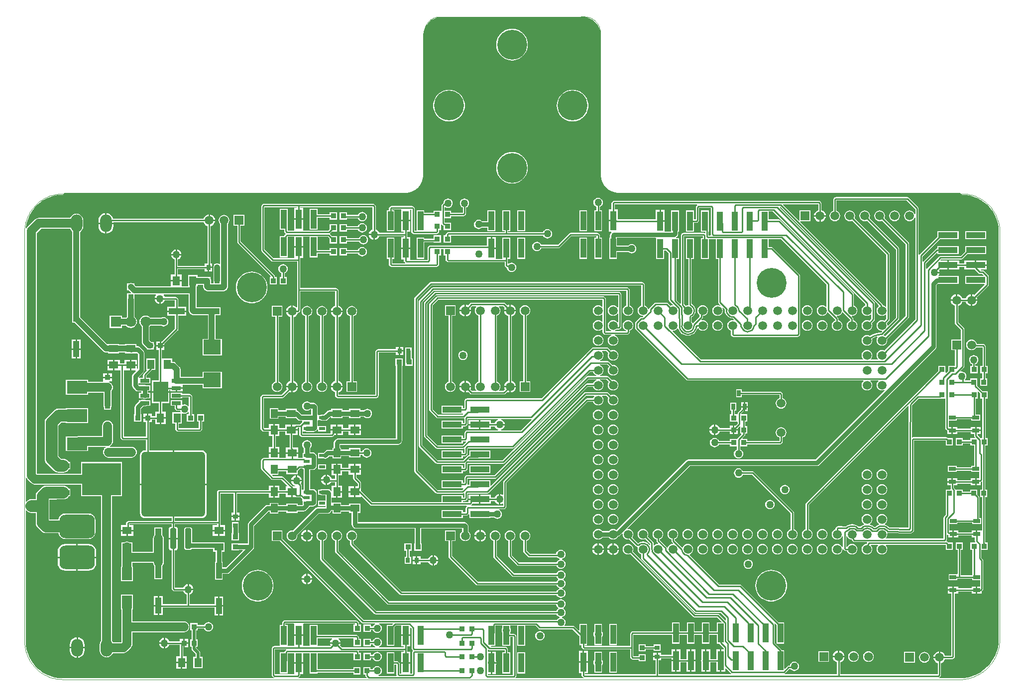
<source format=gtl>
G04*
G04 #@! TF.GenerationSoftware,Altium Limited,Altium Designer,22.0.2 (36)*
G04*
G04 Layer_Physical_Order=1*
G04 Layer_Color=255*
%FSTAX25Y25*%
%MOIN*%
G70*
G04*
G04 #@! TF.SameCoordinates,F14A6DB2-6BAA-43E7-8DF3-1F8C7E56E43F*
G04*
G04*
G04 #@! TF.FilePolarity,Positive*
G04*
G01*
G75*
%ADD10C,0.01000*%
%ADD48C,0.00098*%
%ADD49C,0.00100*%
%ADD50R,0.06890X0.08661*%
%ADD51R,0.06299X0.05118*%
%ADD52R,0.03937X0.10630*%
%ADD53R,0.05118X0.06299*%
%ADD54R,0.03543X0.03740*%
%ADD55R,0.03740X0.03543*%
%ADD56R,0.26378X0.21654*%
%ADD57R,0.08661X0.03740*%
%ADD58R,0.03347X0.03937*%
G04:AMPARAMS|DCode=59|XSize=425.2mil|YSize=433.07mil|CornerRadius=21.26mil|HoleSize=0mil|Usage=FLASHONLY|Rotation=0.000|XOffset=0mil|YOffset=0mil|HoleType=Round|Shape=RoundedRectangle|*
%AMROUNDEDRECTD59*
21,1,0.42520,0.39055,0,0,0.0*
21,1,0.38268,0.43307,0,0,0.0*
1,1,0.04252,0.19134,-0.19528*
1,1,0.04252,-0.19134,-0.19528*
1,1,0.04252,-0.19134,0.19528*
1,1,0.04252,0.19134,0.19528*
%
%ADD59ROUNDEDRECTD59*%
%ADD60R,0.04213X0.13780*%
G04:AMPARAMS|DCode=61|XSize=42.13mil|YSize=137.8mil|CornerRadius=10.53mil|HoleSize=0mil|Usage=FLASHONLY|Rotation=0.000|XOffset=0mil|YOffset=0mil|HoleType=Round|Shape=RoundedRectangle|*
%AMROUNDEDRECTD61*
21,1,0.04213,0.11673,0,0,0.0*
21,1,0.02106,0.13780,0,0,0.0*
1,1,0.02106,0.01053,-0.05837*
1,1,0.02106,-0.01053,-0.05837*
1,1,0.02106,-0.01053,0.05837*
1,1,0.02106,0.01053,0.05837*
%
%ADD61ROUNDEDRECTD61*%
%ADD62R,0.03347X0.03150*%
%ADD63R,0.04724X0.05906*%
%ADD64R,0.04016X0.12992*%
%ADD65R,0.04331X0.02362*%
%ADD66R,0.09843X0.13386*%
%ADD67R,0.06299X0.02559*%
%ADD68R,0.11811X0.09843*%
%ADD69R,0.10630X0.03937*%
%ADD70R,0.03150X0.03347*%
%ADD71R,0.12992X0.04016*%
%ADD72R,0.04724X0.02756*%
%ADD73R,0.02559X0.04134*%
%ADD109C,0.03000*%
%ADD110C,0.02000*%
%ADD111C,0.06000*%
%ADD112C,0.08000*%
%ADD113C,0.04000*%
%ADD114C,0.20000*%
%ADD115C,0.05906*%
%ADD116R,0.05906X0.05906*%
G04:AMPARAMS|DCode=117|XSize=236.22mil|YSize=157.48mil|CornerRadius=39.37mil|HoleSize=0mil|Usage=FLASHONLY|Rotation=0.000|XOffset=0mil|YOffset=0mil|HoleType=Round|Shape=RoundedRectangle|*
%AMROUNDEDRECTD117*
21,1,0.23622,0.07874,0,0,0.0*
21,1,0.15748,0.15748,0,0,0.0*
1,1,0.07874,0.07874,-0.03937*
1,1,0.07874,-0.07874,-0.03937*
1,1,0.07874,-0.07874,0.03937*
1,1,0.07874,0.07874,0.03937*
%
%ADD117ROUNDEDRECTD117*%
%ADD118R,0.13780X0.08661*%
%ADD119O,0.07874X0.11811*%
%ADD120C,0.07087*%
%ADD121R,0.07087X0.07087*%
%ADD122C,0.05906*%
%ADD123R,0.05906X0.05906*%
%ADD124C,0.05000*%
G36*
X0850912Y2001991D02*
X0850913Y2001991D01*
X0851765Y200199D01*
X0853456Y2001767D01*
X0855103Y2001326D01*
X0856679Y2000673D01*
X0858156Y199982D01*
X0859509Y1998781D01*
X0860715Y1997575D01*
X0861753Y1996222D01*
X0862605Y1994745D01*
X0863258Y1993169D01*
X0863699Y1991522D01*
X0863922Y1989831D01*
Y1988978D01*
X0863922Y1988978D01*
X0863922Y1988978D01*
Y189589D01*
X0863947Y1895104D01*
X0864153Y1893547D01*
X0864559Y1892029D01*
X086516Y1890578D01*
X0865946Y1889218D01*
X0866902Y1887971D01*
X0868013Y188686D01*
X0869259Y1885904D01*
X0870619Y1885119D01*
X0872071Y1884518D01*
X0873588Y1884111D01*
X0875146Y1883906D01*
X0875931Y188388D01*
X1104339Y188388D01*
X1104376Y188386D01*
X1104714Y1883398D01*
D01*
D01*
X1104765Y1883145D01*
X1104908Y188293D01*
X1105123Y1882786D01*
X1105377Y1882736D01*
X1105867Y188271D01*
X1108167Y1882581D01*
X1110922Y1882113D01*
X1113607Y1881339D01*
X1116188Y188027D01*
X1118634Y1878918D01*
X1120913Y1877301D01*
X1122996Y1875439D01*
X1124858Y1873356D01*
X1126475Y1871077D01*
X1127827Y1868631D01*
X1128896Y186605D01*
X112967Y1863365D01*
X1130138Y186061D01*
X1130294Y1857828D01*
X1130293Y185782D01*
Y1583111D01*
X1130194Y1582628D01*
X1130194D01*
X1130158Y1581993D01*
X1129656Y1579042D01*
X1128827Y1576165D01*
X1127682Y1573398D01*
X1126233Y1570778D01*
X1124501Y1568336D01*
X1122506Y1566104D01*
X1120273Y1564109D01*
X1117832Y1562376D01*
X1115211Y1560928D01*
X1112445Y1559782D01*
X1109568Y1558953D01*
X1106616Y1558452D01*
X1105616Y1558395D01*
X1090049D01*
X109Y1558895D01*
X1090343Y1558964D01*
X1090707Y1559207D01*
X1091293Y1559793D01*
X1091293Y1559793D01*
X1091536Y1560157D01*
X1091622Y1560586D01*
X1091622Y1560586D01*
Y1568686D01*
X1092493Y1569047D01*
X1093319Y1569681D01*
X1093953Y1570507D01*
X1094314Y1571378D01*
X109904D01*
X109904Y1571378D01*
X1099469Y1571464D01*
X1099833Y1571707D01*
X1100419Y1572293D01*
X1100419Y1572293D01*
X1100662Y1572657D01*
X1100748Y1573086D01*
X1100748Y1573086D01*
Y1615291D01*
X1102988D01*
Y1616548D01*
X1112012D01*
Y1615291D01*
X1114874D01*
Y1617669D01*
Y1620047D01*
X1112012D01*
Y1618791D01*
X1102988D01*
Y1620047D01*
X1100126D01*
Y1617669D01*
X1099626D01*
Y1617169D01*
X1096264D01*
Y1615291D01*
X1098504D01*
Y1573622D01*
X1094314D01*
X1093953Y1574493D01*
X1093319Y1575319D01*
X1092493Y1575953D01*
X1091532Y1576351D01*
X1091Y1576421D01*
Y15725D01*
X10905D01*
Y1572D01*
X1086579D01*
X1086649Y1571468D01*
X1087047Y1570507D01*
X1087681Y1569681D01*
X1088507Y1569047D01*
X1089378Y1568686D01*
Y1561122D01*
X1024122D01*
Y1569186D01*
X1024993Y1569547D01*
X1025819Y1570181D01*
X1026453Y1571007D01*
X1026851Y1571968D01*
X1026921Y15725D01*
X1019079D01*
X1019149Y1571968D01*
X1019547Y1571007D01*
X1020181Y1570181D01*
X1021007Y1569547D01*
X1021878Y1569186D01*
Y1561122D01*
X0986971D01*
X0986893Y1561616D01*
X0987257Y1561859D01*
X0990011Y1564613D01*
X0990953D01*
X0991202Y1564289D01*
X0991849Y1563792D01*
X0992603Y156348D01*
X0993413Y1563373D01*
X0994222Y156348D01*
X0994976Y1563792D01*
X0995624Y1564289D01*
X099612Y1564937D01*
X0996433Y1565691D01*
X0996539Y15665D01*
X0996433Y1567309D01*
X099612Y1568063D01*
X0995624Y1568711D01*
X0994976Y1569208D01*
X0994222Y156952D01*
X0993413Y1569627D01*
X0992603Y156952D01*
X0991849Y1569208D01*
X0991202Y1568711D01*
X0990705Y1568063D01*
X0990392Y1567309D01*
X0990333Y1566856D01*
X0989546D01*
X0989546Y1566856D01*
X0989117Y1566771D01*
X0988753Y1566528D01*
X098707Y1564844D01*
X0986608Y1565036D01*
Y1577344D01*
X0984922D01*
X0984793Y1577537D01*
X0984793Y1577537D01*
X0980122Y1582209D01*
Y1594414D01*
X0980122Y1594414D01*
X0980036Y1594843D01*
X09799Y1595047D01*
X0980289Y1595365D01*
X0981392Y1594262D01*
Y1581656D01*
X0986608D01*
Y1595848D01*
X0982978D01*
X0957946Y1620881D01*
X0957582Y1621124D01*
X0957153Y1621209D01*
X0957152Y1621209D01*
X0943109D01*
X0923205Y1641113D01*
X0923322Y1641702D01*
X0923792Y1641897D01*
X0924534Y1642466D01*
X0925103Y1643208D01*
X0925461Y1644073D01*
X0925583Y1645D01*
X0925461Y1645927D01*
X0925103Y1646792D01*
X0924534Y1647534D01*
X0923792Y1648103D01*
X0922927Y1648461D01*
X0922Y1648583D01*
X0921073Y1648461D01*
X0920208Y1648103D01*
X0919466Y1647534D01*
X0918897Y1646792D01*
X0918702Y1646322D01*
X0918112Y1646205D01*
X0917416Y1646902D01*
X0917416Y1646902D01*
X0913306Y1651012D01*
Y1651695D01*
X0913792Y1651897D01*
X0914534Y1652466D01*
X0915103Y1653208D01*
X0915461Y1654073D01*
X0915583Y1655D01*
X0915461Y1655927D01*
X0915103Y1656792D01*
X0914534Y1657534D01*
X0913792Y1658103D01*
X0912927Y1658461D01*
X0912Y1658583D01*
X0911073Y1658461D01*
X0910208Y1658103D01*
X0909466Y1657534D01*
X0908897Y1656792D01*
X0908539Y1655927D01*
X0908417Y1655D01*
X0908539Y1654073D01*
X0908897Y1653208D01*
X0909466Y1652466D01*
X0910208Y1651897D01*
X0911063Y1651543D01*
Y1650547D01*
X0911063Y1650547D01*
X0911148Y1650118D01*
X0911391Y1649754D01*
X0912114Y1649031D01*
X0911872Y1648566D01*
X0911073Y1648461D01*
X0910208Y1648103D01*
X0909466Y1647534D01*
X0908897Y1646792D01*
X0908575Y1646015D01*
X0908283Y1645981D01*
D01*
X0908063Y1646027D01*
X0908036Y1646161D01*
X0907793Y1646524D01*
X0903306Y1651012D01*
Y1651695D01*
X0903792Y1651897D01*
X0904534Y1652466D01*
X0905103Y1653208D01*
X0905461Y1654073D01*
X0905583Y1655D01*
X0905461Y1655927D01*
X0905103Y1656792D01*
X0904534Y1657534D01*
X0903792Y1658103D01*
X0902927Y1658461D01*
X0902Y1658583D01*
X0901073Y1658461D01*
X0900208Y1658103D01*
X0899466Y1657534D01*
X0898897Y1656792D01*
X0898539Y1655927D01*
X0898417Y1655D01*
X0898539Y1654073D01*
X0898897Y1653208D01*
X0899466Y1652466D01*
X0900208Y1651897D01*
X0901063Y1651543D01*
Y1650547D01*
X0901063Y1650547D01*
X0901148Y1650118D01*
X0901391Y1649754D01*
X0902114Y1649031D01*
X0901872Y1648566D01*
X0901073Y1648461D01*
X0900208Y1648103D01*
X0899569Y1647613D01*
X0899069Y1647769D01*
Y1649053D01*
X0899069Y1649053D01*
X0898983Y1649482D01*
X089874Y1649846D01*
X089874Y1649846D01*
X0898437Y1650149D01*
X0895184Y1653402D01*
X0895461Y1654073D01*
X0895583Y1655D01*
X0895461Y1655927D01*
X0895103Y1656792D01*
X0894534Y1657534D01*
X0893792Y1658103D01*
X0892927Y1658461D01*
X0892Y1658583D01*
X0891073Y1658461D01*
X0890208Y1658103D01*
X0889466Y1657534D01*
X0888897Y1656792D01*
X0888539Y1655927D01*
X0888417Y1655D01*
X0888539Y1654073D01*
X0888897Y1653208D01*
X0889466Y1652466D01*
X0890208Y1651897D01*
X0891073Y1651539D01*
X0892Y1651417D01*
X0892927Y1651539D01*
X0892937Y1651543D01*
X0893598Y1651816D01*
D01*
X0896826Y1648588D01*
Y1647997D01*
X0896326Y1647827D01*
X0895675Y1648675D01*
X0894599Y1649501D01*
X0893345Y165002D01*
X0892Y1650197D01*
X0890655Y165002D01*
X0889401Y1649501D01*
X0888657Y1648929D01*
D01*
X0884788Y1652798D01*
X0885103Y1653208D01*
X0885461Y1654073D01*
X0885583Y1655D01*
X0885461Y1655927D01*
X0885103Y1656792D01*
X0884534Y1657534D01*
X0883792Y1658103D01*
X0882927Y1658461D01*
X0882Y1658583D01*
X0881791Y1658556D01*
X0881557Y165903D01*
X0923387Y1700859D01*
X10085D01*
X1009319Y1701022D01*
X1010014Y1701486D01*
X1088014Y1779486D01*
X1088478Y1780181D01*
X1088641Y1781D01*
Y1822113D01*
X108892Y1822392D01*
X108942Y1822892D01*
X1103344D01*
Y1828107D01*
X1090141D01*
X108992Y1828556D01*
X1090057Y1828735D01*
X109041Y1829586D01*
X1090464Y183D01*
X1087D01*
Y1831D01*
X1090464D01*
X109041Y1831414D01*
X1090136Y1832076D01*
X1090462Y1832492D01*
X1095748D01*
Y18355D01*
Y1838507D01*
X1091436D01*
X1091244Y1838969D01*
X1091653Y1839379D01*
X1105264D01*
X1105264Y1839378D01*
X1105693Y1839464D01*
X1106057Y1839707D01*
X1109242Y1842892D01*
X1121848D01*
Y1848108D01*
X1107656D01*
Y1844478D01*
X11048Y1841622D01*
X1091189D01*
X109076Y1841536D01*
X1090396Y1841293D01*
X1090396Y1841293D01*
X1082207Y1833104D01*
X1082122Y1832977D01*
X1081622Y1833128D01*
Y1836593D01*
X108869Y1843661D01*
X1089152Y184347D01*
Y1842892D01*
X1103344D01*
Y1848108D01*
X1089152D01*
Y1846863D01*
X1088838Y1846517D01*
X1088409Y1846432D01*
X1088045Y1846189D01*
X1079707Y1837851D01*
X1079622Y1837723D01*
X1079122Y1837874D01*
Y1841275D01*
X1090738Y1852892D01*
X1103344D01*
Y1858108D01*
X1089152D01*
Y1854478D01*
X1077207Y1842533D01*
X1077122Y1842405D01*
X1076622Y1842557D01*
Y18735D01*
X1076622Y18735D01*
X1076536Y1873929D01*
X1076293Y1874293D01*
X1076293Y1874293D01*
X1069793Y1880793D01*
X1069429Y1881036D01*
X1069Y1881122D01*
X1069Y1881121D01*
X1021086D01*
X1021086Y1881122D01*
X1020657Y1881036D01*
X1020293Y1880793D01*
X1020293Y1880793D01*
X1019707Y1880207D01*
X1019464Y1879843D01*
X1019378Y1879414D01*
X1019378Y1879414D01*
Y1871881D01*
X1018708Y1871603D01*
X1017966Y1871034D01*
X1017397Y1870292D01*
X1017039Y1869427D01*
X1016917Y18685D01*
X1017039Y1867573D01*
X1017397Y1866708D01*
X1017966Y1865966D01*
X1018708Y1865397D01*
X1019573Y1865039D01*
X10205Y1864917D01*
X1021427Y1865039D01*
X1022292Y1865397D01*
X1023034Y1865966D01*
X1023603Y1866708D01*
X1023961Y1867573D01*
X1024083Y18685D01*
X1023961Y1869427D01*
X1023603Y1870292D01*
X1023034Y1871034D01*
X1022292Y1871603D01*
X1021622Y1871881D01*
Y1878879D01*
X1068535D01*
X1074378Y1873035D01*
Y1869727D01*
X1073878Y1869628D01*
X1073603Y1870292D01*
X1073034Y1871034D01*
X1072292Y1871603D01*
X1071427Y1871961D01*
X10705Y1872083D01*
X1069573Y1871961D01*
X1068708Y1871603D01*
X1067966Y1871034D01*
X1067397Y1870292D01*
X1067039Y1869427D01*
X1066917Y18685D01*
X1067039Y1867573D01*
X1067397Y1866708D01*
X1067966Y1865966D01*
X1068708Y1865397D01*
X1069573Y1865039D01*
X10705Y1864917D01*
X1071427Y1865039D01*
X1072292Y1865397D01*
X1073034Y1865966D01*
X1073603Y1866708D01*
X1073878Y1867373D01*
X1074378Y1867273D01*
Y1798965D01*
X1053598Y1778184D01*
X1052927Y1778461D01*
X1052Y1778583D01*
X1051073Y1778461D01*
X1050208Y1778103D01*
X1049466Y1777534D01*
X1048897Y1776792D01*
X1048539Y1775927D01*
X1048417Y1775D01*
X1048539Y1774073D01*
X1048897Y1773208D01*
X1049387Y1772569D01*
X1049231Y1772069D01*
X1044769D01*
X1044613Y1772569D01*
X1045103Y1773208D01*
X1045461Y1774073D01*
X1045583Y1775D01*
X1045461Y1775927D01*
X1045103Y1776792D01*
X1044534Y1777534D01*
X1043792Y1778103D01*
X1042927Y1778461D01*
X1042Y1778583D01*
X1041073Y1778461D01*
X1040208Y1778103D01*
X1039466Y1777534D01*
X1038897Y1776792D01*
X1038539Y1775927D01*
X1038417Y1775D01*
X1038539Y1774073D01*
X1038897Y1773208D01*
X1039387Y1772569D01*
X1039231Y1772069D01*
X0930786D01*
X0911886Y1790969D01*
X0912128Y1791434D01*
X0912927Y1791539D01*
X0913792Y1791897D01*
X0914534Y1792466D01*
X0915004Y1793078D01*
X0915448Y1793049D01*
X091555Y1793001D01*
X0915731Y1792403D01*
X0916358Y179123D01*
X0917202Y1790202D01*
X091823Y1789358D01*
X0919403Y1788731D01*
X0920676Y1788345D01*
X0922Y1788215D01*
X0923324Y1788345D01*
X0924597Y1788731D01*
X092577Y1789358D01*
X0926798Y1790202D01*
X0927642Y179123D01*
X0928269Y1792403D01*
X092833Y1792606D01*
X092845Y1793001D01*
X0928552Y1793049D01*
X0928996Y1793078D01*
X0929466Y1792466D01*
X0930208Y1791897D01*
X0931073Y1791539D01*
X0932Y1791417D01*
X0932927Y1791539D01*
X0933792Y1791897D01*
X0934534Y1792466D01*
X0935103Y1793208D01*
X0935461Y1794073D01*
X0935583Y1795D01*
X0935461Y1795927D01*
X0935103Y1796792D01*
X0934534Y1797534D01*
X0933792Y1798103D01*
X0932927Y1798461D01*
X0932Y1798583D01*
X0931389Y1798503D01*
X0931145Y1798975D01*
X0931897Y1799783D01*
X0931919Y1799818D01*
X0932002Y1799952D01*
X0932113Y1800118D01*
X0932117Y1800138D01*
X0932127Y1800155D01*
X0932159Y1800352D01*
X0932198Y1800547D01*
Y1801443D01*
X0932927Y1801539D01*
X0933792Y1801897D01*
X0934534Y1802466D01*
X0935103Y1803208D01*
X0935461Y1804073D01*
X0935583Y1805D01*
X0935461Y1805927D01*
X0935103Y1806792D01*
X0934534Y1807534D01*
X0933792Y1808103D01*
X0932927Y1808461D01*
X0932Y1808583D01*
X0931073Y1808461D01*
X0930208Y1808103D01*
X0929466Y1807534D01*
X0928897Y1806792D01*
X0928539Y1805927D01*
X0928417Y1805D01*
X0928539Y1804073D01*
X0928897Y1803208D01*
X0929466Y1802466D01*
X0929955Y1802091D01*
Y1800989D01*
X0925768Y1796493D01*
X0925183Y1796598D01*
X0925103Y1796792D01*
X0924622Y179742D01*
Y1800517D01*
X0925675Y1801325D01*
X0926501Y1802401D01*
X092702Y1803655D01*
X0927197Y1805D01*
X092702Y1806345D01*
X0926501Y1807599D01*
X0925675Y1808675D01*
X0924622Y1809483D01*
Y1839404D01*
X0926108D01*
Y1853596D01*
X0920892D01*
Y1839404D01*
X0922378D01*
Y1809038D01*
X0922333Y180893D01*
X0922027Y1808612D01*
X0921948Y1808577D01*
X0921073Y1808461D01*
X0920812Y1808353D01*
X0920289Y1808433D01*
X0920046Y1808797D01*
X0919622Y1809222D01*
Y1854878D01*
X0932089D01*
Y1853596D01*
X0930892D01*
Y1839404D01*
X0936108D01*
Y1852975D01*
X0940892D01*
Y1839404D01*
X0942378D01*
Y18105D01*
X0942378Y18105D01*
X0942464Y1810071D01*
X0942707Y1809707D01*
X0943754Y180866D01*
X094347Y1808236D01*
X0942927Y1808461D01*
X0942Y1808583D01*
X0941073Y1808461D01*
X0940208Y1808103D01*
X0939466Y1807534D01*
X0938897Y1806792D01*
X0938539Y1805927D01*
X0938417Y1805D01*
X0938539Y1804073D01*
X0938897Y1803208D01*
X0939466Y1802466D01*
X0940208Y1801897D01*
X0941073Y1801539D01*
X0942Y1801417D01*
X0942927Y1801539D01*
X0943792Y1801897D01*
X0944534Y1802466D01*
X0945103Y1803208D01*
X0945461Y1804073D01*
X0945583Y1805D01*
X0945461Y1805927D01*
X0945236Y180647D01*
D01*
X094566Y1806754D01*
X0946867Y1805547D01*
X0946858Y18055D01*
X0946855Y1805487D01*
X0946862Y1805452D01*
X0946803Y1805D01*
X094698Y1803655D01*
X0947499Y1802401D01*
X0948325Y1801325D01*
X0949401Y1800499D01*
X0950655Y179998D01*
X0952Y1799803D01*
X0952118Y1799818D01*
D01*
X0952977Y1798959D01*
X0952744Y1798486D01*
D01*
X0952Y1798583D01*
X0951073Y1798461D01*
X0950208Y1798103D01*
X0949466Y1797534D01*
X0948897Y1796792D01*
X0948539Y1795927D01*
X0948417Y1795D01*
X0948539Y1794073D01*
X0948897Y1793208D01*
X0949466Y1792466D01*
X0950208Y1791897D01*
X0950878Y1791619D01*
Y1789086D01*
X0950878Y1789086D01*
X0950964Y1788657D01*
X0951207Y1788293D01*
X0951793Y1787707D01*
X0951793Y1787707D01*
X0952157Y1787464D01*
X0952586Y1787378D01*
X0952586Y1787379D01*
X0995467D01*
X0995467Y1787378D01*
X0995896Y1787464D01*
X099626Y1787707D01*
X0996846Y1788293D01*
X0996846Y1788293D01*
X0997089Y1788657D01*
X0997174Y1789086D01*
Y1828447D01*
X0997089Y1828876D01*
X0996846Y182924D01*
X0996846Y182924D01*
X0978793Y1847293D01*
X0978429Y1847536D01*
X0978Y1847622D01*
X0978Y1847622D01*
X0976108D01*
Y1852975D01*
X0984439D01*
X1014931Y1822483D01*
Y1807769D01*
X1014431Y1807613D01*
X1013792Y1808103D01*
X1012927Y1808461D01*
X1012Y1808583D01*
X1011073Y1808461D01*
X1010208Y1808103D01*
X1009466Y1807534D01*
X1008897Y1806792D01*
X1008539Y1805927D01*
X1008417Y1805D01*
X1008539Y1804073D01*
X1008897Y1803208D01*
X1009466Y1802466D01*
X1010208Y1801897D01*
X1011073Y1801539D01*
X1012Y1801417D01*
X1012927Y1801539D01*
X1013792Y1801897D01*
X1014534Y1802466D01*
X1015103Y1803208D01*
X1015298Y1803678D01*
X1015888Y1803795D01*
X1020694Y1798988D01*
Y1798305D01*
X1020208Y1798103D01*
X1019466Y1797534D01*
X1018897Y1796792D01*
X1018539Y1795927D01*
X1018417Y1795D01*
X1018539Y1794073D01*
X1018897Y1793208D01*
X1019466Y1792466D01*
X1020208Y1791897D01*
X1021073Y1791539D01*
X1022Y1791417D01*
X1022927Y1791539D01*
X1023792Y1791897D01*
X1024534Y1792466D01*
X1025103Y1793208D01*
X1025461Y1794073D01*
X1025583Y1795D01*
X1025461Y1795927D01*
X1025103Y1796792D01*
X1024534Y1797534D01*
X1023792Y1798103D01*
X1022937Y1798457D01*
Y1799453D01*
X1022852Y1799882D01*
X1022609Y1800246D01*
X1022609Y1800246D01*
X1021886Y1800969D01*
X1022128Y1801434D01*
X1022927Y1801539D01*
X1023792Y1801897D01*
X1024534Y1802466D01*
X1025103Y1803208D01*
X1025298Y1803678D01*
X1025887Y1803795D01*
X1030694Y1798988D01*
Y1798305D01*
X1030208Y1798103D01*
X1029466Y1797534D01*
X1028897Y1796792D01*
X1028539Y1795927D01*
X1028417Y1795D01*
X1028539Y1794073D01*
X1028897Y1793208D01*
X1029466Y1792466D01*
X1030208Y1791897D01*
X1031073Y1791539D01*
X1032Y1791417D01*
X1032927Y1791539D01*
X1033792Y1791897D01*
X1034534Y1792466D01*
X1035103Y1793208D01*
X1035461Y1794073D01*
X1035583Y1795D01*
X1035461Y1795927D01*
X1035103Y1796792D01*
X1034534Y1797534D01*
X1033792Y1798103D01*
X1032937Y1798457D01*
Y1799453D01*
X1032852Y1799882D01*
X1032609Y1800246D01*
X1032609Y1800246D01*
X1031886Y1800969D01*
X1032128Y1801434D01*
X1032927Y1801539D01*
X1033792Y1801897D01*
X1034534Y1802466D01*
X1035103Y1803208D01*
X1035461Y1804073D01*
X1035583Y1805D01*
X1035461Y1805927D01*
X1035103Y1806792D01*
X1034534Y1807534D01*
X1033792Y1808103D01*
X1033122Y1808381D01*
Y1816D01*
X1033122Y1816D01*
X1033036Y1816429D01*
X1032793Y1816793D01*
X1032793Y1816793D01*
X0983789Y1865797D01*
X0983425Y186604D01*
X0982996Y1866126D01*
X0982996Y1866125D01*
X0976108D01*
Y1871478D01*
X0978935D01*
X1040878Y1809535D01*
Y1808381D01*
X1040208Y1808103D01*
X1039466Y1807534D01*
X1038897Y1806792D01*
X1038539Y1805927D01*
X1038417Y1805D01*
X1038539Y1804073D01*
X1038897Y1803208D01*
X1039466Y1802466D01*
X1040208Y1801897D01*
X1041073Y1801539D01*
X1042Y1801417D01*
X1042927Y1801539D01*
X1043792Y1801897D01*
X1044431Y1802387D01*
X1044931Y1802231D01*
Y1799517D01*
X1043598Y1798184D01*
X1042927Y1798461D01*
X1042Y1798583D01*
X1041073Y1798461D01*
X1040208Y1798103D01*
X1039466Y1797534D01*
X1038897Y1796792D01*
X1038539Y1795927D01*
X1038417Y1795D01*
X1038539Y1794073D01*
X1038897Y1793208D01*
X1039466Y1792466D01*
X1040208Y1791897D01*
X1041073Y1791539D01*
X1042Y1791417D01*
X1042927Y1791539D01*
X1043792Y1791897D01*
X1044534Y1792466D01*
X1045103Y1793208D01*
X1045461Y1794073D01*
X1045583Y1795D01*
X1045461Y1795927D01*
X1045184Y1796598D01*
X1046846Y179826D01*
X1046846Y179826D01*
X1047089Y1798624D01*
X1047174Y1799053D01*
Y1809947D01*
X1047174Y1809947D01*
X1047089Y1810376D01*
X1046846Y181074D01*
X1046846Y181074D01*
X0983729Y1873857D01*
X0983894Y1874399D01*
X0983995Y1874419D01*
X1049912Y1808502D01*
X1049866Y1807841D01*
X1049466Y1807534D01*
X1048897Y1806792D01*
X1048539Y1805927D01*
X1048417Y1805D01*
X1048539Y1804073D01*
X1048897Y1803208D01*
X1049466Y1802466D01*
X1050208Y1801897D01*
X1051073Y1801539D01*
X1052Y1801417D01*
X1052927Y1801539D01*
X1053792Y1801897D01*
X1054431Y1802387D01*
X1054931Y1802231D01*
Y1799517D01*
X1053598Y1798184D01*
X1052927Y1798461D01*
X1052Y1798583D01*
X1051073Y1798461D01*
X1050208Y1798103D01*
X1049466Y1797534D01*
X1048897Y1796792D01*
X1048539Y1795927D01*
X1048417Y1795D01*
X1048539Y1794073D01*
X1048897Y1793208D01*
X1049466Y1792466D01*
X1050208Y1791897D01*
X1051073Y1791539D01*
X1051872Y1791434D01*
X1052114Y1790969D01*
X1051727Y1790581D01*
X1051447Y1790301D01*
X1050609Y1790247D01*
X104842Y1789811D01*
X1046308Y1789094D01*
X1044307Y1788107D01*
X1044029Y1787922D01*
X1043792Y1788103D01*
X1042927Y1788461D01*
X1042Y1788583D01*
X1041073Y1788461D01*
X1040208Y1788103D01*
X1039466Y1787534D01*
X1038897Y1786792D01*
X1038539Y1785927D01*
X1038417Y1785D01*
X1038539Y1784073D01*
X1038897Y1783208D01*
X1039466Y1782466D01*
X1040208Y1781897D01*
X1041073Y1781539D01*
X1042Y1781417D01*
X1042927Y1781539D01*
X1043792Y1781897D01*
X1044534Y1782466D01*
X1045103Y1783208D01*
X1045461Y1784073D01*
X1045583Y1785D01*
X1045461Y1785927D01*
X1045391Y1786097D01*
X1046109Y1786537D01*
X1048257Y1787426D01*
X1048866Y1787573D01*
D01*
X1049032Y1787316D01*
X1049155Y1787128D01*
X1048897Y1786792D01*
X1048539Y1785927D01*
X1048417Y1785D01*
X1048539Y1784073D01*
X1048897Y1783208D01*
X1049466Y1782466D01*
X1050208Y1781897D01*
X1051073Y1781539D01*
X1052Y1781417D01*
X1052927Y1781539D01*
X1053792Y1781897D01*
X1054534Y1782466D01*
X1055103Y1783208D01*
X1055461Y1784073D01*
X1055583Y1785D01*
X1055467Y1785881D01*
X1069793Y1800207D01*
X1069793Y1800207D01*
X1070036Y1800571D01*
X1070122Y1801D01*
X1070122Y1801D01*
Y185D01*
X1070122Y185D01*
X1070036Y1850429D01*
X1069793Y1850793D01*
X1069793Y1850793D01*
X1053684Y1866902D01*
X1053961Y1867573D01*
X1054083Y18685D01*
X1053961Y1869427D01*
X1053603Y1870292D01*
X1053034Y1871034D01*
X1052292Y1871603D01*
X1051427Y1871961D01*
X10505Y1872083D01*
X1049573Y1871961D01*
X1048708Y1871603D01*
X1047966Y1871034D01*
X1047397Y1870292D01*
X1047039Y1869427D01*
X1046917Y18685D01*
X1047039Y1867573D01*
X1047397Y1866708D01*
X1047966Y1865966D01*
X1048708Y1865397D01*
X1049573Y1865039D01*
X10505Y1864917D01*
X1051427Y1865039D01*
X1052098Y1865316D01*
X1067878Y1849535D01*
Y1801465D01*
X1054202Y1787788D01*
X1053792Y1788103D01*
X1053323Y1788298D01*
X1053279Y1788357D01*
X1053205Y1788887D01*
X1063293Y1798976D01*
X1063293Y1798976D01*
X1063536Y1799339D01*
X1063622Y1799769D01*
Y18465D01*
X1063622Y18465D01*
X1063536Y1846929D01*
X1063293Y1847293D01*
X1063293Y1847293D01*
X1043684Y1866902D01*
X1043961Y1867573D01*
X1044083Y18685D01*
X1043961Y1869427D01*
X1043603Y1870292D01*
X1043034Y1871034D01*
X1042292Y1871603D01*
X1041427Y1871961D01*
X10405Y1872083D01*
X1039573Y1871961D01*
X1038708Y1871603D01*
X1037966Y1871034D01*
X1037397Y1870292D01*
X1037039Y1869427D01*
X1036917Y18685D01*
X1037039Y1867573D01*
X1037397Y1866708D01*
X1037966Y1865966D01*
X1038708Y1865397D01*
X1039573Y1865039D01*
X10405Y1864917D01*
X1041427Y1865039D01*
X1042098Y1865316D01*
X1061378Y1846035D01*
Y1800233D01*
X1056031Y1794886D01*
X1055567Y1795128D01*
X1055461Y1795927D01*
X1055184Y1796598D01*
X1056846Y179826D01*
X1056846Y179826D01*
X1057089Y1798624D01*
X1057174Y1799053D01*
Y1842947D01*
X1057174Y1842947D01*
X1057089Y1843376D01*
X1056846Y184374D01*
X1056846Y184374D01*
X1033684Y1866902D01*
X1033961Y1867573D01*
X1034083Y18685D01*
X1033961Y1869427D01*
X1033603Y1870292D01*
X1033034Y1871034D01*
X1032292Y1871603D01*
X1031427Y1871961D01*
X10305Y1872083D01*
X1029573Y1871961D01*
X1028708Y1871603D01*
X1027966Y1871034D01*
X1027397Y1870292D01*
X1027039Y1869427D01*
X1026917Y18685D01*
X1027039Y1867573D01*
X1027397Y1866708D01*
X1027966Y1865966D01*
X1028708Y1865397D01*
X1029573Y1865039D01*
X10305Y1864917D01*
X1031427Y1865039D01*
X1032098Y1865316D01*
D01*
X1048822Y1848592D01*
X1054931Y1842483D01*
Y1807769D01*
X1054431Y1807613D01*
X1053792Y1808103D01*
X1052927Y1808461D01*
X1052905Y1808464D01*
X1052473Y1808649D01*
X1052388Y1809078D01*
X1052145Y1809442D01*
X0997139Y1864447D01*
X0997346Y1864947D01*
X1004053D01*
Y1872053D01*
X0996947D01*
Y1865346D01*
X0996447Y1865139D01*
X098577Y1875817D01*
X0985961Y1876278D01*
X1009378D01*
Y1872314D01*
X1008507Y1871953D01*
X1007681Y1871319D01*
X1007047Y1870493D01*
X1006649Y1869532D01*
X1006579Y1869D01*
X1014421D01*
X1014351Y1869532D01*
X1013953Y1870493D01*
X1013319Y1871319D01*
X1012493Y1871953D01*
X1011622Y1872314D01*
Y1876814D01*
X1011622Y1876814D01*
X1011536Y1877243D01*
X1011293Y1877607D01*
X1011293Y1877607D01*
X1010707Y1878193D01*
X1010343Y1878436D01*
X1009914Y1878522D01*
X1009914Y1878522D01*
X0872586D01*
X0872586Y1878522D01*
X0872157Y1878436D01*
X0871793Y1878193D01*
X0871793Y1878193D01*
X0871207Y1877607D01*
X0870964Y1877243D01*
X0870878Y1876814D01*
X0870878Y1876814D01*
Y1872748D01*
X0868992D01*
Y1865752D01*
X0872D01*
Y1864752D01*
X0868992D01*
Y1857756D01*
X0870748D01*
X0870938Y1857256D01*
X0870486Y1856804D01*
X0870022Y185611D01*
X0869859Y185529D01*
Y1853844D01*
X0869392D01*
Y1839652D01*
X0874608D01*
Y1844359D01*
X0882236D01*
X0882289Y1844289D01*
X0882937Y1843792D01*
X0883691Y184348D01*
X08845Y1843373D01*
X0885309Y184348D01*
X0886063Y1843792D01*
X0886711Y1844289D01*
X0887208Y1844937D01*
X088752Y1845691D01*
X0887627Y18465D01*
X088752Y1847309D01*
X0887208Y1848063D01*
X0886711Y1848711D01*
X0886063Y1849208D01*
X0885309Y184952D01*
X08845Y1849627D01*
X0883691Y184952D01*
X0882937Y1849208D01*
X0882289Y1848711D01*
X0882236Y1848641D01*
X0874608D01*
Y1853735D01*
X090045D01*
X0900892Y1853596D01*
Y1839404D01*
X0906108D01*
Y1845378D01*
X090745D01*
X0909271Y1843557D01*
Y1812339D01*
X0909271Y1812339D01*
X0909356Y181191D01*
X0909599Y1811546D01*
X0912115Y1809031D01*
X0911872Y1808566D01*
X0911767Y1808553D01*
X0911073Y1808461D01*
X0910402Y1808184D01*
X090874Y1809846D01*
X0908376Y1810089D01*
X0907947Y1810174D01*
X0907947Y1810174D01*
X0900321D01*
X0900321Y1810174D01*
X0899892Y1810089D01*
X0899528Y1809846D01*
X0899528Y1809846D01*
X0896207Y1806524D01*
X0895964Y1806161D01*
X0895937Y1806027D01*
X0895717Y1805981D01*
D01*
X0895425Y1806015D01*
X0895103Y1806792D01*
X0894534Y1807534D01*
X0893792Y1808103D01*
X0893122Y1808381D01*
Y1822414D01*
X0893122Y1822414D01*
X0893036Y1822843D01*
X0892793Y1823207D01*
X0892793Y1823207D01*
X0892207Y1823793D01*
X0891843Y1824036D01*
X0891414Y1824122D01*
X0891414Y1824121D01*
X075D01*
X075Y1824122D01*
X0749571Y1824036D01*
X0749207Y1823793D01*
X0749207Y1823793D01*
X0739207Y1813793D01*
X0738964Y1813429D01*
X0738878Y1813D01*
X0738878Y1813D01*
Y16975D01*
X0738878Y16975D01*
X0738964Y1697071D01*
X0739207Y1696707D01*
X0753207Y1682707D01*
X0753571Y1682464D01*
X0754Y1682378D01*
X0754Y1682379D01*
X0771237D01*
X0771237Y1682378D01*
X0771666Y1682464D01*
X0771878Y1682606D01*
X0772303Y1682428D01*
X0772378Y1682351D01*
Y1679622D01*
X0771344D01*
Y1681108D01*
X0757152D01*
Y1676514D01*
X0710734D01*
X070315Y1684098D01*
Y1685588D01*
X0703186Y1685642D01*
X0703271Y1686071D01*
Y1689474D01*
X0703271Y1689474D01*
X0703186Y1689904D01*
X0703094Y1690041D01*
X0702943Y1690268D01*
X0702943Y1690268D01*
X0700121Y1693089D01*
Y1695028D01*
X0703149D01*
Y1698087D01*
X0699D01*
Y1698586D01*
X06985D01*
Y1702146D01*
X069485D01*
Y1699511D01*
X0690362D01*
Y1702343D01*
X06875D01*
Y169839D01*
X0687D01*
Y169789D01*
X0683638D01*
Y1694437D01*
X0685878D01*
Y1692078D01*
X0683454D01*
X068341Y1692414D01*
X0683057Y1693265D01*
X0682496Y1693996D01*
X0681765Y1694557D01*
X0680914Y169491D01*
X06805Y1694964D01*
Y16915D01*
Y1688036D01*
X0680914Y168809D01*
X0681765Y1688443D01*
X0682496Y1689004D01*
X0683057Y1689735D01*
X0683099Y1689835D01*
X0685878D01*
Y1687476D01*
X0683638D01*
Y1684135D01*
X0683138Y1683983D01*
X0683014Y1684168D01*
X0682428Y1684754D01*
X0681734Y1685218D01*
X0680914Y1685381D01*
X0677118D01*
X0676299Y1685218D01*
X0676004Y1685021D01*
X0674353D01*
Y1681459D01*
X0676004D01*
X0676299Y1681262D01*
X0677118Y1681099D01*
X0679359D01*
Y1677541D01*
X0674353D01*
Y1673979D01*
X0679359D01*
Y1673141D01*
X0674D01*
X0673181Y1672978D01*
X0672486Y1672514D01*
X0657491Y1657519D01*
X0657Y1657583D01*
X0656073Y1657461D01*
X0655208Y1657103D01*
X0654466Y1656534D01*
X0653897Y1655792D01*
X0653539Y1654927D01*
X0653417Y1654D01*
X0653539Y1653073D01*
X0653897Y1652208D01*
X0654466Y1651466D01*
X0655208Y1650897D01*
X0656073Y1650539D01*
X0657Y1650417D01*
X0657928Y1650539D01*
X0658792Y1650897D01*
X0659534Y1651466D01*
X0660103Y1652208D01*
X0660461Y1653073D01*
X0660583Y1654D01*
X0660519Y1654491D01*
X0674887Y1668859D01*
X0680914D01*
X0681734Y1669022D01*
X0682428Y1669486D01*
X0683014Y1670072D01*
X0683478Y1670766D01*
X0683497Y1670859D01*
X0684038D01*
Y1668947D01*
X0689962D01*
Y1670359D01*
X069525D01*
Y1669329D01*
X0696859D01*
Y1661586D01*
X0697022Y1660766D01*
X0697486Y1660072D01*
X0698072Y1659486D01*
X0698766Y1659022D01*
X0699586Y1658859D01*
X0739102D01*
Y164897D01*
X0738975D01*
Y164403D01*
X0743718D01*
Y164897D01*
X0743384D01*
Y1658859D01*
X0770859D01*
Y1656835D01*
X0770466Y1656534D01*
X0769897Y1655792D01*
X0769539Y1654927D01*
X0769417Y1654D01*
X0769539Y1653073D01*
X0769897Y1652208D01*
X0770466Y1651466D01*
X0771208Y1650897D01*
X0772073Y1650539D01*
X0773Y1650417D01*
X0773927Y1650539D01*
X0774792Y1650897D01*
X0775534Y1651466D01*
X0776103Y1652208D01*
X0776461Y1653073D01*
X0776583Y1654D01*
X0776461Y1654927D01*
X0776103Y1655792D01*
X0775534Y1656534D01*
X0775141Y1656835D01*
Y1660414D01*
X0774978Y1661234D01*
X0774514Y1661928D01*
X0773928Y1662514D01*
X0773234Y1662978D01*
X0772414Y1663141D01*
X0701141D01*
Y1669329D01*
X070275D01*
Y1675647D01*
X069525D01*
Y1674641D01*
X0689962D01*
Y1676053D01*
X0684038D01*
X0683641Y1676302D01*
Y1679571D01*
X06865D01*
Y1683523D01*
X0687D01*
Y1684023D01*
X0690362D01*
Y1687476D01*
X0688122D01*
Y1690957D01*
Y1694437D01*
X0690362D01*
Y1697268D01*
X069485D01*
Y1695028D01*
X0697878D01*
Y1692624D01*
X0697878Y1692624D01*
X0697964Y1692195D01*
X0698055Y1692058D01*
X0698207Y1691831D01*
X0698207Y1691831D01*
X0701028Y168901D01*
Y1687071D01*
X06995D01*
Y1683512D01*
Y1679953D01*
X070315D01*
Y1680272D01*
X0703612Y1680464D01*
X0709476Y1674599D01*
X0709476Y1674599D01*
X070984Y1674356D01*
X0710269Y1674271D01*
X0710269Y1674271D01*
X0773972D01*
X0774128Y1673866D01*
X0774134Y1673771D01*
X0773571Y1673207D01*
X0773328Y1672843D01*
X0773243Y1672414D01*
X0773243Y1672414D01*
Y166978D01*
X0771344D01*
Y1671108D01*
X0757152D01*
Y1665892D01*
X0771344D01*
Y1667537D01*
X0773778D01*
X0773778Y1667537D01*
X0774208Y1667622D01*
X0774572Y1667865D01*
X0775156Y166845D01*
X0775162Y166845D01*
X0775656Y1668297D01*
Y1665892D01*
X0789848D01*
Y1666359D01*
X0792236D01*
X0792289Y1666289D01*
X0792937Y1665792D01*
X0793691Y166548D01*
X07945Y1665373D01*
X0795309Y166548D01*
X0796063Y1665792D01*
X0796711Y1666289D01*
X0797208Y1666937D01*
X079752Y1667691D01*
X0797627Y16685D01*
X079752Y1669309D01*
X0797208Y1670063D01*
X0796711Y1670711D01*
X0796063Y1671208D01*
X0795651Y1671379D01*
X0795751Y1671878D01*
X0798914D01*
X0798914Y1671878D01*
X0799343Y1671964D01*
X0799707Y1672207D01*
X0800293Y1672793D01*
X0800293Y1672793D01*
X0800536Y1673157D01*
X0800622Y1673586D01*
X0800622Y1673586D01*
Y1689535D01*
X0854965Y1743879D01*
X0858619D01*
X0858897Y1743208D01*
X0859466Y1742466D01*
X0860208Y1741897D01*
X0861073Y1741539D01*
X0862Y1741417D01*
X0862927Y1741539D01*
X0863792Y1741897D01*
X0864534Y1742466D01*
X0865103Y1743208D01*
X0865461Y1744073D01*
X0865583Y1745D01*
X0865461Y1745927D01*
X0865103Y1746792D01*
X0864613Y1747431D01*
X0864769Y1747931D01*
X0867483D01*
X0868816Y1746598D01*
X0868539Y1745927D01*
X0868417Y1745D01*
X0868539Y1744073D01*
X0868897Y1743208D01*
X0869466Y1742466D01*
X0870208Y1741897D01*
X0871073Y1741539D01*
X0872Y1741417D01*
X0872927Y1741539D01*
X0873792Y1741897D01*
X0874534Y1742466D01*
X0875103Y1743208D01*
X0875461Y1744073D01*
X0875583Y1745D01*
X0875461Y1745927D01*
X0875103Y1746792D01*
X0874534Y1747534D01*
X0873792Y1748103D01*
X0872927Y1748461D01*
X0872Y1748583D01*
X0871073Y1748461D01*
X0870402Y1748184D01*
X086874Y1749846D01*
X0868376Y1750089D01*
X0867947Y1750174D01*
X0867947Y1750174D01*
X0853364D01*
X0853364Y1750174D01*
X0852935Y1750089D01*
X0852571Y1749846D01*
X0852571Y1749846D01*
X079031Y1687585D01*
X0789848Y1687776D01*
Y1691108D01*
X0775656D01*
Y1688114D01*
X0774775D01*
X0774669Y1688226D01*
X0774481Y1688574D01*
X0774536Y1688657D01*
X0774622Y1689086D01*
X0774622Y1689086D01*
Y1692378D01*
X0793D01*
X0793Y1692378D01*
X0793429Y1692464D01*
X0793793Y1692707D01*
X0854965Y1753879D01*
X0858619D01*
X0858897Y1753208D01*
X0859466Y1752466D01*
X0860208Y1751897D01*
X0861073Y1751539D01*
X0862Y1751417D01*
X0862927Y1751539D01*
X0863792Y1751897D01*
X0864534Y1752466D01*
X0865103Y1753208D01*
X0865461Y1754073D01*
X0865583Y1755D01*
X0865461Y1755927D01*
X0865103Y1756792D01*
X0864534Y1757534D01*
X0863792Y1758103D01*
X0863128Y1758378D01*
X0863227Y1758879D01*
X0867535D01*
X0869212Y1757202D01*
X0868897Y1756792D01*
X0868539Y1755927D01*
X0868417Y1755D01*
X0868539Y1754073D01*
X0868897Y1753208D01*
X0869466Y1752466D01*
X0870208Y1751897D01*
X0871073Y1751539D01*
X0872Y1751417D01*
X0872927Y1751539D01*
X0873792Y1751897D01*
X0874534Y1752466D01*
X0875103Y1753208D01*
X0875461Y1754073D01*
X0875583Y1755D01*
X0875461Y1755927D01*
X0875103Y1756792D01*
X0874534Y1757534D01*
X0873792Y1758103D01*
X0872927Y1758461D01*
X0872Y1758583D01*
X0871119Y1758467D01*
X0868793Y1760793D01*
X0868429Y1761036D01*
X0868Y1761122D01*
X0868Y1761122D01*
X0863227D01*
X0863128Y1761621D01*
X0863792Y1761897D01*
X0864534Y1762466D01*
X0865103Y1763208D01*
X0865461Y1764073D01*
X0865583Y1765D01*
X0865461Y1765927D01*
X0865103Y1766792D01*
X0864534Y1767534D01*
X0863792Y1768103D01*
X0863128Y1768378D01*
X0863227Y1768879D01*
X0867863D01*
X0869354Y1767388D01*
X0868897Y1766792D01*
X0868539Y1765927D01*
X0868417Y1765D01*
X0868539Y1764073D01*
X0868897Y1763208D01*
X0869466Y1762466D01*
X0870208Y1761897D01*
X0871073Y1761539D01*
X0872Y1761417D01*
X0872927Y1761539D01*
X0873792Y1761897D01*
X0874534Y1762466D01*
X0875103Y1763208D01*
X0875461Y1764073D01*
X0875583Y1765D01*
X0875461Y1765927D01*
X0875103Y1766792D01*
X0874534Y1767534D01*
X0873792Y1768103D01*
X0872927Y1768461D01*
X0872Y1768583D01*
X0871408Y1768505D01*
X0869121Y1770793D01*
X0868757Y1771036D01*
X0868327Y1771122D01*
X0868327Y1771121D01*
X0863227D01*
X0863128Y1771622D01*
X0863792Y1771897D01*
X0864534Y1772466D01*
X0865103Y1773208D01*
X0865461Y1774073D01*
X0865583Y1775D01*
X0865461Y1775927D01*
X0865103Y1776792D01*
X0864613Y1777431D01*
X0864769Y1777931D01*
X0867483D01*
X0868816Y1776598D01*
X0868539Y1775927D01*
X0868417Y1775D01*
X0868539Y1774073D01*
X0868897Y1773208D01*
X0869466Y1772466D01*
X0870208Y1771897D01*
X0871073Y1771539D01*
X0872Y1771417D01*
X0872927Y1771539D01*
X0873792Y1771897D01*
X0874534Y1772466D01*
X0875103Y1773208D01*
X0875461Y1774073D01*
X0875583Y1775D01*
X0875461Y1775927D01*
X0875103Y1776792D01*
X0874534Y1777534D01*
X0873792Y1778103D01*
X0872927Y1778461D01*
X0872Y1778583D01*
X0871073Y1778461D01*
X0870402Y1778184D01*
X086874Y1779846D01*
X0868376Y1780089D01*
X0867947Y1780174D01*
X0867947Y1780174D01*
X0858622D01*
X0858622Y1780174D01*
X0858193Y1780089D01*
X0857829Y1779846D01*
X0857829Y1779846D01*
X0824105Y1746121D01*
X0774086D01*
X0774086Y1746122D01*
X0773657Y1746036D01*
X0773293Y1745793D01*
X0773293Y1745793D01*
X0772707Y1745207D01*
X0772464Y1744843D01*
X0772378Y1744414D01*
X0772378Y1744414D01*
Y1739622D01*
X0771344D01*
Y1741108D01*
X0757152D01*
Y1735892D01*
X0771336D01*
X0771684Y1735533D01*
X0771273Y1735122D01*
X0754965D01*
X0751122Y1738965D01*
Y1808535D01*
D01*
X0754965Y1812379D01*
X0864931D01*
Y1807769D01*
X0864431Y1807613D01*
X0863792Y1808103D01*
X0862927Y1808461D01*
X0862Y1808583D01*
X0861073Y1808461D01*
X0860208Y1808103D01*
X0859466Y1807534D01*
X0858897Y1806792D01*
X0858539Y1805927D01*
X0858417Y1805D01*
X0858539Y1804073D01*
X0858897Y1803208D01*
X0859466Y1802466D01*
X0860208Y1801897D01*
X0861073Y1801539D01*
X0862Y1801417D01*
X0862927Y1801539D01*
X0863792Y1801897D01*
X0864431Y1802387D01*
X0864931Y1802231D01*
Y1797769D01*
X0864431Y1797613D01*
X0863792Y1798103D01*
X0862927Y1798461D01*
X0862Y1798583D01*
X0861073Y1798461D01*
X0860208Y1798103D01*
X0859466Y1797534D01*
X0858897Y1796792D01*
X0858539Y1795927D01*
X0858417Y1795D01*
X0858539Y1794073D01*
X0858897Y1793208D01*
X0859466Y1792466D01*
X0860208Y1791897D01*
X0861073Y1791539D01*
X0862Y1791417D01*
X0862927Y1791539D01*
X0863792Y1791897D01*
X0864431Y1792387D01*
X0864931Y1792231D01*
Y1790581D01*
X0864931Y1790581D01*
X0865017Y1790152D01*
X086526Y1789788D01*
X0865845Y1789202D01*
X0865845Y1789202D01*
X0866209Y1788959D01*
X0866639Y1788874D01*
X0866639Y1788874D01*
X0870762D01*
X0870861Y1788374D01*
X0870208Y1788103D01*
X0869466Y1787534D01*
X0868897Y1786792D01*
X0868539Y1785927D01*
X0868417Y1785D01*
X0868539Y1784073D01*
X0868897Y1783208D01*
X0869466Y1782466D01*
X0870208Y1781897D01*
X0871073Y1781539D01*
X0872Y1781417D01*
X0872927Y1781539D01*
X0873792Y1781897D01*
X0874534Y1782466D01*
X0875103Y1783208D01*
X0875461Y1784073D01*
X0875583Y1785D01*
X0875461Y1785927D01*
X0875103Y1786792D01*
X0874534Y1787534D01*
X0873792Y1788103D01*
X0873139Y1788374D01*
X0873238Y1788874D01*
X0881414D01*
X0881414Y1788874D01*
X0881843Y1788959D01*
X0882207Y1789202D01*
X0882793Y1789788D01*
X0882793Y1789788D01*
X0883036Y1790152D01*
X0883122Y1790581D01*
X0883122Y1790581D01*
Y1791619D01*
X0883792Y1791897D01*
X0884534Y1792466D01*
X0885103Y1793208D01*
X0885461Y1794073D01*
X0885583Y1795D01*
X0885461Y1795927D01*
X0885103Y1796792D01*
X0884534Y1797534D01*
X0883792Y1798103D01*
X0882927Y1798461D01*
X0882Y1798583D01*
X0881073Y1798461D01*
X0880208Y1798103D01*
X0879466Y1797534D01*
X0878897Y1796792D01*
X0878539Y1795927D01*
X0878417Y1795D01*
X0878539Y1794073D01*
X0878897Y1793208D01*
X0879466Y1792466D01*
X0880208Y1791897D01*
X0880878Y1791619D01*
Y1791117D01*
X0873216D01*
X0873116Y1791617D01*
X0873792Y1791897D01*
X0874504Y1792443D01*
X0874827Y1792378D01*
X0874827Y1792378D01*
X0875914D01*
X0875914Y1792378D01*
X0876343Y1792464D01*
X0876707Y1792707D01*
X0877293Y1793293D01*
X0877293Y1793293D01*
X0877536Y1793657D01*
X0877622Y1794086D01*
X0877622Y1794086D01*
Y1815914D01*
X0877622Y1815914D01*
X0877536Y1816343D01*
X0877293Y1816707D01*
X0877293Y1816707D01*
X0876707Y1817293D01*
X0876343Y1817536D01*
X0875914Y1817622D01*
X0875914Y1817621D01*
X0753D01*
X0753Y1817622D01*
X0752571Y1817536D01*
X0752207Y1817293D01*
X0752207Y1817293D01*
X0745707Y1810793D01*
X0745464Y1810429D01*
X0745378Y181D01*
X0745378Y181D01*
Y1721D01*
X0745378Y1721D01*
X0745464Y1720571D01*
X0745707Y1720207D01*
X0753207Y1712707D01*
X0753207Y1712707D01*
X0753571Y1712464D01*
X0754Y1712379D01*
X07715D01*
X07715Y1712378D01*
X0771878Y1712454D01*
X0771972Y1712435D01*
X0772378Y1712163D01*
Y1709621D01*
X0771344D01*
Y1711108D01*
X0757152D01*
Y1705892D01*
X0771344D01*
Y1707379D01*
X0772914D01*
X0772914Y1707378D01*
X0773343Y1707464D01*
X0773707Y1707707D01*
X0774293Y1708293D01*
X0774293Y1708293D01*
X0774536Y1708657D01*
X0774622Y1709086D01*
X0774622Y1709086D01*
Y171245D01*
X0774843Y1712671D01*
X0804792D01*
X0804792Y1712671D01*
X0805221Y1712756D01*
X0805585Y1712999D01*
X0856465Y1763878D01*
X0858619D01*
X0858897Y1763208D01*
X0859466Y1762466D01*
X0860208Y1761897D01*
X0860872Y1761621D01*
X0860773Y1761122D01*
X0855D01*
X0855Y1761122D01*
X0854571Y1761036D01*
X0854207Y1760793D01*
X0854207Y1760793D01*
X0798035Y1704622D01*
X0775361D01*
X077517Y1705083D01*
X0775957Y1705871D01*
X0781244D01*
X0781244Y1705871D01*
X0781352Y1705892D01*
X0789848D01*
Y1711108D01*
X0775656D01*
Y170856D01*
X0775492Y1708114D01*
X0775063Y1708028D01*
X0774699Y1707785D01*
X0774699Y1707785D01*
X0771535Y1704622D01*
X0754465D01*
X0744122Y1714965D01*
Y1810535D01*
X0751965Y1818378D01*
X0880878D01*
Y1808381D01*
X0880208Y1808103D01*
X0879466Y1807534D01*
X0878897Y1806792D01*
X0878539Y1805927D01*
X0878417Y1805D01*
X0878539Y1804073D01*
X0878897Y1803208D01*
X0879466Y1802466D01*
X0880208Y1801897D01*
X0881073Y1801539D01*
X0882Y1801417D01*
X0882927Y1801539D01*
X0883792Y1801897D01*
X0884534Y1802466D01*
X0885103Y1803208D01*
X0885461Y1804073D01*
X0885583Y1805D01*
X0885461Y1805927D01*
X0885103Y1806792D01*
X0884534Y1807534D01*
X0883792Y1808103D01*
X0883122Y1808381D01*
Y1818914D01*
X0883122Y1818914D01*
X0883036Y1819343D01*
X0882793Y1819707D01*
X0882793Y1819707D01*
X0882207Y1820293D01*
X0881843Y1820536D01*
X0881414Y1820622D01*
X0881414Y1820621D01*
X07515D01*
X07515Y1820622D01*
X0751071Y1820536D01*
X0750707Y1820293D01*
X0750707Y1820293D01*
X0742207Y1811793D01*
X0741964Y1811429D01*
X0741878Y1811D01*
X0741878Y1811D01*
Y17145D01*
X0741878Y17145D01*
X0741964Y1714071D01*
X0742207Y1713707D01*
X0753207Y1702707D01*
X0753571Y1702464D01*
X0754Y1702378D01*
X0754Y1702378D01*
X0772D01*
X0772Y1702378D01*
X0772378Y1702068D01*
Y1699622D01*
X0771344D01*
Y1701108D01*
X0757152D01*
Y1695892D01*
X0771344D01*
Y1697379D01*
X0772914D01*
X0772914Y1697378D01*
X0773343Y1697464D01*
X0773707Y1697707D01*
X0774293Y1698293D01*
X0774293Y1698293D01*
X0774536Y1698657D01*
X0774622Y1699086D01*
X0774622Y1699086D01*
Y1702273D01*
X0774727Y1702378D01*
X07985D01*
X07985Y1702378D01*
X0798929Y1702464D01*
X0799293Y1702707D01*
X0855465Y1758879D01*
X0860773D01*
X0860872Y1758378D01*
X0860208Y1758103D01*
X0859466Y1757534D01*
X0858897Y1756792D01*
X0858619Y1756121D01*
X08545D01*
X0854071Y1756036D01*
X0853707Y1755793D01*
X0853707Y1755793D01*
X0792535Y1694621D01*
X0774086D01*
X0774086Y1694622D01*
X0773657Y1694536D01*
X0773293Y1694293D01*
X0773293Y1694293D01*
X0772707Y1693707D01*
X0772464Y1693343D01*
X0772378Y1692914D01*
X0772378Y1692914D01*
Y1689622D01*
X0771344D01*
Y1691108D01*
X0757152D01*
Y1685892D01*
X0771336D01*
X0771684Y1685533D01*
X0770773Y1684621D01*
X0754465D01*
X0741122Y1697965D01*
Y1812535D01*
X0750465Y1821878D01*
X0890878D01*
Y1808381D01*
X0890208Y1808103D01*
X0889466Y1807534D01*
X0888897Y1806792D01*
X0888539Y1805927D01*
X0888417Y1805D01*
X0888539Y1804073D01*
X0888897Y1803208D01*
X0889466Y1802466D01*
X0890208Y1801897D01*
X0891073Y1801539D01*
X0891872Y1801434D01*
X0892114Y1800969D01*
X0891767Y1800621D01*
X0890769D01*
X0890769Y1800622D01*
X0890339Y1800536D01*
X0889975Y1800293D01*
X0889975Y1800293D01*
X0887154Y1797472D01*
X0887154Y1797472D01*
X0886911Y1797108D01*
X0886911Y1797108D01*
X0886877Y1796936D01*
X0886826Y1796679D01*
X0886826Y1796679D01*
Y1793321D01*
X0886826Y1793321D01*
X0886911Y1792892D01*
X0887154Y1792528D01*
X0921128Y1758554D01*
X0921128Y1758554D01*
X0921492Y1758311D01*
X0921921Y1758226D01*
X1039546D01*
X1039716Y1757726D01*
X1039466Y1757534D01*
X1038897Y1756792D01*
X1038539Y1755927D01*
X1038417Y1755D01*
X1038539Y1754073D01*
X1038897Y1753208D01*
X1039466Y1752466D01*
X1040208Y1751897D01*
X1041073Y1751539D01*
X1042Y1751417D01*
X1042927Y1751539D01*
X1043792Y1751897D01*
X1044534Y1752466D01*
X1045103Y1753208D01*
X1045461Y1754073D01*
X1045583Y1755D01*
X1045461Y1755927D01*
X1045103Y1756792D01*
X1044534Y1757534D01*
X1044284Y1757726D01*
X1044454Y1758226D01*
X1049546D01*
X1049716Y1757726D01*
X1049466Y1757534D01*
X1048897Y1756792D01*
X1048539Y1755927D01*
X1048417Y1755D01*
X1048539Y1754073D01*
X1048897Y1753208D01*
X1049466Y1752466D01*
X1050208Y1751897D01*
X1051073Y1751539D01*
X1052Y1751417D01*
X1052927Y1751539D01*
X105357Y1751805D01*
X1053853Y1751381D01*
X1007613Y1705141D01*
X09225D01*
X0921681Y1704978D01*
X0920986Y1704514D01*
X0874235Y1657763D01*
X0873792Y1658103D01*
X0872927Y1658461D01*
X0872Y1658583D01*
X0871073Y1658461D01*
X0870208Y1658103D01*
X0869466Y1657534D01*
X0869165Y1657141D01*
X0864835D01*
X0864534Y1657534D01*
X0863792Y1658103D01*
X0862927Y1658461D01*
X0862Y1658583D01*
X0861073Y1658461D01*
X0860208Y1658103D01*
X0859466Y1657534D01*
X0858897Y1656792D01*
X0858539Y1655927D01*
X0858417Y1655D01*
X0858539Y1654073D01*
X0858897Y1653208D01*
X0859466Y1652466D01*
X0860208Y1651897D01*
X0861073Y1651539D01*
X0862Y1651417D01*
X0862927Y1651539D01*
X0863792Y1651897D01*
X0864534Y1652466D01*
X0864835Y1652859D01*
X0869165D01*
X0869466Y1652466D01*
X0870208Y1651897D01*
X0871073Y1651539D01*
X0872Y1651417D01*
X0872927Y1651539D01*
X0873792Y1651897D01*
X0874534Y1652466D01*
X0875103Y1653208D01*
X0875201Y1653444D01*
X0875875Y1653578D01*
X087657Y1654042D01*
X0877971Y1655442D01*
X0878444Y1655209D01*
X0878417Y1655D01*
X0878539Y1654073D01*
X0878897Y1653208D01*
X0879466Y1652466D01*
X0880208Y1651897D01*
X0881073Y1651539D01*
X0882Y1651417D01*
X0882881Y1651533D01*
X0887433Y1646981D01*
X0887433Y1646981D01*
X0887797Y1646738D01*
X0888147Y1646668D01*
X0888226Y1646652D01*
X08883Y1646649D01*
X0888518Y1646322D01*
X0888627Y164616D01*
X0888626Y1646139D01*
X0888539Y1645927D01*
X0888417Y1645D01*
X0888539Y1644073D01*
X0888897Y1643208D01*
X0889466Y1642466D01*
X0890208Y1641897D01*
X0890878Y1641619D01*
Y1639D01*
X0890878Y1639D01*
X0890964Y1638571D01*
X0891207Y1638207D01*
X0926707Y1602707D01*
X0926707Y1602707D01*
X0927071Y1602464D01*
X09275Y1602378D01*
X09275Y1602378D01*
X0944035D01*
X0947586Y1598828D01*
Y1597465D01*
X0947124Y1597273D01*
X0943105Y1601293D01*
X0942741Y1601536D01*
X0942312Y1601622D01*
X0942311Y1601622D01*
X0926965D01*
X0885184Y1643402D01*
X0885461Y1644073D01*
X0885583Y1645D01*
X0885461Y1645927D01*
X0885103Y1646792D01*
X0884534Y1647534D01*
X0883792Y1648103D01*
X0882927Y1648461D01*
X0882Y1648583D01*
X0881073Y1648461D01*
X0880208Y1648103D01*
X0879466Y1647534D01*
X0878897Y1646792D01*
X0878539Y1645927D01*
X0878417Y1645D01*
X0878539Y1644073D01*
X0878897Y1643208D01*
X0879466Y1642466D01*
X0880208Y1641897D01*
X0881073Y1641539D01*
X0882Y1641417D01*
X0882927Y1641539D01*
X0883598Y1641816D01*
X0925707Y1599707D01*
X0925707Y1599707D01*
X0926071Y1599464D01*
X09265Y1599378D01*
X0941847D01*
X0944915Y159631D01*
X0944724Y1595848D01*
X0941392D01*
Y1589874D01*
X0936608D01*
Y1595848D01*
X0931392D01*
Y1589874D01*
X0926608D01*
Y1595848D01*
X0921392D01*
Y1589874D01*
X0916608D01*
Y1595848D01*
X0911392D01*
Y1589874D01*
X0885086D01*
X0885086Y1589874D01*
X0884657Y1589788D01*
X0884293Y1589545D01*
X0884293Y1589545D01*
X0883707Y1588959D01*
X0883464Y1588595D01*
X0883378Y1588166D01*
X0883378Y1588166D01*
Y1580122D01*
X0853122D01*
Y1580656D01*
X0854608D01*
Y1594848D01*
X0849392D01*
Y1590592D01*
X084893Y15904D01*
X0846137Y1593193D01*
X0845773Y1593436D01*
X0845344Y1593522D01*
X0845344Y1593522D01*
X0839636D01*
X0839389Y1594022D01*
X0839708Y1594437D01*
X084002Y1595191D01*
X0840127Y1596D01*
X084002Y1596809D01*
X0839708Y1597563D01*
X0839211Y1598211D01*
X0838563Y1598708D01*
X0837884Y1598989D01*
X0837844Y159925D01*
X0837884Y1599511D01*
X0838563Y1599792D01*
X0839211Y1600289D01*
X0839708Y1600937D01*
X084002Y1601691D01*
X0840127Y16025D01*
X084002Y1603309D01*
X0839708Y1604063D01*
X0839211Y1604711D01*
X0838696Y1605106D01*
X0838654Y160526D01*
D01*
Y160554D01*
X0838696Y1605694D01*
X0839211Y1606089D01*
X0839708Y1606737D01*
X084002Y1607491D01*
X0840127Y16083D01*
X084002Y1609109D01*
X0839708Y1609863D01*
X0839211Y1610511D01*
X0838563Y1611008D01*
X0837809Y161132D01*
X0837Y1611427D01*
X0836191Y161132D01*
X0835437Y1611008D01*
X0834789Y1610511D01*
X083449Y1610122D01*
X0721965D01*
X0688122Y1643965D01*
Y1650619D01*
X0688792Y1650897D01*
X0689534Y1651466D01*
X0690103Y1652208D01*
X0690461Y1653073D01*
X0690583Y1654D01*
X0690461Y1654927D01*
X0690103Y1655792D01*
X0689534Y1656534D01*
X0688792Y1657103D01*
X0687927Y1657461D01*
X0687Y1657583D01*
X0686072Y1657461D01*
X0685208Y1657103D01*
X0684466Y1656534D01*
X0683897Y1655792D01*
X0683539Y1654927D01*
X0683417Y1654D01*
X0683539Y1653073D01*
X0683897Y1652208D01*
X0684466Y1651466D01*
X0685208Y1650897D01*
X0685878Y1650619D01*
Y16435D01*
X0685878Y16435D01*
X0685964Y1643071D01*
X0686207Y1642707D01*
X0720707Y1608207D01*
X0720707Y1608207D01*
X0721071Y1607964D01*
X07215Y1607878D01*
X07215Y1607878D01*
X0833929D01*
X083398Y1607491D01*
X0834292Y1606737D01*
X0834789Y1606089D01*
X0835304Y1605694D01*
X0835346Y160554D01*
Y160526D01*
X0835304Y1605106D01*
X0834789Y1604711D01*
X0834292Y1604063D01*
X0834109Y1603622D01*
X0713465D01*
X0678122Y1638965D01*
Y1650619D01*
X0678792Y1650897D01*
X0679534Y1651466D01*
X0680103Y1652208D01*
X0680461Y1653073D01*
X0680583Y1654D01*
X0680461Y1654927D01*
X0680103Y1655792D01*
X0679534Y1656534D01*
X0678792Y1657103D01*
X0677927Y1657461D01*
X0677Y1657583D01*
X0676073Y1657461D01*
X0675208Y1657103D01*
X0674466Y1656534D01*
X0673897Y1655792D01*
X0673539Y1654927D01*
X0673417Y1654D01*
X0673539Y1653073D01*
X0673897Y1652208D01*
X0674466Y1651466D01*
X0675208Y1650897D01*
X0675878Y1650619D01*
Y16385D01*
X0675878Y16385D01*
X0675964Y1638071D01*
X0676207Y1637707D01*
X0712207Y1601707D01*
X0712207Y1601707D01*
X0712571Y1601464D01*
X0713Y1601378D01*
X0713Y1601378D01*
X0834109D01*
X0834292Y1600937D01*
X0834789Y1600289D01*
X0835437Y1599792D01*
X0836116Y1599511D01*
X0836156Y159925D01*
X0836116Y1598989D01*
X0835437Y1598708D01*
X0834789Y1598211D01*
X0834297Y1597569D01*
X0705017D01*
X0650553Y1652033D01*
Y1657553D01*
X0643447D01*
Y1650447D01*
X0648967D01*
X0703759Y1595655D01*
X0703759Y1595655D01*
X0704123Y1595412D01*
X0704552Y1595326D01*
X0704552Y1595326D01*
X0712624D01*
X0712723Y1594826D01*
X0712437Y1594708D01*
X0711789Y1594211D01*
X0711292Y1593563D01*
X0711109Y1593122D01*
X0709718D01*
Y159447D01*
X0704975D01*
Y158953D01*
X0709718D01*
Y1590878D01*
X0711109D01*
X0711292Y1590437D01*
X0711789Y1589789D01*
X0712437Y1589292D01*
X0713191Y158898D01*
X0714Y1588873D01*
X0714809Y158898D01*
X0715563Y1589292D01*
X0716211Y1589789D01*
X0716708Y1590437D01*
X071702Y1591191D01*
X0717127Y1592D01*
X071702Y1592809D01*
X0716708Y1593563D01*
X0716211Y1594211D01*
X0715563Y1594708D01*
X0715277Y1594826D01*
X0715377Y1595326D01*
X0724347D01*
X0724538Y1594864D01*
X0724022Y1594348D01*
X0720392D01*
Y1580156D01*
X0725608D01*
Y1592762D01*
D01*
X0726572Y1593726D01*
X0729992D01*
Y1587752D01*
X0733D01*
X0736008D01*
Y1592278D01*
X073647Y1592469D01*
X0737089Y159185D01*
Y157853D01*
X0737089Y157853D01*
X0737175Y1578101D01*
X0737418Y1577737D01*
X0737802Y1577353D01*
X0737864Y1576709D01*
X0737707Y1576551D01*
X0737464Y1576187D01*
X0737378Y1575758D01*
X0737378Y1575758D01*
Y1561622D01*
X0736008D01*
Y1568248D01*
X0733D01*
X0729992D01*
Y1561622D01*
X0729122D01*
Y1568162D01*
X0729122Y1568162D01*
X0729036Y1568591D01*
X0728793Y1568955D01*
X0728793Y1568955D01*
X0728207Y1569541D01*
X0727843Y1569784D01*
X0727414Y156987D01*
X0727414Y156987D01*
X0725608D01*
Y1575844D01*
X0720392D01*
Y1561652D01*
X0725608D01*
Y1567626D01*
X0726878D01*
Y1561086D01*
X0726878Y1561086D01*
X0726964Y1560657D01*
X0727054Y1560522D01*
X0726787Y1560022D01*
X0715009D01*
X071491Y1560522D01*
X0715563Y1560792D01*
X0716211Y1561289D01*
X0716708Y1561937D01*
X071702Y1562691D01*
X0717127Y15635D01*
X071702Y1564309D01*
X0716708Y1565063D01*
X0716211Y1565711D01*
X0715563Y1566208D01*
X0714809Y156652D01*
X0714Y1566627D01*
X0713191Y156652D01*
X0712437Y1566208D01*
X0711789Y1565711D01*
X0711292Y1565063D01*
X0711109Y1564622D01*
X0709565D01*
Y156597D01*
X0704821D01*
Y156103D01*
X0706072D01*
Y1560279D01*
X0706071Y1560279D01*
X0706157Y155985D01*
X07064Y1559486D01*
X0707028Y1558858D01*
X0706837Y1558395D01*
X0661049D01*
X0661Y1558895D01*
X0661343Y1558964D01*
X0661707Y1559207D01*
X0662293Y1559793D01*
X0662293Y1559793D01*
X0662536Y1560157D01*
X0662622Y1560586D01*
X0662622Y1560586D01*
Y1561252D01*
X0664508D01*
Y1568248D01*
X06615D01*
X0658492D01*
Y1561252D01*
X0658046Y1561122D01*
X0645622D01*
Y1577878D01*
X0652995D01*
X0653031Y1577784D01*
X0653078Y1577378D01*
X0652801Y1577193D01*
X0652801Y1577193D01*
X0652215Y1576607D01*
X0651972Y1576243D01*
X0651892Y1575844D01*
X0648892D01*
Y1561652D01*
X0654108D01*
Y1570148D01*
X0654129Y1570256D01*
X0654129Y1570256D01*
Y1575278D01*
X0658492D01*
Y1569248D01*
X06615D01*
X0664508D01*
Y1575278D01*
X0668892D01*
Y1561652D01*
X0674108D01*
Y1562378D01*
X0698128D01*
Y156103D01*
X0702872D01*
Y156597D01*
X0698128D01*
Y1564622D01*
X0674108D01*
Y1575278D01*
X0698282D01*
Y157053D01*
X0703025D01*
Y157547D01*
X0702101D01*
X0701775Y1575814D01*
X070169Y1576243D01*
X0701599Y1576378D01*
X0701867Y1576878D01*
X0731878D01*
Y1576244D01*
X0729992D01*
Y1569248D01*
X0733D01*
X0736008D01*
Y1576244D01*
X0734122D01*
Y1579756D01*
X0736008D01*
Y1586752D01*
X0733D01*
X0729992D01*
Y1579756D01*
X0731878D01*
Y1579122D01*
X0715251D01*
X0715152Y1579622D01*
X0715563Y1579792D01*
X0716211Y1580289D01*
X0716708Y1580937D01*
X071702Y1581691D01*
X0717127Y15825D01*
X071702Y1583309D01*
X0716708Y1584063D01*
X0716211Y1584711D01*
X0715563Y1585208D01*
X0714809Y158552D01*
X0714Y1585627D01*
X0713191Y158552D01*
X0712437Y1585208D01*
X0711789Y1584711D01*
X0711292Y1584063D01*
X0711109Y1583622D01*
X0709718D01*
Y158497D01*
X0704975D01*
Y158003D01*
X0709718D01*
Y1581378D01*
X0711109D01*
X0711292Y1580937D01*
X0711789Y1580289D01*
X0712437Y1579792D01*
X0712849Y1579622D01*
X0712749Y1579122D01*
X0690465D01*
X0689143Y1580443D01*
X068941Y1581086D01*
X0689464Y15815D01*
X0682536D01*
X068259Y1581086D01*
X0682816Y1580542D01*
X0682395Y1580122D01*
X0674594D01*
X0674108Y1580156D01*
Y1585378D01*
X0683832D01*
X0684002Y1584878D01*
X0683504Y1584496D01*
X0682943Y1583765D01*
X068259Y1582914D01*
X0682536Y15825D01*
X0689464D01*
X068941Y1582914D01*
X0689057Y1583765D01*
X0688496Y1584496D01*
X0687998Y1584878D01*
X0688168Y1585378D01*
X0698061D01*
X0698282Y158497D01*
Y158003D01*
X0703025D01*
Y158497D01*
X0701775D01*
Y1585846D01*
X0701775Y1585846D01*
X070169Y1586276D01*
X0701447Y1586639D01*
X0700793Y1587293D01*
X0700429Y1587536D01*
X07Y1587622D01*
X07Y1587622D01*
X0674108D01*
Y1594348D01*
X0668892D01*
Y1580156D01*
X0668406Y1580122D01*
X0664508D01*
Y1586752D01*
X06615D01*
X0658492D01*
Y1580122D01*
X0654594D01*
X0654108Y1580156D01*
X0654108Y1580622D01*
Y1594348D01*
X0652622D01*
Y159512D01*
X0658183D01*
X0658492Y1594748D01*
X0658492Y159462D01*
Y1587752D01*
X06615D01*
X0664508D01*
Y159462D01*
X0664508Y1594748D01*
X0664817Y159512D01*
X0699071D01*
X0699214Y159497D01*
X0698999Y159447D01*
X0698282D01*
Y158953D01*
X0703025D01*
Y159447D01*
X0701775D01*
Y1595414D01*
X0701775Y1595414D01*
X070169Y1595843D01*
X0701447Y1596207D01*
X0700619Y1597035D01*
X0700255Y1597278D01*
X0699826Y1597363D01*
X0699826Y1597363D01*
X0652086D01*
X0652086Y1597363D01*
X0651657Y1597278D01*
X0651293Y1597035D01*
X0651293Y1597035D01*
X0650707Y1596449D01*
X0650464Y1596085D01*
X0650378Y1595656D01*
X0650378Y1595656D01*
Y1594348D01*
X0648892D01*
Y1580622D01*
X0648892Y1580156D01*
X0648406Y1580122D01*
X0645086D01*
X0645086Y1580122D01*
X0644657Y1580036D01*
X0644293Y1579793D01*
X0644293Y1579793D01*
X0643707Y1579207D01*
X0643464Y1578843D01*
X0643378Y1578414D01*
X0643378Y1578414D01*
Y1560586D01*
X0643378Y1560586D01*
X0643464Y1560157D01*
X0643707Y1559793D01*
X0644293Y1559207D01*
X0644293Y1559207D01*
X0644657Y1558964D01*
X0645Y1558895D01*
X0644951Y1558395D01*
X0503567D01*
X0503559Y1558394D01*
X0500777Y155855D01*
X0498022Y1559018D01*
X0495337Y1559792D01*
X0492755Y1560861D01*
X049031Y1562213D01*
X0488031Y156383D01*
X0485947Y1565692D01*
X0484085Y1567775D01*
X0482468Y1570054D01*
X0481117Y15725D01*
X0480047Y1575081D01*
X0479274Y1577766D01*
X0478806Y1580521D01*
X0478677Y1582818D01*
X0478651Y1583311D01*
X0478651Y1583311D01*
X0478651Y1583803D01*
Y1670862D01*
X0479124Y1671023D01*
X0479357Y1670719D01*
X0480318Y1669982D01*
X0481437Y1669518D01*
X0482638Y166936D01*
X048536D01*
Y1662709D01*
X048536Y1662709D01*
X0485439Y1662109D01*
X0485518Y1661509D01*
X0485982Y166039D01*
X0486719Y1659429D01*
X0489062Y1657085D01*
X0489062Y1657085D01*
X0490023Y1656348D01*
X0491142Y1655885D01*
X0492343Y1655726D01*
X0492343Y1655726D01*
X0500642D01*
X0500706Y1655245D01*
X0501163Y1654141D01*
X050189Y1653193D01*
X0502838Y1652466D01*
X0503942Y1652009D01*
X0505126Y1651853D01*
X0520874D01*
X0522058Y1652009D01*
X0523162Y1652466D01*
X052411Y1653193D01*
X0524837Y1654141D01*
X0525294Y1655245D01*
X052545Y1656429D01*
Y1664303D01*
X0525294Y1665488D01*
X0524837Y1666591D01*
X052411Y1667539D01*
X0523162Y1668266D01*
X0522058Y1668723D01*
X0520874Y1668879D01*
X0505126D01*
X0503942Y1668723D01*
X0502838Y1668266D01*
X050189Y1667539D01*
X0501163Y1666591D01*
X0500706Y1665488D01*
X0500642Y1665006D01*
X049464D01*
Y16725D01*
X049464Y16725D01*
X049464Y16725D01*
Y1674D01*
Y167836D01*
X0499358D01*
X0499538Y1678384D01*
X0503713D01*
X0504913Y1678542D01*
X0506032Y1679005D01*
X0506993Y1679743D01*
X0507615Y1680553D01*
X0508643D01*
Y1685494D01*
X0507615D01*
X0506993Y1686304D01*
X0506032Y1687042D01*
X0504913Y1687505D01*
X0503713Y1687663D01*
X0499382D01*
X0499202Y168764D01*
X0492343D01*
X0492343Y168764D01*
X0491142Y1687482D01*
X0490023Y1687018D01*
X0489062Y1686281D01*
X0489062Y1686281D01*
X0486719Y1683938D01*
X0485982Y1682977D01*
X0485518Y1681858D01*
X0485439Y1681257D01*
X048536Y1680657D01*
X048536Y1680657D01*
Y167864D01*
X0482638D01*
X0481437Y1678482D01*
X0480318Y1678018D01*
X0479357Y1677281D01*
X0479124Y1676977D01*
X0478651Y1677138D01*
Y1692922D01*
X0479151Y1693021D01*
X0479355Y1692528D01*
X0479932Y1691776D01*
X0482276Y1689433D01*
X0482276Y1689432D01*
X0483028Y1688855D01*
X0483903Y1688493D01*
X0484843Y1688369D01*
X0484843Y1688369D01*
X0515711D01*
Y1680573D01*
X0529212D01*
Y1583689D01*
X0528879Y1583257D01*
X0528422Y1582153D01*
X0528266Y1580968D01*
Y1577032D01*
X0528422Y1575847D01*
X0528879Y1574743D01*
X0529607Y1573796D01*
X0530554Y1573068D01*
X0531658Y1572611D01*
X0532843Y1572455D01*
X0534027Y1572611D01*
X0535131Y1573068D01*
X0536078Y1573796D01*
X0536806Y1574743D01*
X0537065Y1575369D01*
X0544157D01*
X0545097Y1575493D01*
X0545972Y1575855D01*
X0546724Y1576433D01*
X0549067Y1578776D01*
X0549068Y1578776D01*
X0549645Y1579528D01*
X0550007Y1580403D01*
X0550131Y1581343D01*
X0550131Y1581343D01*
Y1589369D01*
X0584654D01*
X0585593Y1589493D01*
X0586469Y1589855D01*
X0587221Y1590432D01*
X0587798Y1591185D01*
X0588161Y159206D01*
X0588285Y1593D01*
X0588161Y159394D01*
X0587798Y1594816D01*
X0587221Y1595568D01*
X0586469Y1596145D01*
X0585593Y1596507D01*
X0584654Y1596631D01*
X0550131D01*
Y1604621D01*
X0550545D01*
Y1614482D01*
X0542455D01*
Y1604621D01*
X0542869D01*
Y1593D01*
Y1582847D01*
X0542653Y1582631D01*
X0537065D01*
X0536806Y1583257D01*
X0536474Y1583689D01*
Y1680573D01*
X0543289D01*
Y1703427D01*
X0515711D01*
Y1695631D01*
X0486347D01*
X0486131Y1695847D01*
Y1856996D01*
X0489004Y1859869D01*
X0508435D01*
X0508694Y1859243D01*
X0509422Y1858296D01*
X0509878Y1857946D01*
Y1802811D01*
Y1799465D01*
X0509877Y1799465D01*
X0509932Y1799055D01*
Y1796896D01*
X051136D01*
X0530598Y1777658D01*
X0530598Y1777657D01*
X0531141Y1777241D01*
X0531774Y1776979D01*
X0532453Y1776889D01*
X0532453Y1776889D01*
X053375D01*
Y1776353D01*
X054125D01*
Y1776889D01*
X054525D01*
Y1776353D01*
X0549389D01*
X054956Y177633D01*
X054973Y1776353D01*
X055275D01*
Y1776353D01*
X0553243Y1776338D01*
X0553859Y1775723D01*
Y1766046D01*
X055365Y1765884D01*
X055315Y176613D01*
Y1767988D01*
X05495D01*
Y1764929D01*
X0552248D01*
X0552439Y1764467D01*
X0550486Y1762514D01*
X0550022Y1761819D01*
X0549859Y1761D01*
Y1754757D01*
X0550022Y1753938D01*
X0550486Y1753243D01*
X0552243Y1751486D01*
X0552938Y1751022D01*
X0553757Y1750859D01*
X0556229D01*
Y1749879D01*
X055462D01*
Y174612D01*
X0557403D01*
X0557551Y1746022D01*
X055837Y1745859D01*
X0559189Y1746022D01*
X0559337Y174612D01*
X056212D01*
Y1749879D01*
X0560511D01*
Y1751121D01*
X056212D01*
Y175488D01*
X0559337D01*
X0559189Y1754978D01*
X055837Y1755141D01*
X0554644D01*
X0554211Y1755575D01*
X0554284Y1756085D01*
X055462Y175612D01*
X0554641Y175612D01*
X056212D01*
Y1759879D01*
X0559492D01*
Y1761268D01*
X0563281Y1765057D01*
X0563281Y1765057D01*
X056341Y176525D01*
X0565647D01*
Y177275D01*
X0559329D01*
Y176525D01*
X0559649D01*
X055984Y1764788D01*
X0557577Y1762525D01*
X0557334Y1762161D01*
X0557248Y1761732D01*
X0557248Y1761732D01*
Y1759879D01*
X0554641D01*
X055462Y1759879D01*
X0554615Y175988D01*
X055443Y1760402D01*
X0557514Y1763486D01*
X0557978Y1764181D01*
X0558141Y1765D01*
Y177661D01*
X0557978Y1777429D01*
X0557514Y1778124D01*
X0555171Y1780467D01*
X0554476Y1780931D01*
X0553657Y1781094D01*
X055275D01*
Y1782671D01*
X054525D01*
Y1782134D01*
X054125D01*
Y1782671D01*
X053375D01*
Y178263D01*
X053325Y1782423D01*
X0515122Y1800551D01*
Y1802811D01*
Y1857704D01*
X0515893Y1858296D01*
X051662Y1859243D01*
X0517078Y1860347D01*
X0517234Y1861531D01*
Y1865468D01*
X0517078Y1866653D01*
X051662Y1867757D01*
X0515893Y1868704D01*
X0514946Y1869432D01*
X0513842Y1869889D01*
X0512657Y1870045D01*
X0511473Y1869889D01*
X0510369Y1869432D01*
X0509422Y1868704D01*
X0508694Y1867757D01*
X0508435Y1867131D01*
X04875D01*
X04875Y1867131D01*
X048656Y1867007D01*
X0485684Y1866645D01*
X0484932Y1866068D01*
X0479932Y1861068D01*
X0479355Y1860316D01*
X0479282Y1860139D01*
X0478788Y1860252D01*
X0478806Y1860571D01*
X0479274Y1863326D01*
X0480047Y1866011D01*
X0481117Y1868592D01*
X0482468Y1871038D01*
X0484085Y1873317D01*
X0485947Y1875401D01*
X0488031Y1877262D01*
X049031Y1878879D01*
X0492755Y1880231D01*
X0495337Y18813D01*
X0498022Y1882074D01*
X0500777Y1882542D01*
X0503077Y1882671D01*
X0503567Y1882697D01*
X050382Y1882747D01*
X0504035Y1882891D01*
X0504179Y1883106D01*
X0504186Y1883145D01*
X0504229Y1883359D01*
X0504225Y188338D01*
X0504526Y1883835D01*
X0504597Y188388D01*
X0733118Y188388D01*
X0733886Y1883916D01*
X0735407Y1884135D01*
X0736887Y1884549D01*
X0738301Y1885151D01*
X0739625Y1885931D01*
X0740837Y1886876D01*
X0741917Y188797D01*
X0742845Y1889195D01*
X0743608Y1890529D01*
X0744191Y1891951D01*
X0744586Y1893436D01*
X0744785Y189496D01*
X0744798Y1895387D01*
X0744809Y1895729D01*
X0744809Y189573D01*
X0744809Y1895748D01*
X0744809Y189575D01*
X0744809Y1895785D01*
X0744809Y1895789D01*
X0744809Y1895823D01*
X0744809Y1895834D01*
X0744809Y1895861D01*
X0744809Y1895868D01*
X0744809Y189588D01*
X0744809Y189588D01*
X0744808Y1895882D01*
X0744808Y1896361D01*
Y1988978D01*
X0744808Y1988979D01*
X0744808Y1988979D01*
Y1988981D01*
X0744808Y1988981D01*
X0744809Y1989834D01*
X0745032Y1991525D01*
X0745473Y1993172D01*
X0746126Y1994747D01*
X0746979Y1996224D01*
X0748017Y1997576D01*
X0749223Y1998782D01*
X0750575Y199982D01*
X0752052Y2000673D01*
X0753627Y2001326D01*
X0755274Y2001767D01*
X0756965Y200199D01*
X0757818Y2001991D01*
X0757819Y2001991D01*
X0757821Y2001991D01*
X0757821Y2001991D01*
X0850909Y2001991D01*
X0850911Y2001991D01*
X0850912Y2001991D01*
D02*
G37*
G36*
X0928421Y1875779D02*
X0928293Y1875693D01*
X0928293Y1875693D01*
X0927707Y1875107D01*
X0927464Y1874743D01*
X0927378Y1874314D01*
X0927378Y1874314D01*
Y1866125D01*
X0926108D01*
Y18721D01*
X0920892D01*
Y1857908D01*
X0926108D01*
Y1863882D01*
X0927914D01*
X0927914Y1863882D01*
X0928343Y1863968D01*
X0928707Y1864211D01*
X0929293Y1864797D01*
X0929293Y1864797D01*
X0929536Y1865161D01*
X0929622Y186559D01*
X0929622Y186559D01*
Y1873779D01*
X0937378D01*
Y1856282D01*
X0937378Y1856282D01*
X0937464Y1855853D01*
X0937554Y1855718D01*
X0937287Y1855218D01*
X0935932D01*
Y1857908D01*
X0936108D01*
Y18721D01*
X0930892D01*
Y1857908D01*
X0933689D01*
Y1857213D01*
X0933189Y1856946D01*
X0933054Y1857036D01*
X0932625Y1857122D01*
X0932625Y1857121D01*
X0919086D01*
X0919086Y1857122D01*
X0918657Y1857036D01*
X0918293Y1856793D01*
X0918293Y1856793D01*
X0917707Y1856207D01*
X0917464Y1855843D01*
X0917378Y1855414D01*
X0917378Y1855414D01*
Y1809855D01*
X0916916Y1809664D01*
X0914622Y1811959D01*
Y1839404D01*
X0916108D01*
Y1853596D01*
X0914182D01*
X091403Y1854096D01*
X0914428Y1854362D01*
X0915014Y1854948D01*
X0915478Y1855642D01*
X0915641Y1856462D01*
Y1857908D01*
X0916108D01*
Y18721D01*
X0910892D01*
Y1858017D01*
X0906508D01*
Y1864504D01*
X09035D01*
Y1865004D01*
X0903D01*
Y18725D01*
X0900492D01*
Y1866125D01*
X0875008D01*
Y1872748D01*
X0873122D01*
Y1876278D01*
X0928269D01*
X0928421Y1875779D01*
D02*
G37*
G36*
X0875378Y1807254D02*
X0874878Y1807085D01*
X0874534Y1807534D01*
X0873792Y1808103D01*
X0872927Y1808461D01*
X0872Y1808583D01*
X0871073Y1808461D01*
X0870208Y1808103D01*
X0869466Y1807534D01*
X0868897Y1806792D01*
X0868539Y1805927D01*
X0868417Y1805D01*
X0868539Y1804073D01*
X0868897Y1803208D01*
X0869466Y1802466D01*
X0870208Y1801897D01*
X0871073Y1801539D01*
X0872Y1801417D01*
X0872927Y1801539D01*
X0873792Y1801897D01*
X0874534Y1802466D01*
X0874878Y1802915D01*
X0875378Y1802745D01*
Y1797255D01*
X0874878Y1797085D01*
X0874534Y1797534D01*
X0873792Y1798103D01*
X0872927Y1798461D01*
X0872Y1798583D01*
X0871073Y1798461D01*
X0870208Y1798103D01*
X0869466Y1797534D01*
X0868897Y1796792D01*
X0868539Y1795927D01*
X0868417Y1795D01*
X0868539Y1794073D01*
X0868897Y1793208D01*
X0869466Y1792466D01*
X0870208Y1791897D01*
X0870884Y1791617D01*
X0870784Y1791117D01*
X0867174D01*
Y1812914D01*
X0867174Y1812914D01*
X0867089Y1813343D01*
X0866846Y1813707D01*
X0866846Y1813707D01*
X086626Y1814293D01*
X0865896Y1814536D01*
X0865467Y1814622D01*
X0865467Y1814622D01*
X07545D01*
X07545Y1814622D01*
X0754071Y1814536D01*
X0753707Y1814293D01*
X0753707Y1814293D01*
X0749207Y1809793D01*
X0748964Y1809429D01*
X0748878Y1809D01*
X0748878Y1809D01*
Y17385D01*
X0748878Y17385D01*
X0748964Y1738071D01*
X0749207Y1737707D01*
X0753707Y1733207D01*
X0753707Y1733207D01*
X0754071Y1732964D01*
X07545Y1732878D01*
X07545Y1732878D01*
X0771737D01*
X0771737Y1732878D01*
X0771878Y1732907D01*
X0772367Y1732558D01*
X0772378Y1732535D01*
Y1729622D01*
X0771344D01*
Y1731108D01*
X0757152D01*
Y1725892D01*
X0771344D01*
Y1727378D01*
X0772914D01*
X0772914Y1727378D01*
X0773343Y1727464D01*
X0773707Y1727707D01*
X0774293Y1728293D01*
X0774293Y1728293D01*
X0774536Y1728657D01*
X0774622Y1729086D01*
X0774622Y1729086D01*
Y1732379D01*
X0794974D01*
X0795086Y173191D01*
X0794235Y1731557D01*
X0793504Y1730996D01*
X0792943Y1730265D01*
X0792676Y1729622D01*
X0790248D01*
Y1731508D01*
X0783252D01*
Y17285D01*
Y1725492D01*
X0790248D01*
Y1727378D01*
X0792676D01*
X0792943Y1726735D01*
X0793504Y1726004D01*
X0794235Y1725443D01*
X0795086Y172509D01*
X0794974Y1724622D01*
X0774086D01*
X0774086Y1724622D01*
X0773657Y1724536D01*
X0773293Y1724293D01*
X0773293Y1724293D01*
X0772707Y1723707D01*
X0772464Y1723343D01*
X0772378Y1722914D01*
X0772378Y1722914D01*
Y1719621D01*
X0771344D01*
Y1721108D01*
X0757152D01*
Y1715892D01*
X0771344D01*
Y1717378D01*
X0772914D01*
X0772914Y1717378D01*
X0773128Y1717421D01*
X0773374Y171696D01*
X0771035Y1714622D01*
X0754465D01*
X0747622Y1721465D01*
Y1809535D01*
X0753465Y1815379D01*
X0875378D01*
Y1807254D01*
D02*
G37*
G36*
X0859387Y1747431D02*
X0858897Y1746792D01*
X0858619Y1746121D01*
X08545D01*
X08545Y1746122D01*
X0854071Y1746036D01*
X0853707Y1745793D01*
X0853707Y1745793D01*
X0798707Y1690793D01*
X0798464Y1690429D01*
X0798378Y169D01*
X0798378Y169D01*
Y1681652D01*
X079793Y1681431D01*
X0797765Y1681557D01*
X0796914Y168191D01*
X07965Y1681964D01*
Y16785D01*
Y1675036D01*
X0796914Y167509D01*
X0797765Y1675443D01*
X079793Y1675569D01*
X0798378Y1675348D01*
Y1674121D01*
X0777148D01*
X0776992Y1674526D01*
X0776986Y1674622D01*
X0777549Y1675185D01*
X0777549Y1675185D01*
X0777754Y1675492D01*
X0782252D01*
Y1678D01*
X0775256D01*
Y1676514D01*
X0771344D01*
Y1677378D01*
X0772914D01*
X0772914Y1677378D01*
X0773343Y1677464D01*
X0773707Y1677707D01*
X0774293Y1678293D01*
X0774293Y1678293D01*
X0774536Y1678657D01*
X0774622Y1679086D01*
X0774622Y1679086D01*
Y1682379D01*
X0787811D01*
X0787811Y1682378D01*
X0788241Y1682464D01*
X0788604Y1682707D01*
X0853829Y1747931D01*
X0859231D01*
X0859387Y1747431D01*
D02*
G37*
G36*
X0817Y1732378D02*
X0817432Y1731955D01*
X0817445Y1731828D01*
X0810238Y1724622D01*
X0797026D01*
X0796914Y172509D01*
X0797765Y1725443D01*
X0798496Y1726004D01*
X0799057Y1726735D01*
X079941Y1727586D01*
X0799464Y1728D01*
X0796D01*
Y1729D01*
X0799464D01*
X079941Y1729414D01*
X0799057Y1730265D01*
X0798496Y1730996D01*
X0797765Y1731557D01*
X0796914Y173191D01*
X0797026Y1732379D01*
X0817D01*
X0817Y1732378D01*
D02*
G37*
G36*
X0822121Y1591607D02*
X0822121Y1591607D01*
X0822485Y1591364D01*
X0822485Y1591364D01*
X0822485Y1591364D01*
X0822915Y1591278D01*
X0822915Y1591278D01*
X084488D01*
X0849199Y1586959D01*
X0849199Y1586959D01*
X0849392Y158683D01*
Y1580656D01*
X0850878D01*
Y1579586D01*
X0850878Y1579586D01*
X0850964Y1579157D01*
X0851207Y1578793D01*
X0851793Y1578207D01*
X0851793Y1578207D01*
X0852157Y1577964D01*
X0852586Y1577878D01*
X0852586Y1577878D01*
X0883378D01*
Y157274D01*
X0883378Y1572739D01*
X0883464Y157231D01*
X0883707Y1571946D01*
X0884293Y1571361D01*
X0884293Y157136D01*
X0884657Y1571117D01*
X0885086Y1571032D01*
X0885086Y1571032D01*
X088903D01*
Y1569782D01*
X089397D01*
Y1574525D01*
X088903D01*
Y1573275D01*
X0885622D01*
Y1579D01*
Y158763D01*
X0911392D01*
Y1581656D01*
X0916608D01*
Y158763D01*
X0921392D01*
Y1581656D01*
X0926608D01*
Y158763D01*
X0931392D01*
Y1581656D01*
X0936608D01*
Y158763D01*
X0941392D01*
Y1581656D01*
X0943078D01*
X0943207Y1581463D01*
X0945986Y1578683D01*
Y1577744D01*
X09445D01*
Y1570248D01*
Y1562752D01*
X0947008D01*
Y1564941D01*
X094747Y1565133D01*
X0950743Y1561859D01*
X0951107Y1561616D01*
X0951029Y1561122D01*
X0902622D01*
Y1570425D01*
X0904173D01*
Y1571878D01*
X0910992D01*
Y1570748D01*
X09135D01*
Y1577744D01*
X0910992D01*
Y1574122D01*
X0904173D01*
Y1575575D01*
X0902D01*
Y1573D01*
X09015D01*
Y15725D01*
X0898827D01*
Y1570425D01*
X0900378D01*
Y1561122D01*
X0853122D01*
Y1561752D01*
X0855008D01*
Y1568748D01*
X0852D01*
X0848992D01*
Y1561752D01*
X0850878D01*
Y1560586D01*
X0850878Y1560586D01*
X0850964Y1560157D01*
X0851207Y1559793D01*
X0851793Y1559207D01*
X0851793Y1559207D01*
X0852157Y1558964D01*
X08525Y1558895D01*
X0852451Y1558395D01*
X0806603D01*
X0806396Y1558895D01*
X0806793Y1559293D01*
X0806793Y1559293D01*
X0807036Y1559657D01*
X0807122Y1560086D01*
X0807122Y1560086D01*
Y1586666D01*
X0807122Y1586666D01*
X0807036Y1587095D01*
X0806793Y1587459D01*
X0806793Y1587459D01*
X0806207Y1588045D01*
X0805843Y1588288D01*
X0805414Y1588374D01*
X0805414Y1588374D01*
X0803108D01*
Y1588906D01*
X0803208Y1589037D01*
X080352Y1589791D01*
X0803627Y15906D01*
X080352Y1591409D01*
X0803208Y1592163D01*
X0803108Y1592294D01*
Y1593726D01*
X0807892D01*
Y1580156D01*
X0813108D01*
Y1593726D01*
X0820002D01*
X0822121Y1591607D01*
D02*
G37*
G36*
X0797892Y1592294D02*
X0797792Y1592163D01*
X079748Y1591409D01*
X0797373Y15906D01*
X079748Y1589791D01*
X0797792Y1589037D01*
X0797892Y1588906D01*
Y1580156D01*
X0803108D01*
Y1586131D01*
X0804878D01*
Y1560622D01*
X078815D01*
X0788022Y156075D01*
Y1561252D01*
X079D01*
Y1568748D01*
Y1576244D01*
X0788022D01*
Y1577404D01*
X0788107Y1577473D01*
X0788522Y1577625D01*
X0788763Y1577464D01*
X0789193Y1577378D01*
X0799378D01*
Y1575844D01*
X0797892D01*
Y1561652D01*
X0803108D01*
Y1575844D01*
X0801622D01*
Y1577914D01*
X0801622Y1577914D01*
X0801536Y1578343D01*
X0801293Y1578707D01*
X0801293Y1578707D01*
X0800707Y1579293D01*
X0800343Y1579536D01*
X0799914Y1579622D01*
X0799914Y1579622D01*
X0790096D01*
X0790073Y1579656D01*
X079034Y1580156D01*
X0793108D01*
Y1588652D01*
X0793129Y158876D01*
X0793129Y158876D01*
Y1593726D01*
X0797892D01*
Y1592294D01*
D02*
G37*
%LPC*%
G36*
X080434Y1993956D02*
X0802677Y1993825D01*
X0801054Y1993435D01*
X0799513Y1992797D01*
X079809Y1991925D01*
X0796821Y1990841D01*
X0795738Y1989573D01*
X0794866Y198815D01*
X0794228Y1986609D01*
X0793838Y1984986D01*
X0793707Y1983323D01*
X0793838Y198166D01*
X0794228Y1980037D01*
X0794866Y1978496D01*
X0795738Y1977073D01*
X0796821Y1975805D01*
X079809Y1974721D01*
X0799513Y1973849D01*
X0801054Y1973211D01*
X0802677Y1972821D01*
X080434Y197269D01*
X0806003Y1972821D01*
X0807626Y1973211D01*
X0809167Y1973849D01*
X081059Y1974721D01*
X0811858Y1975805D01*
X0812942Y1977073D01*
X0813814Y1978496D01*
X0814452Y1980037D01*
X0814842Y198166D01*
X0814973Y1983323D01*
X0814842Y1984986D01*
X0814452Y1986609D01*
X0813814Y198815D01*
X0812942Y1989573D01*
X0811858Y1990841D01*
X081059Y1991925D01*
X0809167Y1992797D01*
X0807626Y1993435D01*
X0806003Y1993825D01*
X080434Y1993956D01*
D02*
G37*
G36*
X084487Y1953016D02*
X0843207Y1952886D01*
X0841584Y1952496D01*
X0840043Y1951858D01*
X083862Y1950986D01*
X0837351Y1949902D01*
X0836268Y1948634D01*
X0835396Y1947211D01*
X0834758Y1945669D01*
X0834368Y1944047D01*
X0834237Y1942384D01*
X0834368Y194072D01*
X0834758Y1939098D01*
X0835396Y1937556D01*
X0836268Y1936134D01*
X0837351Y1934865D01*
X083862Y1933782D01*
X0840043Y193291D01*
X0841584Y1932271D01*
X0843207Y1931882D01*
X084487Y1931751D01*
X0846533Y1931882D01*
X0848156Y1932271D01*
X0849697Y193291D01*
X085112Y1933782D01*
X0852388Y1934865D01*
X0853472Y1936134D01*
X0854344Y1937556D01*
X0854982Y1939098D01*
X0855372Y194072D01*
X0855503Y1942384D01*
X0855372Y1944047D01*
X0854982Y1945669D01*
X0854344Y1947211D01*
X0853472Y1948634D01*
X0852388Y1949902D01*
X085112Y1950986D01*
X0849697Y1951858D01*
X0848156Y1952496D01*
X0846533Y1952886D01*
X084487Y1953016D01*
D02*
G37*
G36*
X0762151D02*
X0760488Y1952886D01*
X0758865Y1952496D01*
X0757324Y1951858D01*
X0755901Y1950986D01*
X0754633Y1949902D01*
X0753549Y1948634D01*
X0752677Y1947211D01*
X0752039Y1945669D01*
X0751649Y1944047D01*
X0751518Y1942384D01*
X0751649Y194072D01*
X0752039Y1939098D01*
X0752677Y1937556D01*
X0753549Y1936134D01*
X0754633Y1934865D01*
X0755901Y1933782D01*
X0757324Y193291D01*
X0758865Y1932271D01*
X0760488Y1931882D01*
X0762151Y1931751D01*
X0763814Y1931882D01*
X0765437Y1932271D01*
X0766978Y193291D01*
X0768401Y1933782D01*
X076967Y1934865D01*
X0770753Y1936134D01*
X0771625Y1937556D01*
X0772264Y1939098D01*
X0772653Y194072D01*
X0772784Y1942384D01*
X0772653Y1944047D01*
X0772264Y1945669D01*
X0771625Y1947211D01*
X0770753Y1948634D01*
X076967Y1949902D01*
X0768401Y1950986D01*
X0766978Y1951858D01*
X0765437Y1952496D01*
X0763814Y1952886D01*
X0762151Y1953016D01*
D02*
G37*
G36*
X080434Y1911329D02*
X0802677Y1911198D01*
X0801054Y1910808D01*
X0799513Y191017D01*
X079809Y1909298D01*
X0796821Y1908215D01*
X0795738Y1906946D01*
X0794866Y1905523D01*
X0794228Y1903982D01*
X0793838Y1902359D01*
X0793707Y1900696D01*
X0793838Y1899033D01*
X0794228Y189741D01*
X0794866Y1895869D01*
X0795738Y1894446D01*
X0796821Y1893177D01*
X079809Y1892094D01*
X0799513Y1891222D01*
X0801054Y1890584D01*
X0802677Y1890194D01*
X080434Y1890063D01*
X0806003Y1890194D01*
X0807626Y1890584D01*
X0809167Y1891222D01*
X081059Y1892094D01*
X0811858Y1893177D01*
X0812942Y1894446D01*
X0813814Y1895869D01*
X0814452Y189741D01*
X0814842Y1899033D01*
X0814973Y1900696D01*
X0814842Y1902359D01*
X0814452Y1903982D01*
X0813814Y1905523D01*
X0812942Y1906946D01*
X0811858Y1908215D01*
X081059Y1909298D01*
X0809167Y191017D01*
X0807626Y1910808D01*
X0806003Y1911198D01*
X080434Y1911329D01*
D02*
G37*
G36*
X0711414Y1876622D02*
X0711414Y1876621D01*
X0638086D01*
X0638086Y1876622D01*
X0637657Y1876536D01*
X0637293Y1876293D01*
X0637293Y1876293D01*
X0636707Y1875707D01*
X0636464Y1875343D01*
X0636378Y1874914D01*
X0636378Y1874914D01*
Y18455D01*
X0636378Y18455D01*
X0636464Y1845071D01*
X0636707Y1844707D01*
X0643207Y1838207D01*
X0643207Y1838207D01*
X0643571Y1837964D01*
X0644Y1837878D01*
X0644Y1837878D01*
X0660378D01*
Y1819D01*
Y1807368D01*
X0659905Y1807207D01*
X0659819Y1807319D01*
X0658993Y1807953D01*
X0658032Y1808351D01*
X06575Y1808421D01*
Y18045D01*
X0657D01*
Y1804D01*
X0653079D01*
X0653149Y1803468D01*
X0653547Y1802507D01*
X0654181Y1801681D01*
X0655007Y1801047D01*
X0655878Y1800686D01*
Y1757814D01*
X0655007Y1757453D01*
X0654181Y1756819D01*
X0653547Y1755993D01*
X0653149Y1755032D01*
X0653079Y17545D01*
X0657D01*
X0660921D01*
X0660851Y1755032D01*
X0660453Y1755993D01*
X0659819Y1756819D01*
X0658993Y1757453D01*
X0658122Y1757814D01*
Y1800686D01*
X0658993Y1801047D01*
X0659819Y1801681D01*
X0660453Y1802507D01*
X0660814Y1803378D01*
X0660914D01*
X0660914Y1803378D01*
X0661343Y1803464D01*
X0661707Y1803707D01*
X0662293Y1804293D01*
X0662293Y1804293D01*
X0662536Y1804657D01*
X0662622Y1805086D01*
Y1817879D01*
X0685878D01*
Y1808314D01*
X0685007Y1807953D01*
X0684181Y1807319D01*
X0683547Y1806493D01*
X0683149Y1805532D01*
X0683079Y1805D01*
X0690921D01*
X0690851Y1805532D01*
X0690453Y1806493D01*
X0689819Y1807319D01*
X0688993Y1807953D01*
X0688122Y1808314D01*
Y1818414D01*
X0688036Y1818843D01*
X0687793Y1819207D01*
X0687793Y1819207D01*
X0687207Y1819793D01*
X0686843Y1820036D01*
X0686414Y1820122D01*
X0686414Y1820122D01*
X0662622D01*
Y18389D01*
X0662612Y183895D01*
X0662622Y1839D01*
Y1840252D01*
X0664508D01*
Y1847248D01*
X06615D01*
X0658492D01*
Y1840252D01*
X0658046Y1840121D01*
X0644465D01*
X0638622Y1845965D01*
Y1874379D01*
X0660213D01*
Y1873748D01*
X0658492D01*
Y1866752D01*
X06615D01*
X0664508D01*
Y1873748D01*
X0662456D01*
Y1874379D01*
X0710878D01*
Y1859324D01*
X0710235Y1859057D01*
X0709504Y1858496D01*
X0708943Y1857765D01*
X070859Y1856914D01*
X0708536Y18565D01*
X0712D01*
Y1856D01*
X07125D01*
Y1852536D01*
X0712914Y185259D01*
X0713765Y1852943D01*
X0714496Y1853504D01*
X0715057Y1854235D01*
X0715324Y1854878D01*
X0731878D01*
Y1854244D01*
X0729992D01*
Y1847248D01*
X0733D01*
X0736008D01*
Y1854244D01*
X0734122D01*
Y1857756D01*
X0736008D01*
Y1864752D01*
X0733D01*
X0729992D01*
Y1857756D01*
X0731878D01*
Y1857121D01*
X0715324D01*
X0715057Y1857765D01*
X0714496Y1858496D01*
X0713765Y1859057D01*
X0713122Y1859324D01*
Y1874914D01*
X0713122Y1874914D01*
X0713036Y1875343D01*
X0712793Y1875707D01*
X0712793Y1875707D01*
X0712207Y1876293D01*
X0711843Y1876536D01*
X0711414Y1876622D01*
D02*
G37*
G36*
X07725Y1880127D02*
X0771691Y188002D01*
X0770937Y1879708D01*
X0770289Y1879211D01*
X0769792Y1878563D01*
X076948Y1877809D01*
X0769373Y1877D01*
X076948Y1876191D01*
X0769792Y1875437D01*
X0770289Y1874789D01*
X0770937Y1874292D01*
X0771378Y1874109D01*
Y1870621D01*
X0763372D01*
Y187197D01*
X075925D01*
Y1874189D01*
X075975Y1874435D01*
X0759937Y1874292D01*
X0760691Y187398D01*
X07615Y1873873D01*
X0762309Y187398D01*
X0763063Y1874292D01*
X0763711Y1874789D01*
X0764208Y1875437D01*
X076452Y1876191D01*
X0764627Y1877D01*
X076452Y1877809D01*
X0764208Y1878563D01*
X0763711Y1879211D01*
X0763063Y1879708D01*
X0762309Y188002D01*
X07615Y1880127D01*
X0760691Y188002D01*
X0759937Y1879708D01*
X0759289Y1879211D01*
X0758792Y1878563D01*
X075848Y1877809D01*
X0758409Y1877275D01*
X0758391Y1877271D01*
X0758027Y1877028D01*
X0758027Y1877028D01*
X0757335Y1876336D01*
X0757092Y1875972D01*
X0757007Y1875543D01*
X0757007Y1875543D01*
Y1872334D01*
X0756679Y187197D01*
X0756507Y187197D01*
X0751935D01*
Y1870621D01*
X0745608D01*
Y1872348D01*
X0740392D01*
Y1858621D01*
X0739122D01*
Y1873414D01*
X0739122Y1873414D01*
X0739036Y1873843D01*
X0738793Y1874207D01*
X0738793Y1874207D01*
X0738207Y1874793D01*
X0737843Y1875036D01*
X0737414Y1875122D01*
X0737414Y1875121D01*
X0723586D01*
X0723586Y1875122D01*
X0723157Y1875036D01*
X0722793Y1874793D01*
X0722793Y1874793D01*
X0722207Y1874207D01*
X0721964Y1873843D01*
X0721878Y1873414D01*
X0721878Y1873414D01*
Y1872348D01*
X0720392D01*
Y1858156D01*
X0725608D01*
Y1872348D01*
X0724122D01*
Y1872878D01*
X0729546D01*
X0729992Y1872748D01*
X0729992Y1872378D01*
Y1865752D01*
X0733D01*
X0736008D01*
X0736008Y1872577D01*
X0736483Y1872808D01*
X0736878Y1872627D01*
Y1858086D01*
X0736878Y1858086D01*
X0736964Y1857657D01*
X0737207Y1857293D01*
X0737793Y1856707D01*
X0737793Y1856707D01*
X0738157Y1856464D01*
X0738586Y1856378D01*
X0738586Y1856379D01*
X0753721D01*
X0753721Y1856378D01*
X0754151Y1856464D01*
X0754515Y1856707D01*
X07551Y1857293D01*
X07551Y1857293D01*
X0755343Y1857657D01*
X0755429Y1858086D01*
X0755429Y1858086D01*
Y185903D01*
X0756679D01*
Y1862745D01*
X0757179Y1862897D01*
X0757335Y1862663D01*
X0757921Y1862077D01*
X0757921Y1862077D01*
X0758285Y1861834D01*
X0758628Y1861765D01*
Y185903D01*
X0763372D01*
Y186397D01*
X0759836D01*
X0759728Y1863992D01*
X0759728Y1863992D01*
X075925D01*
Y186703D01*
X0763372D01*
Y1868378D01*
X0771914D01*
X0771914Y1868378D01*
X0772343Y1868464D01*
X0772707Y1868707D01*
X0773293Y1869293D01*
X0773293Y1869293D01*
X0773536Y1869657D01*
X0773622Y1870086D01*
X0773622Y1870086D01*
Y1874109D01*
X0774063Y1874292D01*
X0774711Y1874789D01*
X0775208Y1875437D01*
X077552Y1876191D01*
X0775627Y1877D01*
X077552Y1877809D01*
X0775208Y1878563D01*
X0774711Y1879211D01*
X0774063Y1879708D01*
X0773309Y188002D01*
X07725Y1880127D01*
D02*
G37*
G36*
X0704Y1871127D02*
X0703191Y187102D01*
X0702437Y1870708D01*
X0701789Y1870211D01*
X0701292Y1869563D01*
X0701109Y1869122D01*
X0693718D01*
Y187097D01*
X0688975D01*
Y186603D01*
X0693718D01*
Y1866879D01*
X0701109D01*
X0701292Y1866437D01*
X0701789Y1865789D01*
X0702437Y1865292D01*
X0703191Y186498D01*
X0704Y1864873D01*
X0704809Y186498D01*
X0705563Y1865292D01*
X0706211Y1865789D01*
X0706708Y1866437D01*
X070702Y1867191D01*
X0707127Y1868D01*
X070702Y1868809D01*
X0706708Y1869563D01*
X0706211Y1870211D01*
X0705563Y1870708D01*
X0704809Y187102D01*
X0704Y1871127D01*
D02*
G37*
G36*
X0674108Y1873348D02*
X0668892D01*
Y1859156D01*
X0674108D01*
Y1867378D01*
X0682282D01*
Y186603D01*
X0687025D01*
Y187097D01*
X0682282D01*
Y1869621D01*
X0674108D01*
Y1873348D01*
D02*
G37*
G36*
X0602Y1869421D02*
Y1866D01*
X0605421D01*
X0605351Y1866532D01*
X0604953Y1867493D01*
X0604319Y1868319D01*
X0603493Y1868953D01*
X0602532Y1869351D01*
X0602Y1869421D01*
D02*
G37*
G36*
X0793108Y1872348D02*
X0787892D01*
Y1864941D01*
X0784265D01*
X0784211Y1865011D01*
X0783563Y1865508D01*
X0782809Y186582D01*
X0782Y1865927D01*
X0781191Y186582D01*
X0780437Y1865508D01*
X0779789Y1865011D01*
X0779292Y1864363D01*
X077898Y1863609D01*
X0778873Y18628D01*
X077898Y1861991D01*
X0779292Y1861237D01*
X0779789Y1860589D01*
X0780437Y1860092D01*
X0781191Y185978D01*
X0782Y1859673D01*
X0782809Y185978D01*
X0783563Y1860092D01*
X0784211Y1860589D01*
X0784265Y1860659D01*
X0787892D01*
Y1858156D01*
X0793108D01*
Y1872348D01*
D02*
G37*
G36*
X10605Y1872083D02*
X1059573Y1871961D01*
X1058708Y1871603D01*
X1057966Y1871034D01*
X1057397Y1870292D01*
X1057039Y1869427D01*
X1056917Y18685D01*
X1057039Y1867573D01*
X1057397Y1866708D01*
X1057966Y1865966D01*
X1058708Y1865397D01*
X1059573Y1865039D01*
X10605Y1864917D01*
X1061427Y1865039D01*
X1062292Y1865397D01*
X1063034Y1865966D01*
X1063603Y1866708D01*
X1063961Y1867573D01*
X1064083Y18685D01*
X1063961Y1869427D01*
X1063603Y1870292D01*
X1063034Y1871034D01*
X1062292Y1871603D01*
X1061427Y1871961D01*
X10605Y1872083D01*
D02*
G37*
G36*
X1014421Y1868D02*
X1011D01*
Y1864579D01*
X1011532Y1864649D01*
X1012493Y1865047D01*
X1013319Y1865681D01*
X1013953Y1866507D01*
X1014351Y1867468D01*
X1014421Y1868D01*
D02*
G37*
G36*
X101D02*
X1006579D01*
X1006649Y1867468D01*
X1007047Y1866507D01*
X1007681Y1865681D01*
X1008507Y1865047D01*
X1009468Y1864649D01*
X101Y1864579D01*
Y1868D01*
D02*
G37*
G36*
X0531843Y1870382D02*
X0531054Y1870278D01*
X0529853Y1869781D01*
X0528822Y186899D01*
X052803Y1867958D01*
X0527533Y1866757D01*
X0527363Y1865468D01*
Y1864D01*
X0531843D01*
Y1870382D01*
D02*
G37*
G36*
X0704Y1863627D02*
X0703191Y186352D01*
X0702437Y1863208D01*
X0701789Y1862711D01*
X0701292Y1862063D01*
X0701109Y1861621D01*
X0693718D01*
Y186297D01*
X0688975D01*
Y185803D01*
X0693718D01*
Y1859378D01*
X0701109D01*
X0701292Y1858937D01*
X0701789Y1858289D01*
X0702437Y1857792D01*
X0703191Y185748D01*
X0704Y1857373D01*
X0704809Y185748D01*
X0705563Y1857792D01*
X0706211Y1858289D01*
X0706708Y1858937D01*
X070702Y1859691D01*
X0707127Y18605D01*
X070702Y1861309D01*
X0706708Y1862063D01*
X0706211Y1862711D01*
X0705563Y1863208D01*
X0704809Y186352D01*
X0704Y1863627D01*
D02*
G37*
G36*
X0862Y1880627D02*
X0861191Y188052D01*
X0860437Y1880208D01*
X0859789Y1879711D01*
X0859292Y1879063D01*
X085898Y1878309D01*
X0858873Y18775D01*
X085898Y1876691D01*
X0859292Y1875937D01*
X0859789Y1875289D01*
X0860437Y1874792D01*
X0860878Y1874609D01*
Y1872348D01*
X0859392D01*
Y1858156D01*
X0864608D01*
Y1872348D01*
X0863122D01*
Y1874609D01*
X0863563Y1874792D01*
X0864211Y1875289D01*
X0864708Y1875937D01*
X086502Y1876691D01*
X0865127Y18775D01*
X086502Y1878309D01*
X0864708Y1879063D01*
X0864211Y1879711D01*
X0863563Y1880208D01*
X0862809Y188052D01*
X0862Y1880627D01*
D02*
G37*
G36*
X0854608Y1872348D02*
X0849392D01*
Y1858156D01*
X0854608D01*
Y1872348D01*
D02*
G37*
G36*
X0813108D02*
X0807892D01*
Y1858156D01*
X0813108D01*
Y1872348D01*
D02*
G37*
G36*
X0803108D02*
X0797892D01*
Y1858156D01*
X0799378D01*
Y1857622D01*
X0761594D01*
X0761594Y1857622D01*
X0761164Y1857536D01*
X0760801Y1857293D01*
X0760801Y1857293D01*
X0760215Y1856707D01*
X0759972Y1856343D01*
X0759886Y1855914D01*
X0759751Y185547D01*
X0758636D01*
Y185053D01*
X0763379D01*
Y1855379D01*
X0800207D01*
X0800354Y1855408D01*
X08005Y1855379D01*
X0825109D01*
X0825292Y1854937D01*
X0825789Y1854289D01*
X0826437Y1853792D01*
X0827191Y185348D01*
X0828Y1853373D01*
X0828809Y185348D01*
X0829563Y1853792D01*
X0830211Y1854289D01*
X0830708Y1854937D01*
X083102Y1855691D01*
X0831127Y18565D01*
X083102Y1857309D01*
X0830708Y1858063D01*
X0830211Y1858711D01*
X0829563Y1859208D01*
X0828809Y185952D01*
X0828Y1859627D01*
X0827191Y185952D01*
X0826437Y1859208D01*
X0825789Y1858711D01*
X0825292Y1858063D01*
X0825109Y1857622D01*
X0801622D01*
Y1858156D01*
X0803108D01*
Y1872348D01*
D02*
G37*
G36*
X0537322Y1863D02*
X0532843D01*
Y1856618D01*
X0533631Y1856722D01*
X0534832Y1857219D01*
X0535864Y185801D01*
X0536655Y1859042D01*
X0537152Y1860243D01*
X0537322Y1861531D01*
Y1863D01*
D02*
G37*
G36*
X0531843D02*
X0527363D01*
Y1861531D01*
X0527533Y1860243D01*
X052803Y1859042D01*
X0528822Y185801D01*
X0529853Y1857219D01*
X0531054Y1856722D01*
X0531843Y1856618D01*
Y1863D01*
D02*
G37*
G36*
X0704804Y1855627D02*
X0703995Y185552D01*
X0703241Y1855208D01*
X0702594Y1854711D01*
X0702097Y1854063D01*
X0701914Y1853621D01*
X0693718D01*
Y185497D01*
X0688975D01*
Y185003D01*
X0693718D01*
Y1851378D01*
X0701914D01*
X0702097Y1850937D01*
X0702594Y1850289D01*
X0703241Y1849792D01*
X0703995Y184948D01*
X0704804Y1849373D01*
X0705614Y184948D01*
X0706368Y1849792D01*
X0707015Y1850289D01*
X0707512Y1850937D01*
X0707825Y1851691D01*
X0707931Y18525D01*
X0707825Y1853309D01*
X0707512Y1854063D01*
X0707015Y1854711D01*
X0706368Y1855208D01*
X0705614Y185552D01*
X0704804Y1855627D01*
D02*
G37*
G36*
X0756686Y185547D02*
X0751943D01*
Y1853122D01*
X0745608D01*
Y1853844D01*
X0740392D01*
Y1839652D01*
X0745608D01*
Y1850879D01*
X0751943D01*
Y185053D01*
X0756686D01*
Y185547D01*
D02*
G37*
G36*
X1121848Y1858108D02*
X1107656D01*
Y1852892D01*
X1121848D01*
Y1858108D01*
D02*
G37*
G36*
X07115Y18555D02*
X0708536D01*
X070859Y1855086D01*
X0708943Y1854235D01*
X0709504Y1853504D01*
X0710235Y1852943D01*
X0711086Y185259D01*
X07115Y1852536D01*
Y18555D01*
D02*
G37*
G36*
X0654108Y1873348D02*
X0648892D01*
Y1859156D01*
X0651838D01*
Y1858086D01*
X0651838Y1858086D01*
X0651923Y1857657D01*
X0652166Y1857293D01*
X0652591Y1856868D01*
X0652615Y185683D01*
X0652652Y1856342D01*
X0652613Y1856199D01*
X0652143Y185573D01*
X06519Y1855366D01*
X0651815Y1854937D01*
X0651326Y1854844D01*
X0648892D01*
Y1840652D01*
X0654108D01*
Y1854522D01*
X0654118Y1854532D01*
X0658492D01*
Y1848248D01*
X06615D01*
X0664508D01*
Y1854532D01*
X0668892D01*
Y1840652D01*
X0674108D01*
Y1843378D01*
X0682282D01*
Y184203D01*
X0687025D01*
Y184697D01*
X0682282D01*
Y1845621D01*
X0674108D01*
Y1854532D01*
X0681035D01*
X0682282Y1853285D01*
Y185003D01*
X0687025D01*
Y185497D01*
X0683769D01*
X0682739Y1856D01*
X0682559Y1856181D01*
X0682455Y1856668D01*
X0682583Y1856844D01*
X068377Y185803D01*
X0687025D01*
Y186297D01*
X0682282D01*
Y1859715D01*
X0681189Y1858621D01*
X0664952D01*
X0664508Y1858756D01*
Y1865752D01*
X06615D01*
X0658492D01*
Y1858756D01*
X0658048Y1858621D01*
X0654081D01*
Y1859156D01*
X0654108D01*
Y1873348D01*
D02*
G37*
G36*
X079Y1854244D02*
X0787492D01*
Y1848591D01*
X0749358D01*
X0749358Y1848592D01*
X0748928Y1848506D01*
X0748564Y1848263D01*
X0748564Y1848263D01*
X0747979Y1847677D01*
X0747736Y1847313D01*
X074765Y1846884D01*
X074765Y1846884D01*
Y1838999D01*
X0736403D01*
X0736008Y1839252D01*
Y1846248D01*
X0733D01*
X0729992D01*
Y1839252D01*
X0731878D01*
Y1838463D01*
X0731878Y1838463D01*
X0731964Y1838034D01*
X0732207Y183767D01*
X0732756Y1837122D01*
X0732739Y1836964D01*
X0732585Y1836621D01*
X0724122D01*
Y1839652D01*
X0725608D01*
Y1853844D01*
X0720392D01*
Y1839652D01*
X0721878D01*
Y1836086D01*
X0721878Y1836086D01*
X0721964Y1835657D01*
X0722207Y1835293D01*
X0722793Y1834707D01*
X0722793Y1834707D01*
X0723157Y1834464D01*
X0723586Y1834378D01*
X0723586Y1834378D01*
X0753721D01*
X0753721Y1834378D01*
X0754151Y1834464D01*
X0754515Y1834707D01*
X07551Y1835293D01*
X07551Y1835293D01*
X0755343Y1835657D01*
X0755429Y1836086D01*
X0755429Y1836086D01*
Y184203D01*
X0756679D01*
Y1846348D01*
X0758628D01*
Y184203D01*
X0759878D01*
Y1839143D01*
X0759878Y1839143D01*
X0759964Y1838714D01*
X0760207Y183835D01*
X0760793Y1837765D01*
X0760793Y1837765D01*
X0761157Y1837521D01*
X0761586Y1837436D01*
X0761586Y1837436D01*
X0799378D01*
Y1835328D01*
X0799378Y1835328D01*
X0799464Y1834899D01*
X0799707Y1834535D01*
X0800293Y183395D01*
X0800293Y1833949D01*
X0800657Y1833706D01*
X0800919Y1833654D01*
X0800939Y18335D01*
X080098Y1833191D01*
X0801292Y1832437D01*
X0801789Y1831789D01*
X0802437Y1831292D01*
X0803191Y183098D01*
X0804Y1830873D01*
X0804809Y183098D01*
X0805563Y1831292D01*
X0806211Y1831789D01*
X0806708Y1832437D01*
X080702Y1833191D01*
X0807127Y1834D01*
X080702Y1834809D01*
X0806708Y1835563D01*
X0806211Y1836211D01*
X0805563Y1836708D01*
X0804809Y183702D01*
X0804Y1837127D01*
X0803191Y183702D01*
X0802437Y1836708D01*
X0802122Y1836466D01*
X0801622Y1836713D01*
Y1839652D01*
X0803108D01*
Y1853844D01*
X0797892D01*
Y1839679D01*
X0793508D01*
Y1846248D01*
X07905D01*
Y1846748D01*
X079D01*
Y1854244D01*
D02*
G37*
G36*
X0793508D02*
X0791D01*
Y1847248D01*
X0793508D01*
Y1854244D01*
D02*
G37*
G36*
X0704Y1847627D02*
X0703191Y184752D01*
X0702437Y1847208D01*
X0701789Y1846711D01*
X0701292Y1846063D01*
X0701109Y1845621D01*
X0693718D01*
Y184697D01*
X0688975D01*
Y184203D01*
X0693718D01*
Y1843378D01*
X0701109D01*
X0701292Y1842937D01*
X0701789Y1842289D01*
X0702437Y1841792D01*
X0703191Y184148D01*
X0704Y1841373D01*
X0704809Y184148D01*
X0705563Y1841792D01*
X0706211Y1842289D01*
X0706708Y1842937D01*
X070702Y1843691D01*
X0707127Y18445D01*
X070702Y1845309D01*
X0706708Y1846063D01*
X0706211Y1846711D01*
X0705563Y1847208D01*
X0704809Y184752D01*
X0704Y1847627D01*
D02*
G37*
G36*
X058Y1845964D02*
Y1843D01*
X0582964D01*
X058291Y1843414D01*
X0582557Y1844265D01*
X0581996Y1844996D01*
X0581265Y1845557D01*
X0580414Y184591D01*
X058Y1845964D01*
D02*
G37*
G36*
X0579D02*
X0578586Y184591D01*
X0577735Y1845557D01*
X0577004Y1844996D01*
X0576443Y1844265D01*
X057609Y1843414D01*
X0576036Y1843D01*
X0579D01*
Y1845964D01*
D02*
G37*
G36*
X0861414Y1857121D02*
X0861414Y1857121D01*
X08435D01*
X0843071Y1857036D01*
X0842707Y1856793D01*
X0842707Y1856793D01*
X0835035Y1849121D01*
X0823891D01*
X0823708Y1849563D01*
X0823211Y1850211D01*
X0822563Y1850708D01*
X0821809Y185102D01*
X0821Y1851127D01*
X0820191Y185102D01*
X0819437Y1850708D01*
X0818789Y1850211D01*
X0818292Y1849563D01*
X081798Y1848809D01*
X0817873Y1848D01*
X081798Y1847191D01*
X0818292Y1846437D01*
X0818789Y1845789D01*
X0819437Y1845292D01*
X0820191Y184498D01*
X0821Y1844873D01*
X0821809Y184498D01*
X0822563Y1845292D01*
X0823211Y1845789D01*
X0823708Y1846437D01*
X0823891Y1846878D01*
X08355D01*
X08355Y1846878D01*
X0835929Y1846964D01*
X0836293Y1847207D01*
X0843965Y1854878D01*
X0860878D01*
Y1853844D01*
X0859392D01*
Y1839652D01*
X0864608D01*
Y1853844D01*
X0863122D01*
Y1855414D01*
X0863036Y1855843D01*
X0862793Y1856207D01*
X0862793Y1856207D01*
X0862207Y1856793D01*
X0861843Y1857036D01*
X0861414Y1857121D01*
D02*
G37*
G36*
X0854608Y1853844D02*
X0849392D01*
Y1839652D01*
X0854608D01*
Y1853844D01*
D02*
G37*
G36*
X0813108D02*
X0807892D01*
Y1839652D01*
X0813108D01*
Y1853844D01*
D02*
G37*
G36*
X1114252Y1838507D02*
X1107256D01*
Y1836621D01*
X1103744D01*
Y1838507D01*
X1096748D01*
Y18355D01*
Y1832492D01*
X1103744D01*
Y1834378D01*
X1107256D01*
Y1832492D01*
X1114166D01*
X1116723Y1829934D01*
X1116723Y1829934D01*
X1117087Y1829691D01*
X1117087Y1829691D01*
X1117516Y1829606D01*
X1117517Y1829606D01*
X1119119D01*
X1120156Y1828569D01*
X1119964Y1828107D01*
X1107656D01*
Y1822892D01*
X1120599D01*
X1120806Y1822392D01*
X1113904Y181549D01*
X1113032Y1815851D01*
X11125Y1815921D01*
Y18125D01*
X1115921D01*
X1115851Y1813032D01*
X111549Y1813904D01*
X1123141Y1821555D01*
X1123384Y1821919D01*
X112347Y1822348D01*
Y1827963D01*
X1123384Y1828392D01*
X1123141Y1828756D01*
X1123141Y1828756D01*
X1120377Y183152D01*
X1120013Y1831764D01*
X1119584Y1831849D01*
X1119584Y1831849D01*
X1118266D01*
X1118163Y1831992D01*
X1118419Y1832492D01*
X1122248D01*
Y1835D01*
X1114752D01*
Y18355D01*
X1114252D01*
Y1838507D01*
D02*
G37*
G36*
X06115Y1869083D02*
X0610572Y1868961D01*
X0609708Y1868603D01*
X0608966Y1868034D01*
X0608397Y1867292D01*
X0608039Y1866427D01*
X0607917Y18655D01*
X0608039Y1864573D01*
X0608397Y1863708D01*
X0608878Y1863082D01*
Y1836273D01*
X0608259D01*
X0607631Y1836533D01*
X0606953Y1836622D01*
X0606274Y1836533D01*
X0605647Y1836273D01*
X0604778D01*
Y1835437D01*
X0604682Y1835311D01*
X060442Y1834679D01*
X060433Y1834D01*
Y1825106D01*
X060442Y1824427D01*
X0604475Y1824294D01*
Y1823122D01*
X0602776D01*
Y1825D01*
X0602687Y1825679D01*
X0602525Y1826068D01*
Y182747D01*
X0600984D01*
X0600832Y1827533D01*
X0600154Y1827622D01*
X0593671D01*
Y182875D01*
X0587353D01*
Y182125D01*
X0586906Y1821122D01*
X0583047D01*
Y18245D01*
X0579488D01*
X0575929D01*
Y1821122D01*
X0552433D01*
X055147Y1822085D01*
Y1823218D01*
X0550069D01*
X0549679Y182338D01*
X0549Y1823469D01*
X0548321Y182338D01*
X0547931Y1823218D01*
X054653D01*
Y1821677D01*
X0546467Y1821525D01*
X0546378Y1820846D01*
X0546467Y1820168D01*
X054653Y1820016D01*
Y1818475D01*
X0547663D01*
X0549112Y1817025D01*
X0548905Y1816525D01*
X054653D01*
Y1813213D01*
X0546467Y1813061D01*
X0546378Y1812382D01*
Y180071D01*
X0546045Y1800455D01*
X054579Y1800122D01*
X0543143D01*
Y1801643D01*
X0534857D01*
Y1793357D01*
X0543143D01*
Y1794878D01*
X054579D01*
X0546045Y1794545D01*
X054691Y1793881D01*
X0547918Y1793463D01*
X0549Y1793321D01*
X0550082Y1793463D01*
X0551089Y1793881D01*
X0551955Y1794545D01*
X0552619Y1795411D01*
X0553037Y1796418D01*
X0553179Y17975D01*
X0553037Y1798582D01*
X0552619Y179959D01*
X0551955Y1800455D01*
X0551622Y180071D01*
Y1812382D01*
X0551533Y1813061D01*
X055147Y1813213D01*
Y1815878D01*
X056574D01*
X0565913Y1815378D01*
X0565443Y1814765D01*
X056509Y1813914D01*
X0565036Y18135D01*
X05685D01*
Y1813D01*
X0569D01*
Y1809536D01*
X0569414Y180959D01*
X0570265Y1809943D01*
X0570996Y1810504D01*
X0571557Y1811235D01*
X0571824Y1811879D01*
X0578568D01*
Y1807468D01*
X0573374D01*
Y1805D01*
X0579689D01*
X0586004D01*
Y1807468D01*
X058081D01*
Y1812414D01*
X0580811Y1812414D01*
X0580725Y1812843D01*
X0580482Y1813207D01*
X0580482Y1813207D01*
X0579896Y1813793D01*
X0579532Y1814036D01*
X0579103Y1814122D01*
X0579103Y1814121D01*
X0571824D01*
X0571557Y1814765D01*
X0571087Y1815378D01*
X057126Y1815878D01*
X0587878D01*
Y1805086D01*
X0587878Y1805086D01*
X0587967Y1804407D01*
X0588229Y1803775D01*
X0588646Y1803231D01*
X0589231Y1802646D01*
X0589231Y1802646D01*
X0589775Y1802229D01*
X0590407Y1801967D01*
X0591086Y1801878D01*
X0591086Y1801878D01*
X0600689D01*
Y1786045D01*
X0596994D01*
Y1775002D01*
X0610006D01*
Y1786045D01*
X0605933D01*
Y1801932D01*
X0609226D01*
Y1807068D01*
X0603721D01*
X0603311Y1807122D01*
X0593122D01*
Y18185D01*
Y182125D01*
X0593671D01*
Y1822378D01*
X0597531D01*
Y1821086D01*
X0597531Y1821086D01*
X059762Y1820407D01*
X0597883Y1819775D01*
X0598299Y1819231D01*
X0598885Y1818646D01*
X0598885Y1818646D01*
X0599428Y1818229D01*
X0600061Y1817967D01*
X0600739Y1817878D01*
X0600739Y1817878D01*
X0610914D01*
X0610914Y1817878D01*
X0611593Y1817967D01*
X0612225Y1818229D01*
X0612769Y1818646D01*
X0613354Y1819231D01*
X0613354Y1819231D01*
X0613771Y1819775D01*
X0614033Y1820407D01*
X0614122Y1821086D01*
X0614122Y1821086D01*
Y1863082D01*
X0614603Y1863708D01*
X0614961Y1864573D01*
X0615083Y18655D01*
X0614961Y1866427D01*
X0614603Y1867292D01*
X0614034Y1868034D01*
X0613292Y1868603D01*
X0612428Y1868961D01*
X06115Y1869083D01*
D02*
G37*
G36*
X1122248Y1838507D02*
X1115252D01*
Y1836D01*
X1122248D01*
Y1838507D01*
D02*
G37*
G36*
X0532843Y1870382D02*
Y1864D01*
X0537322D01*
Y1864379D01*
X0597686D01*
X0598047Y1863507D01*
X0598681Y1862681D01*
X0599507Y1862047D01*
X0600378Y1861686D01*
Y1836673D01*
X0598472D01*
Y1835023D01*
X0580622D01*
Y1839176D01*
X0581265Y1839443D01*
X0581996Y1840004D01*
X0582557Y1840735D01*
X058291Y1841586D01*
X0582964Y1842D01*
X0576036D01*
X057609Y1841586D01*
X0576443Y1840735D01*
X0577004Y1840004D01*
X0577735Y1839443D01*
X0578378Y1839176D01*
Y1833902D01*
Y182915D01*
X0575929D01*
Y18255D01*
X0579488D01*
X0583047D01*
Y182915D01*
X0580622D01*
Y183278D01*
X0598472D01*
Y1831327D01*
X0600547D01*
Y1834D01*
X0601047D01*
Y18345D01*
X0603622D01*
Y1836673D01*
X0602622D01*
Y1861686D01*
X0603493Y1862047D01*
X0604319Y1862681D01*
X0604953Y1863507D01*
X0605351Y1864468D01*
X0605421Y1865D01*
X06015D01*
Y18655D01*
X0601D01*
Y1869421D01*
X0600468Y1869351D01*
X0599507Y1868953D01*
X0598681Y1868319D01*
X0598047Y1867493D01*
X0597686Y1866622D01*
X053717D01*
X0537152Y1866757D01*
X0536655Y1867958D01*
X0535864Y186899D01*
X0534832Y1869781D01*
X0533631Y1870278D01*
X0532843Y1870382D01*
D02*
G37*
G36*
X0603622Y18335D02*
X0601547D01*
Y1831327D01*
X0603622D01*
Y18335D01*
D02*
G37*
G36*
X0651Y1836127D02*
X0650191Y183602D01*
X0649437Y1835708D01*
X0648789Y1835211D01*
X0648292Y1834563D01*
X064798Y1833809D01*
X0647873Y1833D01*
X064798Y1832191D01*
X0648292Y1831437D01*
X0648789Y1830789D01*
X0649437Y1830292D01*
X0649906Y1830098D01*
Y182747D01*
X0648821D01*
Y182253D01*
X0653565D01*
Y182747D01*
X0652149D01*
Y183012D01*
X0652563Y1830292D01*
X0653211Y1830789D01*
X0653708Y1831437D01*
X065402Y1832191D01*
X0654127Y1833D01*
X065402Y1833809D01*
X0653708Y1834563D01*
X0653211Y1835211D01*
X0652563Y1835708D01*
X0651809Y183602D01*
X0651Y1836127D01*
D02*
G37*
G36*
X0625053Y1869053D02*
X0617947D01*
Y1861947D01*
X0620378D01*
Y1851D01*
X0620378Y1851D01*
X0620464Y1850571D01*
X0620707Y1850207D01*
X0642944Y182797D01*
X0642737Y182747D01*
X0642128D01*
Y182253D01*
X0646872D01*
Y182747D01*
X0645622D01*
Y1828D01*
X0645536Y1828429D01*
X0645293Y1828793D01*
X0645293Y1828793D01*
X0622622Y1851465D01*
Y1861947D01*
X0625053D01*
Y1869053D01*
D02*
G37*
G36*
X11015Y1815921D02*
X1100968Y1815851D01*
X1100007Y1815453D01*
X1099181Y1814819D01*
X1098547Y1813993D01*
X1098149Y1813032D01*
X1098079Y18125D01*
X11015D01*
Y1815921D01*
D02*
G37*
G36*
X063Y1831156D02*
X0628337Y1831025D01*
X0626714Y1830635D01*
X0625173Y1829997D01*
X062375Y1829125D01*
X0622481Y1828042D01*
X0621398Y1826773D01*
X0620526Y182535D01*
X0619888Y1823809D01*
X0619498Y1822186D01*
X0619367Y1820523D01*
X0619498Y181886D01*
X0619888Y1817237D01*
X0620526Y1815696D01*
X0621398Y1814273D01*
X0622481Y1813005D01*
X062375Y1811921D01*
X0625173Y1811049D01*
X0626714Y1810411D01*
X0628337Y1810021D01*
X063Y180989D01*
X0631663Y1810021D01*
X0633286Y1810411D01*
X0634827Y1811049D01*
X063625Y1811921D01*
X0637519Y1813005D01*
X0638602Y1814273D01*
X0639474Y1815696D01*
X0640112Y1817237D01*
X0640502Y181886D01*
X0640633Y1820523D01*
X0640502Y1822186D01*
X0640112Y1823809D01*
X0639474Y182535D01*
X0638602Y1826773D01*
X0637519Y1828042D01*
X063625Y1829125D01*
X0634827Y1829997D01*
X0633286Y1830635D01*
X0631663Y1831025D01*
X063Y1831156D01*
D02*
G37*
G36*
X0568Y18125D02*
X0565036D01*
X056509Y1812086D01*
X0565443Y1811235D01*
X0566004Y1810504D01*
X0566735Y1809943D01*
X0567586Y180959D01*
X0568Y1809536D01*
Y18125D01*
D02*
G37*
G36*
X0798947Y1810174D02*
X0798947Y1810174D01*
X0777053D01*
X0776624Y1810089D01*
X077626Y1809846D01*
X077626Y1809846D01*
X0774904Y180849D01*
X0774032Y1808851D01*
X07735Y1808921D01*
Y18055D01*
X0776921D01*
X0776851Y1806032D01*
X0776743Y1806292D01*
X077649Y1806904D01*
D01*
D01*
X0777517Y1807931D01*
X0780231D01*
X0780387Y1807431D01*
X0779897Y1806792D01*
X0779539Y1805927D01*
X0779417Y1805D01*
X0779539Y1804073D01*
X0779897Y1803208D01*
X0780466Y1802466D01*
X0781208Y1801897D01*
X0781878Y1801619D01*
Y1757381D01*
X0781208Y1757103D01*
X0780466Y1756534D01*
X0779897Y1755792D01*
X0779539Y1754927D01*
X0779417Y1754D01*
X0779539Y1753073D01*
X0779897Y1752208D01*
X0780387Y1751569D01*
X0780231Y1751069D01*
X0777517D01*
X077649Y1752096D01*
D01*
D01*
X0776851Y1752968D01*
X0776921Y17535D01*
X07735D01*
Y1750079D01*
X0774032Y1750149D01*
X0774513Y1750348D01*
X0774904Y175051D01*
D01*
X0776015Y1749399D01*
X077626Y1749154D01*
X077626Y1749154D01*
X0776624Y1748911D01*
X0777053Y1748826D01*
X0798947D01*
X0798947Y1748826D01*
X0799376Y1748911D01*
X079974Y1749154D01*
X0801096Y175051D01*
X0801968Y1750149D01*
X08025Y1750079D01*
Y17535D01*
X0799079D01*
X0799149Y1752968D01*
X079951Y1752096D01*
X0798483Y1751069D01*
X0795769D01*
X0795613Y1751569D01*
X0796103Y1752208D01*
X0796461Y1753073D01*
X0796583Y1754D01*
X0796461Y1754927D01*
X0796103Y1755792D01*
X0795534Y1756534D01*
X0794792Y1757103D01*
X0794122Y1757381D01*
Y1801619D01*
X0794792Y1801897D01*
X0795534Y1802466D01*
X0796103Y1803208D01*
X0796461Y1804073D01*
X0796583Y1805D01*
X0796461Y1805927D01*
X0796103Y1806792D01*
X0795613Y1807431D01*
X0795769Y1807931D01*
X0798483D01*
X079951Y1806904D01*
X0799149Y1806032D01*
X0799079Y18055D01*
X08025D01*
Y1808921D01*
X0801968Y1808851D01*
X0801096Y180849D01*
X079974Y1809846D01*
X0799376Y1810089D01*
X0798947Y1810174D01*
D02*
G37*
G36*
X1115921Y18115D02*
X11125D01*
Y1808079D01*
X1113032Y1808149D01*
X1113993Y1808547D01*
X1114819Y1809181D01*
X1115453Y1810007D01*
X1115851Y1810968D01*
X1115921Y18115D01*
D02*
G37*
G36*
X11025Y1815921D02*
Y1812D01*
X1102D01*
Y18115D01*
X1098079D01*
X1098149Y1810968D01*
X1098547Y1810007D01*
X1099181Y1809181D01*
X1100007Y1808547D01*
X1100878Y1808186D01*
Y1796658D01*
X1100878Y1796658D01*
X1100964Y1796229D01*
X1101207Y1795865D01*
X1104931Y1792141D01*
Y1785553D01*
X1098447D01*
Y1778447D01*
X1100878D01*
Y176797D01*
X1096475D01*
Y1764715D01*
X1095025Y1763265D01*
X1094525Y1763472D01*
Y176797D01*
X1089782D01*
Y1764616D01*
X1001207Y1676041D01*
X1000964Y1675677D01*
X1000878Y1675248D01*
X1000878Y1675248D01*
Y1658381D01*
X1000208Y1658103D01*
X0999466Y1657534D01*
X0998897Y1656792D01*
X0998539Y1655927D01*
X0998417Y1655D01*
X0998539Y1654073D01*
X0998897Y1653208D01*
X0999466Y1652466D01*
X1000208Y1651897D01*
X1001073Y1651539D01*
X1002Y1651417D01*
X1002927Y1651539D01*
X1003792Y1651897D01*
X1004534Y1652466D01*
X1005103Y1653208D01*
X1005461Y1654073D01*
X1005583Y1655D01*
X1005461Y1655927D01*
X1005103Y1656792D01*
X1004534Y1657534D01*
X1003792Y1658103D01*
X1003122Y1658381D01*
Y1674783D01*
X1069517Y1741179D01*
X1069978Y1740985D01*
X1069761Y171907D01*
X1069761Y1719065D01*
X106976Y1719059D01*
X1069749Y1659768D01*
X1069392Y1659418D01*
X1057169Y1659683D01*
X1056208Y1660333D01*
X1055798Y1660619D01*
X105577Y1660642D01*
X1055371Y1660855D01*
X1054597Y1661269D01*
X1053999Y166145D01*
X1053951Y1661552D01*
X1053922Y1661996D01*
X1054534Y1662466D01*
X1055103Y1663208D01*
X1055461Y1664073D01*
X1055583Y1665D01*
X1055461Y1665927D01*
X1055103Y1666792D01*
X1054534Y1667534D01*
X1053792Y1668103D01*
X1052927Y1668461D01*
X1052Y1668583D01*
X1051073Y1668461D01*
X1050208Y1668103D01*
X1049466Y1667534D01*
X1048897Y1666792D01*
X1048539Y1665927D01*
X1048417Y1665D01*
X1048539Y1664073D01*
X1048897Y1663208D01*
X1049466Y1662466D01*
X1050078Y1661996D01*
X1050049Y1661552D01*
X1050001Y166145D01*
X1049403Y1661269D01*
X104823Y1660642D01*
X1047322Y1659896D01*
X1046929Y1659905D01*
X10456Y1660739D01*
X1045562Y1660753D01*
X1044597Y1661269D01*
X1043999Y166145D01*
X1043951Y1661552D01*
X1043921Y1661996D01*
X1044534Y1662466D01*
X1045103Y1663208D01*
X1045461Y1664073D01*
X1045583Y1665D01*
X1045461Y1665927D01*
X1045103Y1666792D01*
X1044534Y1667534D01*
X1043792Y1668103D01*
X1042927Y1668461D01*
X1042Y1668583D01*
X1041073Y1668461D01*
X1040208Y1668103D01*
X1039466Y1667534D01*
X1038897Y1666792D01*
X1038539Y1665927D01*
X1038417Y1665D01*
X1038539Y1664073D01*
X1038897Y1663208D01*
X1039466Y1662466D01*
X1040079Y1661996D01*
X1040049Y1661552D01*
X1040001Y166145D01*
X1039403Y1661269D01*
X103823Y1660642D01*
X1037579Y1660107D01*
X103639Y1660133D01*
X103577Y1660642D01*
X1034597Y1661269D01*
X1033324Y1661655D01*
X1032Y1661785D01*
X1030676Y1661655D01*
X1029403Y1661269D01*
X102823Y1660642D01*
X1027836Y1660318D01*
X1023555Y1660411D01*
X1023426Y1660416D01*
X1023Y1660442D01*
X1023Y1660442D01*
X1022587Y1660423D01*
D01*
D01*
X1022586Y1660423D01*
X1022569Y1660419D01*
X1022567Y1660419D01*
X1022382Y1660382D01*
X1022158Y1660337D01*
X1022157Y1660337D01*
X1022157Y1660337D01*
X1021971Y1660213D01*
X1021866Y1660143D01*
X1021794Y1660095D01*
X1021492Y1659819D01*
X1021486Y1659815D01*
X1021483Y165981D01*
X1021483Y1659809D01*
X1021207Y1659508D01*
X1021166Y1659447D01*
X1021087Y1659328D01*
X1020966Y1659148D01*
X1020965Y1659146D01*
X1020964Y1659144D01*
X1020922Y165893D01*
X1020879Y1658719D01*
X1020879Y1658615D01*
X1020879Y1658613D01*
X1020878Y1658611D01*
Y1658381D01*
X1020208Y1658103D01*
X1019466Y1657534D01*
X1018897Y1656792D01*
X1018539Y1655927D01*
X1018417Y1655D01*
X1018539Y1654073D01*
X1018897Y1653208D01*
X1019466Y1652466D01*
X1020208Y1651897D01*
X1021073Y1651539D01*
X1022Y1651417D01*
X1022927Y1651539D01*
X1023792Y1651897D01*
X1024534Y1652466D01*
X1025103Y1653208D01*
X1025387Y1653893D01*
X1025887Y1653793D01*
Y1646207D01*
X1025387Y1646107D01*
X1025103Y1646792D01*
X1024534Y1647534D01*
X1023792Y1648103D01*
X1022927Y1648461D01*
X1022Y1648583D01*
X1021073Y1648461D01*
X1020208Y1648103D01*
X1019466Y1647534D01*
X1018897Y1646792D01*
X1018539Y1645927D01*
X1018417Y1645D01*
X1018539Y1644073D01*
X1018897Y1643208D01*
X1019466Y1642466D01*
X1020208Y1641897D01*
X1021073Y1641539D01*
X1022Y1641417D01*
X1022927Y1641539D01*
X1023792Y1641897D01*
X1024534Y1642466D01*
X1025103Y1643208D01*
X1025461Y1644073D01*
X1025566Y1644865D01*
X1025982Y1645013D01*
X1026066Y1645016D01*
X1026113Y1644946D01*
X1026215Y1644793D01*
X1026215Y1644793D01*
X1026215Y1644793D01*
X1026215Y1644793D01*
X1026801Y1644207D01*
X1026801Y1644207D01*
X1026801Y1644207D01*
X1027008Y1644069D01*
X1027165Y1643964D01*
X1027165Y1643964D01*
X1027165Y1643964D01*
X1027396Y1643918D01*
X1027594Y1643879D01*
X1027594Y1643879D01*
X1027594Y1643879D01*
X1028619D01*
X1028897Y1643208D01*
X1029466Y1642466D01*
X1030208Y1641897D01*
X1031073Y1641539D01*
X1032Y1641417D01*
X1032927Y1641539D01*
X1033792Y1641897D01*
X1034534Y1642466D01*
X1035103Y1643208D01*
X1035461Y1644073D01*
X1035583Y1645D01*
X1035461Y1645927D01*
X1035103Y1646792D01*
X1034534Y1647534D01*
X1033792Y1648103D01*
X1032927Y1648461D01*
X1032Y1648583D01*
X1031073Y1648461D01*
X1030208Y1648103D01*
X1029466Y1647534D01*
X1028897Y1646792D01*
X1028619Y1646121D01*
X102813D01*
Y1653753D01*
X102863Y1653852D01*
X1028897Y1653208D01*
X1029466Y1652466D01*
X1030208Y1651897D01*
X1031073Y1651539D01*
X1031725Y1651453D01*
X1031794Y1651104D01*
X1032037Y165074D01*
X1032623Y1650154D01*
X1032623Y1650154D01*
X1032987Y1649911D01*
X1033416Y1649826D01*
X1033416Y1649826D01*
X1041949D01*
X1042141Y1649364D01*
X1042037Y164926D01*
X1041794Y1648896D01*
X1041725Y1648547D01*
X1041073Y1648461D01*
X1040208Y1648103D01*
X1039466Y1647534D01*
X1038897Y1646792D01*
X1038539Y1645927D01*
X1038417Y1645D01*
X1038539Y1644073D01*
X1038897Y1643208D01*
X1039466Y1642466D01*
X1040208Y1641897D01*
X1041073Y1641539D01*
X1042Y1641417D01*
X1042927Y1641539D01*
X1043792Y1641897D01*
X1044534Y1642466D01*
X1045103Y1643208D01*
X1045461Y1644073D01*
X1045583Y1645D01*
X1045461Y1645927D01*
X1045103Y1646792D01*
X1044613Y1647431D01*
X1044769Y1647931D01*
X1049231D01*
X1049387Y1647431D01*
X1048897Y1646792D01*
X1048539Y1645927D01*
X1048417Y1645D01*
X1048539Y1644073D01*
X1048897Y1643208D01*
X1049466Y1642466D01*
X1050208Y1641897D01*
X1051073Y1641539D01*
X1052Y1641417D01*
X1052927Y1641539D01*
X1053792Y1641897D01*
X1054534Y1642466D01*
X1055103Y1643208D01*
X1055461Y1644073D01*
X1055583Y1645D01*
X1055461Y1645927D01*
X1055103Y1646792D01*
X1054613Y1647431D01*
X1054769Y1647931D01*
X1094782D01*
Y164453D01*
X1099525D01*
Y164947D01*
X1096465D01*
X1096089Y1649846D01*
X1095725Y1650089D01*
X1095328Y1650168D01*
X1095205Y1650357D01*
D01*
X1095089Y1650636D01*
X1095193Y165074D01*
X1095193Y165074D01*
X1095436Y1651104D01*
X1095522Y1651533D01*
X1095522Y1651533D01*
Y1654624D01*
X1095986Y1654891D01*
X1096324Y1654713D01*
Y1652879D01*
X1099186D01*
Y1655257D01*
Y1657635D01*
X1097122D01*
Y1661941D01*
X1102648D01*
Y1662797D01*
X1112472D01*
Y1661941D01*
X1118396D01*
Y1665897D01*
X1117122D01*
Y1679902D01*
X1117036Y1680331D01*
X1116793Y1680695D01*
X1116793Y1680695D01*
X1115872Y1681616D01*
Y168497D01*
X1111128D01*
Y1683621D01*
X1106218D01*
Y168497D01*
X1101589D01*
X1101475Y168497D01*
X1101072Y1685204D01*
X1101061Y1685255D01*
X1100818Y1685619D01*
X1100248Y168619D01*
Y1687791D01*
X1102488D01*
Y1689048D01*
X1111512D01*
Y1687791D01*
X1114374D01*
Y1690169D01*
Y1692547D01*
X1111512D01*
Y1691291D01*
X1102488D01*
Y1692547D01*
X1099626D01*
Y1690169D01*
X1099126D01*
Y1689669D01*
X1095764D01*
Y1687791D01*
X1098004D01*
Y1685725D01*
X1098004Y1685725D01*
X1098055Y168547D01*
X1097752Y168497D01*
X1094782D01*
Y1681337D01*
X109476Y1681228D01*
X109476Y1681228D01*
Y1668138D01*
X1093607Y1666984D01*
X1093607Y1666984D01*
X1093458Y1666761D01*
X1093364Y166662D01*
X1093364Y166662D01*
X1093364Y166662D01*
X1093331Y1666456D01*
X1093278Y1666191D01*
X1093278Y1666191D01*
Y1652069D01*
X1054769D01*
X1054613Y1652569D01*
X1055103Y1653208D01*
X1055461Y1654073D01*
X1055583Y1655D01*
X1055531Y1655399D01*
X1055564Y1655485D01*
X1055974Y1655865D01*
X1070333Y1655548D01*
X1070345Y1655551D01*
X1070357Y1655548D01*
X1070782D01*
X1070794Y1655551D01*
X1070806Y1655548D01*
X1071276Y1655559D01*
X1071367Y1655579D01*
X1071461Y1655578D01*
X1071579Y1655626D01*
X1071703Y1655653D01*
X107178Y1655707D01*
X1071867Y1655742D01*
X1072645Y1656252D01*
X1072645Y1656252D01*
X1072731Y1656308D01*
X1072813Y1656389D01*
X107291Y1656454D01*
X1073275Y165682D01*
X1073275Y165682D01*
X1073275Y165682D01*
X1073275Y165682D01*
X1073387Y1656987D01*
X1073518Y1657183D01*
X1073518Y1657184D01*
X1073518Y1657184D01*
X1073565Y1657418D01*
X1073604Y1657613D01*
Y1657613D01*
X1073604Y1657613D01*
X1073604Y1657613D01*
Y171786D01*
X1094707D01*
X1094782Y1717785D01*
Y171453D01*
X1099525D01*
Y171947D01*
X109627D01*
X1096257Y1719482D01*
X1096257Y1719482D01*
X1095965Y1719775D01*
X1095601Y1720018D01*
X1095172Y1720104D01*
X1095172Y1720104D01*
X1073068D01*
X1072849Y172006D01*
X1072639Y1720018D01*
X1072639Y1720018D01*
X1072639Y1720018D01*
X1072512Y1719934D01*
X1072289Y1719998D01*
X1072015Y1720203D01*
X1072227Y1741576D01*
X1072262Y1741661D01*
X1076609Y1746008D01*
X1090882D01*
X1090882Y1746008D01*
X109099Y174603D01*
X1094458D01*
Y1726133D01*
X1094458Y1726133D01*
X1094543Y1725704D01*
X1094786Y172534D01*
X1095372Y1724754D01*
X1095372Y1724754D01*
X1095736Y1724511D01*
X1095764Y1724505D01*
Y1722291D01*
X1098626D01*
Y1724669D01*
Y1727047D01*
X1096701D01*
Y1731353D01*
X1102088D01*
Y1732209D01*
X1111912D01*
Y1731353D01*
X1117836D01*
Y1735309D01*
X1114775D01*
Y174603D01*
X1116025D01*
Y1750626D01*
X1116525Y1750833D01*
X1117975Y1749384D01*
Y174603D01*
X1119225D01*
Y171947D01*
X1117975D01*
X1117975Y171947D01*
Y171947D01*
X1117961Y1719483D01*
X1117636Y1719801D01*
D01*
D01*
X1115996Y1721442D01*
Y1722291D01*
X1118236D01*
Y1724169D01*
X1114874D01*
Y1724669D01*
X1114374D01*
Y1727047D01*
X1111512D01*
Y1725791D01*
X1102488D01*
Y1727047D01*
X1099626D01*
Y1724669D01*
Y1722291D01*
X1102488D01*
Y1723548D01*
X1111512D01*
Y1722291D01*
X1113752D01*
Y1720977D01*
X1113752Y1720977D01*
X1113838Y1720548D01*
X1114081Y1720184D01*
X1114333Y1719932D01*
X1114141Y171947D01*
X1111282D01*
Y1718122D01*
X1106218D01*
Y171947D01*
X1101475D01*
Y171453D01*
X1106218D01*
Y1715878D01*
X1111282D01*
Y171453D01*
X1113752D01*
Y1700809D01*
X1111912D01*
Y1699952D01*
X1102088D01*
Y1700809D01*
X1096164D01*
Y1696853D01*
X1102088D01*
Y1697709D01*
X1111912D01*
Y1696853D01*
X1117215D01*
Y1692547D01*
X1115374D01*
Y1690169D01*
Y1687791D01*
X1118236D01*
Y169004D01*
X1118521Y1690239D01*
X1118544Y1690254D01*
X1118546Y1690257D01*
X1118627Y1690313D01*
X1119071Y1690129D01*
Y168497D01*
X1117821D01*
Y168003D01*
X1119071D01*
Y1658021D01*
X1118796Y1657635D01*
X1115934D01*
Y1655257D01*
X1114934D01*
Y1657635D01*
X1112072D01*
Y1656379D01*
X1103048D01*
Y1657635D01*
X1100186D01*
Y1655257D01*
Y1652879D01*
X1103048D01*
Y1654136D01*
X1112072D01*
Y1652879D01*
X1114313D01*
Y1650417D01*
X1114313Y1650417D01*
X1114398Y1649988D01*
X111441Y164997D01*
X1114143Y164947D01*
X1111282D01*
Y164453D01*
X1112532D01*
Y1628309D01*
X1112412D01*
Y1627452D01*
X1104968D01*
Y164453D01*
X1106218D01*
Y164947D01*
X1101475D01*
Y164453D01*
X1102725D01*
Y1628752D01*
X1102588Y1628309D01*
X1096664D01*
Y1624353D01*
X1102588D01*
Y1625209D01*
X11035D01*
X11035Y1625209D01*
X11035Y1625209D01*
X1112412D01*
Y1624353D01*
X1117715D01*
Y1620047D01*
X1115874D01*
Y1617669D01*
Y1615291D01*
X1118736D01*
Y1616725D01*
X1118962Y1616876D01*
X1119629Y1617543D01*
X1119872Y1617907D01*
X1119958Y1618336D01*
X1119958Y1618336D01*
Y1637487D01*
X1119958Y1637487D01*
X1119872Y1637916D01*
X1119629Y163828D01*
X1118596Y1639313D01*
Y164453D01*
X1122718D01*
Y164947D01*
X1121315D01*
Y168003D01*
X1122565D01*
Y168497D01*
X1121315D01*
Y171453D01*
X1122718D01*
Y171947D01*
X1121468D01*
Y174603D01*
X1122718D01*
Y175097D01*
X1119561D01*
X1115872Y1754659D01*
Y175947D01*
X1111128D01*
Y1758121D01*
X1107662D01*
X1107493Y1758621D01*
X1107711Y1758789D01*
X1108208Y1759437D01*
X110852Y1760191D01*
X1108627Y1761D01*
X110852Y1761809D01*
X1108208Y1762563D01*
X1107711Y1763211D01*
X1107063Y1763708D01*
X1106309Y176402D01*
X11055Y1764127D01*
X1104882Y1764045D01*
X1104649Y1764519D01*
X1106846Y1766716D01*
X1106846Y1766716D01*
X1107089Y176708D01*
X1107174Y1767509D01*
X1107174Y1767509D01*
Y1792606D01*
X1107089Y1793035D01*
X1106997Y1793172D01*
X1106846Y1793399D01*
X1106846Y1793399D01*
X1103122Y1797123D01*
Y1808186D01*
X1103993Y1808547D01*
X1104819Y1809181D01*
X1105453Y1810007D01*
X1105814Y1810879D01*
X1108186D01*
X1108547Y1810007D01*
X1109181Y1809181D01*
X1110007Y1808547D01*
X1110968Y1808149D01*
X11115Y1808079D01*
Y1812D01*
Y1815921D01*
X1110968Y1815851D01*
X1110007Y1815453D01*
X1109181Y1814819D01*
X1108547Y1813993D01*
X1108186Y1813121D01*
X1105814D01*
X1105453Y1813993D01*
X1104819Y1814819D01*
X1103993Y1815453D01*
X1103032Y1815851D01*
X11025Y1815921D01*
D02*
G37*
G36*
X08035Y1808921D02*
Y18055D01*
X0806921D01*
X0806851Y1806032D01*
X0806453Y1806993D01*
X0805819Y1807819D01*
X0804993Y1808453D01*
X0804032Y1808851D01*
X08035Y1808921D01*
D02*
G37*
G36*
X07725D02*
X0771968Y1808851D01*
X0771007Y1808453D01*
X0770181Y1807819D01*
X0769547Y1806993D01*
X0769149Y1806032D01*
X0769079Y18055D01*
X07725D01*
Y1808921D01*
D02*
G37*
G36*
X06565Y1808421D02*
X0655968Y1808351D01*
X0655007Y1807953D01*
X0654181Y1807319D01*
X0653547Y1806493D01*
X0653149Y1805532D01*
X0653079Y1805D01*
X06565D01*
Y1808421D01*
D02*
G37*
G36*
X1002Y1808583D02*
X1001073Y1808461D01*
X1000208Y1808103D01*
X0999466Y1807534D01*
X0998897Y1806792D01*
X0998539Y1805927D01*
X0998417Y1805D01*
X0998539Y1804073D01*
X0998897Y1803208D01*
X0999466Y1802466D01*
X1000208Y1801897D01*
X1001073Y1801539D01*
X1002Y1801417D01*
X1002927Y1801539D01*
X1003792Y1801897D01*
X1004534Y1802466D01*
X1005103Y1803208D01*
X1005461Y1804073D01*
X1005583Y1805D01*
X1005461Y1805927D01*
X1005103Y1806792D01*
X1004534Y1807534D01*
X1003792Y1808103D01*
X1002927Y1808461D01*
X1002Y1808583D01*
D02*
G37*
G36*
X0776921Y18045D02*
X07735D01*
Y1801079D01*
X0774032Y1801149D01*
X0774993Y1801547D01*
X0775819Y1802181D01*
X0776453Y1803007D01*
X0776851Y1803968D01*
X0776921Y18045D01*
D02*
G37*
G36*
X07725D02*
X0769079D01*
X0769149Y1803968D01*
X0769547Y1803007D01*
X0770181Y1802181D01*
X0771007Y1801547D01*
X0771968Y1801149D01*
X07725Y1801079D01*
Y18045D01*
D02*
G37*
G36*
X0559Y1801679D02*
X0557918Y1801537D01*
X0556911Y1801119D01*
X0556045Y1800455D01*
X0555381Y179959D01*
X0554963Y1798582D01*
X0554821Y17975D01*
X0554963Y1796418D01*
X0555381Y1795411D01*
X0556045Y1794545D01*
X0556378Y179429D01*
Y1783942D01*
X0556378Y1783942D01*
X0556467Y1783263D01*
X0556729Y178263D01*
X0557146Y1782087D01*
X0559587Y1779646D01*
X0559587Y1779646D01*
X0559782Y1779496D01*
Y177903D01*
X0560611D01*
X0560763Y1778967D01*
X0561442Y1778877D01*
X0561442Y1778878D01*
X0562154D01*
X0562832Y1778967D01*
X0562984Y177903D01*
X0564525D01*
Y1780432D01*
X0564687Y1780821D01*
X0564776Y17815D01*
X0564687Y1782179D01*
X0564525Y1782569D01*
Y178397D01*
X0562984D01*
X0562832Y1784033D01*
X0562585Y1784066D01*
X0561622Y1785028D01*
Y179429D01*
X0561955Y1794545D01*
X056221Y1794878D01*
X0569325D01*
X0569437Y1794792D01*
X0570191Y179448D01*
X0571Y1794373D01*
X0571809Y179448D01*
X0572563Y1794792D01*
X0573211Y1795289D01*
X0573708Y1795937D01*
X057402Y1796691D01*
X0574127Y17975D01*
X057402Y1798309D01*
X0573708Y1799063D01*
X0573211Y1799711D01*
X0572563Y1800208D01*
X0571809Y180052D01*
X0571Y1800627D01*
X0570191Y180052D01*
X0569437Y1800208D01*
X0569325Y1800122D01*
X056221D01*
X0561955Y1800455D01*
X056109Y1801119D01*
X0560082Y1801537D01*
X0559Y1801679D01*
D02*
G37*
G36*
X1012Y1798583D02*
X1011073Y1798461D01*
X1010208Y1798103D01*
X1009466Y1797534D01*
X1008897Y1796792D01*
X1008539Y1795927D01*
X1008417Y1795D01*
X1008539Y1794073D01*
X1008897Y1793208D01*
X1009466Y1792466D01*
X1010208Y1791897D01*
X1011073Y1791539D01*
X1012Y1791417D01*
X1012927Y1791539D01*
X1013792Y1791897D01*
X1014534Y1792466D01*
X1015103Y1793208D01*
X1015461Y1794073D01*
X1015583Y1795D01*
X1015461Y1795927D01*
X1015103Y1796792D01*
X1014534Y1797534D01*
X1013792Y1798103D01*
X1012927Y1798461D01*
X1012Y1798583D01*
D02*
G37*
G36*
X1002D02*
X1001073Y1798461D01*
X1000208Y1798103D01*
X0999466Y1797534D01*
X0998897Y1796792D01*
X0998539Y1795927D01*
X0998417Y1795D01*
X0998539Y1794073D01*
X0998897Y1793208D01*
X0999466Y1792466D01*
X1000208Y1791897D01*
X1001073Y1791539D01*
X1002Y1791417D01*
X1002927Y1791539D01*
X1003792Y1791897D01*
X1004534Y1792466D01*
X1005103Y1793208D01*
X1005461Y1794073D01*
X1005583Y1795D01*
X1005461Y1795927D01*
X1005103Y1796792D01*
X1004534Y1797534D01*
X1003792Y1798103D01*
X1002927Y1798461D01*
X1002Y1798583D01*
D02*
G37*
G36*
X0942D02*
X0941073Y1798461D01*
X0940208Y1798103D01*
X0939466Y1797534D01*
X0938897Y1796792D01*
X0938539Y1795927D01*
X0938417Y1795D01*
X0938539Y1794073D01*
X0938897Y1793208D01*
X0939466Y1792466D01*
X0940208Y1791897D01*
X0941073Y1791539D01*
X0942Y1791417D01*
X0942927Y1791539D01*
X0943792Y1791897D01*
X0944534Y1792466D01*
X0945103Y1793208D01*
X0945461Y1794073D01*
X0945583Y1795D01*
X0945461Y1795927D01*
X0945103Y1796792D01*
X0944534Y1797534D01*
X0943792Y1798103D01*
X0942927Y1798461D01*
X0942Y1798583D01*
D02*
G37*
G36*
X0586004Y1804D02*
X0579689D01*
X0573374D01*
Y1801531D01*
X0578568D01*
Y1792906D01*
X0570032Y178437D01*
X0569346D01*
Y1782D01*
X0571618D01*
Y1782784D01*
X0580482Y1791648D01*
X0580482Y1791648D01*
X0580725Y1792012D01*
X058081Y1792441D01*
Y1801531D01*
X0586004D01*
Y1804D01*
D02*
G37*
G36*
X0568346Y178437D02*
X0566075D01*
Y1782D01*
X0568346D01*
Y178437D01*
D02*
G37*
G36*
X0862Y1788583D02*
X0861073Y1788461D01*
X0860208Y1788103D01*
X0859466Y1787534D01*
X0858897Y1786792D01*
X0858539Y1785927D01*
X0858417Y1785D01*
X0858539Y1784073D01*
X0858897Y1783208D01*
X0859466Y1782466D01*
X0860208Y1781897D01*
X0861073Y1781539D01*
X0862Y1781417D01*
X0862927Y1781539D01*
X0863792Y1781897D01*
X0864534Y1782466D01*
X0865103Y1783208D01*
X0865461Y1784073D01*
X0865583Y1785D01*
X0865461Y1785927D01*
X0865103Y1786792D01*
X0864534Y1787534D01*
X0863792Y1788103D01*
X0862927Y1788461D01*
X0862Y1788583D01*
D02*
G37*
G36*
X0515469Y1785504D02*
X0513D01*
Y1779689D01*
X0515469D01*
Y1785504D01*
D02*
G37*
G36*
X0512D02*
X0509531D01*
Y1779689D01*
X0512D01*
Y1785504D01*
D02*
G37*
G36*
X07285Y1780673D02*
X0726425D01*
Y1779122D01*
X0714503D01*
X0714503Y1779122D01*
X0714073Y1779036D01*
X0713709Y1778793D01*
X0713709Y1778793D01*
X0713124Y1778207D01*
X0712881Y1777843D01*
X0712795Y1777414D01*
X0712795Y1777414D01*
Y1748622D01*
X0688122D01*
Y1750186D01*
X0688993Y1750547D01*
X0689819Y1751181D01*
X0690453Y1752007D01*
X0690851Y1752968D01*
X0690921Y17535D01*
X0687D01*
X0683079D01*
X0683149Y1752968D01*
X0683547Y1752007D01*
X0684181Y1751181D01*
X0685007Y1750547D01*
X0685878Y1750186D01*
Y1748086D01*
X0685878Y1748086D01*
X0685964Y1747657D01*
X0686207Y1747293D01*
X0686793Y1746707D01*
X0686793Y1746707D01*
X0687157Y1746464D01*
X0687586Y1746378D01*
X0687586Y1746379D01*
X0713331D01*
X0713331Y1746378D01*
X071376Y1746464D01*
X0714124Y1746707D01*
X071471Y1747293D01*
X071471Y1747293D01*
X0714953Y1747657D01*
X0715038Y1748086D01*
X0715038Y1748086D01*
Y1776879D01*
X0726425D01*
Y1775327D01*
X07285D01*
Y1778D01*
Y1780673D01*
D02*
G37*
G36*
X0731575D02*
X07295D01*
Y17785D01*
X0731575D01*
Y1780673D01*
D02*
G37*
G36*
Y17775D02*
X07295D01*
Y1775327D01*
X0731575D01*
Y17775D01*
D02*
G37*
G36*
X0515469Y1778689D02*
X0513D01*
Y1772874D01*
X0515469D01*
Y1778689D01*
D02*
G37*
G36*
X0512D02*
X0509531D01*
Y1772874D01*
X0512D01*
Y1778689D01*
D02*
G37*
G36*
X07715Y1778127D02*
X0770691Y177802D01*
X0769937Y1777708D01*
X0769289Y1777211D01*
X0768792Y1776563D01*
X076848Y1775809D01*
X0768373Y1775D01*
X076848Y1774191D01*
X0768792Y1773437D01*
X0769289Y1772789D01*
X0769937Y1772292D01*
X0770691Y177198D01*
X07715Y1771873D01*
X0772309Y177198D01*
X0773063Y1772292D01*
X0773711Y1772789D01*
X0774208Y1773437D01*
X077452Y1774191D01*
X0774627Y1775D01*
X077452Y1775809D01*
X0774208Y1776563D01*
X0773711Y1777211D01*
X0773063Y1777708D01*
X0772309Y177802D01*
X07715Y1778127D01*
D02*
G37*
G36*
X05485Y1772047D02*
X054485D01*
Y176961D01*
X054165D01*
Y1772047D01*
X0538D01*
Y1768488D01*
Y1764929D01*
X054165D01*
Y1764929D01*
X0542128Y1764878D01*
Y1719913D01*
X0542128Y1719913D01*
X0542214Y1719483D01*
X0542457Y1719119D01*
X0543043Y1718534D01*
X0543043Y1718534D01*
X0543407Y1718291D01*
X0543836Y1718205D01*
X0543836Y1718205D01*
X0559225D01*
Y171118D01*
X0558366D01*
X055755Y1711073D01*
X055679Y1710758D01*
X0556137Y1710257D01*
X0555636Y1709604D01*
X0555321Y1708844D01*
X0555213Y1708028D01*
Y1689D01*
X0577D01*
Y171118D01*
X0561468D01*
Y1719327D01*
Y173013D01*
X0563118D01*
Y1731878D01*
X0565417D01*
Y172885D01*
X0568476D01*
Y1733D01*
X0568976D01*
Y17335D01*
X0572536D01*
Y173715D01*
X0570098D01*
Y1742807D01*
X0574921D01*
Y175D01*
X0563079D01*
Y1742807D01*
X0567855D01*
Y173715D01*
X0565417D01*
Y1734122D01*
X0563118D01*
Y173587D01*
X0560847D01*
Y1733D01*
X0560347D01*
Y17325D01*
X0557575D01*
Y173013D01*
X0559225D01*
Y1720448D01*
X0544372D01*
Y1764878D01*
X054485Y1764929D01*
Y1764929D01*
X05485D01*
Y1768488D01*
Y1772047D01*
D02*
G37*
G36*
X055315D02*
X05495D01*
Y1768988D01*
X055315D01*
Y1772047D01*
D02*
G37*
G36*
X0537D02*
X053335D01*
Y1768988D01*
X0537D01*
Y1772047D01*
D02*
G37*
G36*
X073708Y1780273D02*
X0732731D01*
Y1775727D01*
X0732764D01*
Y17705D01*
X0732927Y1769681D01*
X0732975Y176961D01*
Y176803D01*
X0737718D01*
Y177297D01*
X0737047D01*
Y1775727D01*
X073708D01*
Y1780273D01*
D02*
G37*
G36*
X0537Y1767988D02*
X053335D01*
Y1764929D01*
X0537D01*
Y1767988D01*
D02*
G37*
G36*
X11135Y1775127D02*
X1112691Y177502D01*
X1111937Y1774708D01*
X1111289Y1774211D01*
X1110792Y1773563D01*
X111048Y1772809D01*
X1110373Y1772D01*
X111048Y1771191D01*
X1110792Y1770437D01*
X1111289Y1769789D01*
X1111937Y1769292D01*
X1112378Y1769109D01*
Y176797D01*
X1111282D01*
Y176303D01*
X1116025D01*
Y176797D01*
X1114622D01*
Y1769109D01*
X1115063Y1769292D01*
X1115711Y1769789D01*
X1116208Y1770437D01*
X111652Y1771191D01*
X1116627Y1772D01*
X111652Y1772809D01*
X1116208Y1773563D01*
X1115711Y1774211D01*
X1115063Y1774708D01*
X1114309Y177502D01*
X11135Y1775127D01*
D02*
G37*
G36*
X053637Y1762964D02*
X0534D01*
Y1760693D01*
X053637D01*
Y1762964D01*
D02*
G37*
G36*
X0533D02*
X053063D01*
Y1760693D01*
X0533D01*
Y1762964D01*
D02*
G37*
G36*
X053637Y1759693D02*
X053063D01*
Y1757631D01*
X053063Y1757421D01*
X053025Y1757131D01*
X052049D01*
Y1758431D01*
X050551D01*
Y1748569D01*
X052049D01*
Y1749869D01*
X0530878D01*
Y1743358D01*
Y174139D01*
X0530967Y1740711D01*
X0531227Y1740084D01*
Y1738711D01*
X0535773D01*
Y1740084D01*
X0536033Y1740711D01*
X0536122Y174139D01*
Y1743358D01*
Y1751004D01*
X0536645Y1751685D01*
X0537007Y175256D01*
X0537131Y17535D01*
X0537007Y175444D01*
X0536645Y1755316D01*
X0536068Y1756068D01*
X0535316Y1756645D01*
X0534648Y1756921D01*
X0534747Y1757421D01*
X053637D01*
Y1759693D01*
D02*
G37*
G36*
X1112Y1785583D02*
X1111073Y1785461D01*
X1110208Y1785103D01*
X1109466Y1784534D01*
X1108897Y1783792D01*
X1108539Y1782927D01*
X1108417Y1782D01*
X1108539Y1781073D01*
X1108897Y1780208D01*
X1109466Y1779466D01*
X1110208Y1778897D01*
X1111073Y1778539D01*
X1112Y1778417D01*
X1112927Y1778539D01*
X1113792Y1778897D01*
X1114534Y1779466D01*
X1115103Y1780208D01*
X1115174Y1780379D01*
X1119378D01*
Y176797D01*
X1117975D01*
Y176303D01*
X1119225D01*
Y175947D01*
X1117821D01*
Y175453D01*
X1122565D01*
Y175947D01*
X1121468D01*
Y176303D01*
X1122718D01*
Y176797D01*
X1121622D01*
Y1780914D01*
X1121622Y1780914D01*
X1121536Y1781343D01*
X1121293Y1781707D01*
X1121293Y1781707D01*
X1120707Y1782293D01*
X1120343Y1782536D01*
X1119914Y1782622D01*
X1119914Y1782622D01*
X1115502D01*
X1115461Y1782927D01*
X1115103Y1783792D01*
X1114534Y1784534D01*
X1113792Y1785103D01*
X1112927Y1785461D01*
X1112Y1785583D01*
D02*
G37*
G36*
X07735Y1757921D02*
Y17545D01*
X0776921D01*
X0776851Y1755032D01*
X0776453Y1755993D01*
X0775819Y1756819D01*
X0774993Y1757453D01*
X0774032Y1757851D01*
X07735Y1757921D01*
D02*
G37*
G36*
X07725D02*
X0771968Y1757851D01*
X0771007Y1757453D01*
X0770181Y1756819D01*
X0769547Y1755993D01*
X0769149Y1755032D01*
X0769079Y17545D01*
X07725D01*
Y1757921D01*
D02*
G37*
G36*
X0806921Y18045D02*
X0799079D01*
X0799149Y1803968D01*
X0799547Y1803007D01*
X0800181Y1802181D01*
X0801007Y1801547D01*
X0801878Y1801186D01*
Y1757814D01*
X0801007Y1757453D01*
X0800181Y1756819D01*
X0799547Y1755993D01*
X0799149Y1755032D01*
X0799079Y17545D01*
X0803D01*
X0806921D01*
X0806851Y1755032D01*
X0806453Y1755993D01*
X0805819Y1756819D01*
X0804993Y1757453D01*
X0804122Y1757814D01*
Y1801186D01*
X0804993Y1801547D01*
X0805819Y1802181D01*
X0806453Y1803007D01*
X0806851Y1803968D01*
X0806921Y18045D01*
D02*
G37*
G36*
X0690921Y1804D02*
X0683079D01*
X0683149Y1803468D01*
X0683547Y1802507D01*
X0684181Y1801681D01*
X0685007Y1801047D01*
X0685878Y1800686D01*
Y1757814D01*
X0685007Y1757453D01*
X0684181Y1756819D01*
X0683547Y1755993D01*
X0683149Y1755032D01*
X0683079Y17545D01*
X0687D01*
X0690921D01*
X0690851Y1755032D01*
X0690453Y1755993D01*
X0689819Y1756819D01*
X0688993Y1757453D01*
X0688122Y1757814D01*
Y1800686D01*
X0688993Y1801047D01*
X0689819Y1801681D01*
X0690453Y1802507D01*
X0690851Y1803468D01*
X0690921Y1804D01*
D02*
G37*
G36*
X0571618Y1781D02*
X0568846D01*
X0566075D01*
Y177863D01*
X0567725D01*
Y1758193D01*
X0563079D01*
Y1751D01*
X0574921D01*
Y1751879D01*
X057548D01*
Y175072D01*
X057913D01*
Y1753D01*
X057963D01*
Y17535D01*
X0583779D01*
X0583779Y175528D01*
X0584239Y1755378D01*
X0596994D01*
Y1752955D01*
X0610006D01*
Y1763998D01*
X0596994D01*
Y1760622D01*
X0582336D01*
Y1765507D01*
X0582246Y1766186D01*
X0581985Y1766818D01*
X0581568Y1767362D01*
X0581568Y1767362D01*
X0579225Y1769705D01*
X0578681Y1770122D01*
X0578049Y1770383D01*
X057737Y1770473D01*
X057737Y1770473D01*
X0576671D01*
Y177275D01*
X0570468D01*
X0570353Y177275D01*
X0569968Y1773028D01*
Y177863D01*
X0571618D01*
Y1781D01*
D02*
G37*
G36*
X0583779Y17525D02*
X058013D01*
Y175072D01*
X0583779D01*
Y17525D01*
D02*
G37*
G36*
X0813Y1808583D02*
X0812072Y1808461D01*
X0811208Y1808103D01*
X0810466Y1807534D01*
X0809897Y1806792D01*
X0809539Y1805927D01*
X0809417Y1805D01*
X0809539Y1804073D01*
X0809897Y1803208D01*
X0810466Y1802466D01*
X0811208Y1801897D01*
X0811878Y1801619D01*
Y1757553D01*
X0809447D01*
Y1750447D01*
X0816553D01*
Y1757553D01*
X0814122D01*
Y1801619D01*
X0814792Y1801897D01*
X0815534Y1802466D01*
X0816103Y1803208D01*
X0816461Y1804073D01*
X0816583Y1805D01*
X0816461Y1805927D01*
X0816103Y1806792D01*
X0815534Y1807534D01*
X0814792Y1808103D01*
X0813927Y1808461D01*
X0813Y1808583D01*
D02*
G37*
G36*
X0697Y1808083D02*
X0696072Y1807961D01*
X0695208Y1807603D01*
X0694466Y1807034D01*
X0693897Y1806292D01*
X0693539Y1805427D01*
X0693417Y18045D01*
X0693539Y1803573D01*
X0693897Y1802708D01*
X0694466Y1801966D01*
X0695208Y1801397D01*
X0695878Y1801119D01*
Y1757553D01*
X0693447D01*
Y1750447D01*
X0700553D01*
Y1757553D01*
X0698122D01*
Y1801119D01*
X0698792Y1801397D01*
X0699534Y1801966D01*
X0700103Y1802708D01*
X0700461Y1803573D01*
X0700583Y18045D01*
X0700461Y1805427D01*
X0700103Y1806292D01*
X0699534Y1807034D01*
X0698792Y1807603D01*
X0697928Y1807961D01*
X0697Y1808083D01*
D02*
G37*
G36*
X0766553Y1808553D02*
X0759447D01*
Y1801447D01*
X0761878D01*
Y1757381D01*
X0761208Y1757103D01*
X0760466Y1756534D01*
X0759897Y1755792D01*
X0759539Y1754927D01*
X0759417Y1754D01*
X0759539Y1753073D01*
X0759897Y1752208D01*
X0760466Y1751466D01*
X0761208Y1750897D01*
X0762073Y1750539D01*
X0763Y1750417D01*
X0763928Y1750539D01*
X0764792Y1750897D01*
X0765534Y1751466D01*
X0766103Y1752208D01*
X0766461Y1753073D01*
X0766583Y1754D01*
X0766461Y1754927D01*
X0766103Y1755792D01*
X0765534Y1756534D01*
X0764792Y1757103D01*
X0764122Y1757381D01*
Y1801447D01*
X0766553D01*
Y1808553D01*
D02*
G37*
G36*
X0677Y1808083D02*
X0676073Y1807961D01*
X0675208Y1807603D01*
X0674466Y1807034D01*
X0673897Y1806292D01*
X0673539Y1805427D01*
X0673417Y18045D01*
X0673539Y1803573D01*
X0673897Y1802708D01*
X0674466Y1801966D01*
X0675208Y1801397D01*
X0675878Y1801119D01*
Y1757381D01*
X0675208Y1757103D01*
X0674466Y1756534D01*
X0673897Y1755792D01*
X0673539Y1754927D01*
X0673417Y1754D01*
X0673539Y1753073D01*
X0673897Y1752208D01*
X0674466Y1751466D01*
X0675208Y1750897D01*
X0676073Y1750539D01*
X0677Y1750417D01*
X0677927Y1750539D01*
X0678792Y1750897D01*
X0679534Y1751466D01*
X0680103Y1752208D01*
X0680461Y1753073D01*
X0680583Y1754D01*
X0680461Y1754927D01*
X0680103Y1755792D01*
X0679534Y1756534D01*
X0678792Y1757103D01*
X0678122Y1757381D01*
Y1801119D01*
X0678792Y1801397D01*
X0679534Y1801966D01*
X0680103Y1802708D01*
X0680461Y1803573D01*
X0680583Y18045D01*
X0680461Y1805427D01*
X0680103Y1806292D01*
X0679534Y1807034D01*
X0678792Y1807603D01*
X0677927Y1807961D01*
X0677Y1808083D01*
D02*
G37*
G36*
X0667D02*
X0666073Y1807961D01*
X0665208Y1807603D01*
X0664466Y1807034D01*
X0663897Y1806292D01*
X0663539Y1805427D01*
X0663417Y18045D01*
X0663539Y1803573D01*
X0663897Y1802708D01*
X0664466Y1801966D01*
X0665208Y1801397D01*
X0665878Y1801119D01*
Y1757381D01*
X0665208Y1757103D01*
X0664466Y1756534D01*
X0663897Y1755792D01*
X0663539Y1754927D01*
X0663417Y1754D01*
X0663539Y1753073D01*
X0663897Y1752208D01*
X0664466Y1751466D01*
X0665208Y1750897D01*
X0666073Y1750539D01*
X0667Y1750417D01*
X0667928Y1750539D01*
X0668792Y1750897D01*
X0669534Y1751466D01*
X0670103Y1752208D01*
X0670461Y1753073D01*
X0670583Y1754D01*
X0670461Y1754927D01*
X0670103Y1755792D01*
X0669534Y1756534D01*
X0668792Y1757103D01*
X0668122Y1757381D01*
Y1801119D01*
X0668792Y1801397D01*
X0669534Y1801966D01*
X0670103Y1802708D01*
X0670461Y1803573D01*
X0670583Y18045D01*
X0670461Y1805427D01*
X0670103Y1806292D01*
X0669534Y1807034D01*
X0668792Y1807603D01*
X0667928Y1807961D01*
X0667Y1808083D01*
D02*
G37*
G36*
X0650553Y1808053D02*
X0643447D01*
Y1800947D01*
X0645878D01*
Y1757381D01*
X0645208Y1757103D01*
X0644466Y1756534D01*
X0643897Y1755792D01*
X0643539Y1754927D01*
X0643417Y1754D01*
X0643539Y1753073D01*
X0643897Y1752208D01*
X0644466Y1751466D01*
X0645208Y1750897D01*
X0646072Y1750539D01*
X0647Y1750417D01*
X0647928Y1750539D01*
X0648792Y1750897D01*
X0649534Y1751466D01*
X0650103Y1752208D01*
X0650461Y1753073D01*
X0650583Y1754D01*
X0650461Y1754927D01*
X0650103Y1755792D01*
X0649534Y1756534D01*
X0648792Y1757103D01*
X0648122Y1757381D01*
Y1800947D01*
X0650553D01*
Y1808053D01*
D02*
G37*
G36*
X0806921Y17535D02*
X08035D01*
Y1750079D01*
X0804032Y1750149D01*
X0804993Y1750547D01*
X0805819Y1751181D01*
X0806453Y1752007D01*
X0806851Y1752968D01*
X0806921Y17535D01*
D02*
G37*
G36*
X0660921D02*
X06575D01*
Y1750079D01*
X0658032Y1750149D01*
X0658993Y1750547D01*
X0659819Y1751181D01*
X0660453Y1752007D01*
X0660851Y1752968D01*
X0660921Y17535D01*
D02*
G37*
G36*
X07725D02*
X0769079D01*
X0769149Y1752968D01*
X0769547Y1752007D01*
X0770181Y1751181D01*
X0771007Y1750547D01*
X0771968Y1750149D01*
X07725Y1750079D01*
Y17535D01*
D02*
G37*
G36*
X06565D02*
X0653079D01*
X0653149Y1752968D01*
X065351Y1752096D01*
X0650035Y1748622D01*
X0637586D01*
X0637586Y1748622D01*
X0637157Y1748536D01*
X0636793Y1748293D01*
X0636793Y1748293D01*
X0636207Y1747707D01*
X0635964Y1747343D01*
X0635878Y1746914D01*
X0635878Y1746914D01*
Y1726D01*
X0635878Y1726D01*
X0635964Y1725571D01*
X0636207Y1725207D01*
X0637207Y1724207D01*
X0637207Y1724207D01*
X0637571Y1723964D01*
X0638Y1723878D01*
X0641638D01*
Y1721036D01*
X0643878D01*
Y1713465D01*
X0641638D01*
Y1710012D01*
X0648362D01*
Y1713465D01*
X0646122D01*
Y1721036D01*
X0648362D01*
Y1723867D01*
X065235D01*
Y1721429D01*
X0655378D01*
Y1713071D01*
X065285D01*
Y1710012D01*
X066115D01*
Y1713071D01*
X0657622D01*
Y1721429D01*
X066065D01*
Y1724488D01*
X06565D01*
Y1724988D01*
X0656D01*
Y1728547D01*
X065235D01*
Y172611D01*
X0648362D01*
Y1728941D01*
X06455D01*
Y1724988D01*
X06445D01*
Y1728941D01*
X0641638D01*
Y1726122D01*
X0638465D01*
X0638122Y1726465D01*
Y1746379D01*
X06505D01*
X06505Y1746378D01*
X0650929Y1746464D01*
X0651293Y1746707D01*
X0655096Y175051D01*
X0655968Y1750149D01*
X06565Y1750079D01*
Y17535D01*
D02*
G37*
G36*
X096228Y1743567D02*
X09605D01*
Y1741D01*
X096228D01*
Y1743567D01*
D02*
G37*
G36*
X09595D02*
X095772D01*
Y1741D01*
X09595D01*
Y1743567D01*
D02*
G37*
G36*
X0583379Y1749879D02*
X057588D01*
Y174612D01*
X0583379D01*
Y1746878D01*
X0587878D01*
Y1741162D01*
X0587378Y1740993D01*
X0587211Y1741211D01*
X0586563Y1741708D01*
X0585809Y174202D01*
X0585Y1742127D01*
X0584191Y174202D01*
X0583879Y1741891D01*
X0583379Y1742225D01*
Y174488D01*
X057588D01*
Y1741121D01*
X0578508D01*
Y1739586D01*
X0578508Y1739586D01*
X0578594Y1739157D01*
X0578837Y1738793D01*
X0579423Y1738207D01*
X0579423Y1738207D01*
X0579786Y1737964D01*
X0580216Y1737878D01*
X0580216Y1737878D01*
X0582109D01*
X0582292Y1737437D01*
X0582436Y173725D01*
X0582189Y173675D01*
X0576841D01*
Y172925D01*
X0578878D01*
Y1725586D01*
X0578878Y1725586D01*
X0578964Y1725157D01*
X0579207Y1724793D01*
X0579793Y1724207D01*
X0579793Y1724207D01*
X0580157Y1723964D01*
X0580586Y1723878D01*
X0580586Y1723878D01*
X0595107D01*
X0595107Y1723878D01*
X0595536Y1723964D01*
X05959Y1724207D01*
X0596486Y1724793D01*
X0596486Y1724793D01*
X0596729Y1725157D01*
X0596814Y1725586D01*
X0596814Y1725586D01*
Y173053D01*
X0598065D01*
Y173547D01*
X0593321D01*
Y173053D01*
X0594571D01*
Y1726122D01*
X0581122D01*
Y172925D01*
X0583159D01*
Y1735916D01*
X0583659Y17362D01*
X0584191Y173598D01*
X0585Y1735873D01*
X0585809Y173598D01*
X0586563Y1736292D01*
X0587211Y1736789D01*
X0587378Y1737007D01*
X0587878Y1736838D01*
Y173547D01*
X0586628D01*
Y173053D01*
X0591372D01*
Y173547D01*
X0590122D01*
Y1747414D01*
X0590122Y1747414D01*
X0590036Y1747843D01*
X0589793Y1748207D01*
X0589793Y1748207D01*
X0589207Y1748793D01*
X0588843Y1749036D01*
X0588414Y1749122D01*
X0588414Y1749121D01*
X0583379D01*
Y1749879D01*
D02*
G37*
G36*
X0958139Y1752222D02*
X095438D01*
Y1746888D01*
X0958139D01*
Y1748434D01*
X0983378D01*
Y1746223D01*
X0982708Y1745946D01*
X0981966Y1745377D01*
X0981397Y1744634D01*
X0981039Y174377D01*
X0980917Y1742843D01*
X0981039Y1741915D01*
X0981397Y1741051D01*
X0981966Y1740309D01*
X0982708Y1739739D01*
X0983573Y1739381D01*
X09845Y1739259D01*
X0985427Y1739381D01*
X0986292Y1739739D01*
X0987034Y1740309D01*
X0987603Y1741051D01*
X0987961Y1741915D01*
X0988083Y1742843D01*
X0987961Y174377D01*
X0987603Y1744634D01*
X0987034Y1745377D01*
X0986292Y1745946D01*
X0985622Y1746223D01*
Y1748969D01*
X0985622Y1748969D01*
X0985536Y1749399D01*
X0985293Y1749763D01*
X0985293Y1749763D01*
X0984707Y1750348D01*
X0984343Y1750591D01*
X0983914Y1750677D01*
X0983914Y1750677D01*
X0958139D01*
Y1752222D01*
D02*
G37*
G36*
X052049Y1739533D02*
X050551D01*
Y1739242D01*
X0500686D01*
X0500686Y1739242D01*
X0499485Y1739084D01*
X0498366Y1738621D01*
X0497405Y1737883D01*
X0492719Y1733197D01*
X0491982Y1732236D01*
X0491518Y1731117D01*
X0491439Y1730516D01*
X049136Y1729916D01*
X049136Y1729916D01*
Y1705663D01*
X049136Y1705663D01*
X0491439Y1705062D01*
X0491518Y1704462D01*
X0491982Y1703343D01*
X0492719Y1702382D01*
X0497405Y1697696D01*
X0498366Y1696958D01*
X0499485Y1696495D01*
X0500686Y1696337D01*
X0500686Y1696337D01*
X0503713D01*
X0504913Y1696495D01*
X0506032Y1696958D01*
X0506993Y1697696D01*
X0507615Y1698506D01*
X0508643D01*
Y1703447D01*
X0507615D01*
X0506993Y1704257D01*
X0506032Y1704995D01*
X0504913Y1705458D01*
X0503713Y1705616D01*
X0502608D01*
X050064Y1707585D01*
Y1727994D01*
X0502608Y1729963D01*
X050551D01*
Y1729672D01*
X052049D01*
Y1739533D01*
D02*
G37*
G36*
X096228Y174D02*
X09605D01*
Y1737433D01*
X096228D01*
Y174D01*
D02*
G37*
G36*
X0667Y1744127D02*
X0666191Y174402D01*
X0665437Y1743708D01*
X0664789Y1743211D01*
X0664292Y1742563D01*
X066398Y1741809D01*
X0663873Y1741D01*
X066398Y1740191D01*
X0664292Y1739437D01*
X0664789Y1738789D01*
X0665437Y1738292D01*
X0666191Y173798D01*
X0667Y1737873D01*
X0667809Y173798D01*
X0668563Y1738292D01*
X0669211Y1738789D01*
X0669265Y1738859D01*
X0669859D01*
Y1735381D01*
X0663308D01*
X0661164Y1737526D01*
X0660469Y173799D01*
X066025Y1738034D01*
Y1739171D01*
X065275D01*
Y1738153D01*
X0647962D01*
Y1739565D01*
X0642038D01*
Y1732459D01*
X0647962D01*
Y1733871D01*
X065275D01*
Y1732853D01*
X0659781D01*
X0660907Y1731726D01*
X0661602Y1731262D01*
X0662421Y1731099D01*
X0663716D01*
Y1730086D01*
X0662299Y1728669D01*
X065965D01*
X065922Y1728583D01*
X0659166Y1728547D01*
X0657D01*
Y1725488D01*
X066065D01*
Y1726426D01*
X0661878D01*
Y1722086D01*
X0661878Y1722086D01*
X0661964Y1721657D01*
X0662207Y1721293D01*
X0662793Y1720707D01*
X0662793Y1720707D01*
X0663157Y1720464D01*
X0663586Y1720378D01*
X0663586Y1720378D01*
X0683765D01*
X0683765Y1720378D01*
X0684194Y1720464D01*
X0684558Y1720707D01*
X0685143Y1721293D01*
X0685144Y1721293D01*
X0685235Y1721429D01*
X06865D01*
Y1724488D01*
X068285D01*
Y1722622D01*
X0664122D01*
Y1723979D01*
X0665767D01*
X0666062Y1723782D01*
X0666882Y1723619D01*
X0671414D01*
X0672234Y1723782D01*
X0672928Y1724246D01*
X0673514Y1724832D01*
X0673853Y1725339D01*
X0674353Y1725187D01*
Y1723979D01*
X0679884D01*
Y1727541D01*
X0674641D01*
X0674353Y1727541D01*
X0674141Y1727953D01*
Y1731047D01*
X0674353Y1731459D01*
X0674641Y1731459D01*
X0676004D01*
X0676299Y1731262D01*
X0677118Y1731099D01*
X0679284D01*
X0680103Y1731262D01*
X0680798Y1731726D01*
X068275Y1733679D01*
X068325Y1733472D01*
Y1732853D01*
X069075D01*
Y1733871D01*
X069525D01*
Y1732853D01*
X070275D01*
Y1733859D01*
X0705235D01*
X0705289Y1733789D01*
X0705937Y1733292D01*
X0706691Y173298D01*
X07075Y1732873D01*
X0708309Y173298D01*
X0709063Y1733292D01*
X0709711Y1733789D01*
X0710208Y1734437D01*
X071052Y1735191D01*
X0710627Y1736D01*
X071052Y1736809D01*
X0710208Y1737563D01*
X0709711Y1738211D01*
X0709063Y1738708D01*
X0708309Y173902D01*
X07075Y1739127D01*
X0706691Y173902D01*
X0705937Y1738708D01*
X0705289Y1738211D01*
X0705235Y1738141D01*
X070275D01*
Y1739171D01*
X069525D01*
Y1738153D01*
X069075D01*
Y1739171D01*
X068325D01*
Y1738153D01*
X0682055D01*
X0681236Y173799D01*
X0680541Y1737526D01*
X0678397Y1735381D01*
X0677118D01*
X0676299Y1735218D01*
X0676004Y1735021D01*
X0674353Y1735021D01*
X0674141Y1735434D01*
Y1740414D01*
X0673978Y1741234D01*
X0673514Y1741928D01*
X0672928Y1742514D01*
X0672234Y1742978D01*
X0671414Y1743141D01*
X0669265D01*
X0669211Y1743211D01*
X0668563Y1743708D01*
X0667809Y174402D01*
X0667Y1744127D01*
D02*
G37*
G36*
X0559847Y173587D02*
X0557575D01*
Y17335D01*
X0559847D01*
Y173587D01*
D02*
G37*
G36*
X0872Y1738583D02*
X0871073Y1738461D01*
X0870208Y1738103D01*
X0869466Y1737534D01*
X0868897Y1736792D01*
X0868539Y1735927D01*
X0868417Y1735D01*
X0868539Y1734073D01*
X0868897Y1733208D01*
X0869466Y1732466D01*
X0870208Y1731897D01*
X0871073Y1731539D01*
X0872Y1731417D01*
X0872927Y1731539D01*
X0873792Y1731897D01*
X0874534Y1732466D01*
X0875103Y1733208D01*
X0875461Y1734073D01*
X0875583Y1735D01*
X0875461Y1735927D01*
X0875103Y1736792D01*
X0874534Y1737534D01*
X0873792Y1738103D01*
X0872927Y1738461D01*
X0872Y1738583D01*
D02*
G37*
G36*
X0862D02*
X0861073Y1738461D01*
X0860208Y1738103D01*
X0859466Y1737534D01*
X0858897Y1736792D01*
X0858539Y1735927D01*
X0858417Y1735D01*
X0858539Y1734073D01*
X0858897Y1733208D01*
X0859466Y1732466D01*
X0860208Y1731897D01*
X0861073Y1731539D01*
X0862Y1731417D01*
X0862927Y1731539D01*
X0863792Y1731897D01*
X0864534Y1732466D01*
X0865103Y1733208D01*
X0865461Y1734073D01*
X0865583Y1735D01*
X0865461Y1735927D01*
X0865103Y1736792D01*
X0864534Y1737534D01*
X0863792Y1738103D01*
X0862927Y1738461D01*
X0862Y1738583D01*
D02*
G37*
G36*
X055837Y1745141D02*
X05565D01*
X0555681Y1744978D01*
X0555533Y174488D01*
X055462D01*
Y1744148D01*
X055214Y1741668D01*
X0551675Y1740973D01*
X0551512Y1740154D01*
Y173547D01*
X0551282D01*
Y173053D01*
X0556025D01*
Y173547D01*
X0555795D01*
Y1739267D01*
X0557387Y1740859D01*
X055837D01*
X0559189Y1741022D01*
X0559337Y1741121D01*
X056212D01*
Y174488D01*
X0559337D01*
X0559189Y1744978D01*
X055837Y1745141D01*
D02*
G37*
G36*
X0572536Y17325D02*
X0569476D01*
Y172885D01*
X0572536D01*
Y17325D01*
D02*
G37*
G36*
X06985Y1728547D02*
X069485D01*
Y172611D01*
X069115D01*
Y1728547D01*
X06875D01*
Y1724988D01*
Y1721429D01*
X069115D01*
Y1723867D01*
X069485D01*
Y1721429D01*
X06985D01*
Y1724988D01*
Y1728547D01*
D02*
G37*
G36*
X09395Y1728464D02*
X0939086Y172841D01*
X0938235Y1728057D01*
X0937504Y1727496D01*
X0936943Y1726765D01*
X093659Y1725914D01*
X0936536Y17255D01*
X09395D01*
Y1728464D01*
D02*
G37*
G36*
X070315Y1728547D02*
X06995D01*
Y1725488D01*
X070315D01*
Y1728547D01*
D02*
G37*
G36*
X06865D02*
X068285D01*
Y1725488D01*
X06865D01*
Y1728547D01*
D02*
G37*
G36*
X1118236Y1727047D02*
X1115374D01*
Y1725169D01*
X1118236D01*
Y1727047D01*
D02*
G37*
G36*
X0955579Y17245D02*
X0953307D01*
Y172213D01*
X0955579D01*
Y17245D01*
D02*
G37*
G36*
X09405Y1728464D02*
Y1725D01*
Y1721536D01*
X0940914Y172159D01*
X0941765Y1721943D01*
X0942496Y1722504D01*
X0943057Y1723235D01*
X0943324Y1723878D01*
X0950035D01*
Y172213D01*
X0952307D01*
Y1725D01*
Y172787D01*
X0950035D01*
Y1726122D01*
X0943324D01*
X0943057Y1726765D01*
X0942496Y1727496D01*
X0941765Y1728057D01*
X0940914Y172841D01*
X09405Y1728464D01*
D02*
G37*
G36*
X09395Y17245D02*
X0936536D01*
X093659Y1724086D01*
X0936943Y1723235D01*
X0937504Y1722504D01*
X0938235Y1721943D01*
X0939086Y172159D01*
X09395Y1721536D01*
Y17245D01*
D02*
G37*
G36*
X070315Y1724488D02*
X06995D01*
Y1721429D01*
X070315D01*
Y1724488D01*
D02*
G37*
G36*
X0872Y1728583D02*
X0871073Y1728461D01*
X0870208Y1728103D01*
X0869466Y1727534D01*
X0868897Y1726792D01*
X0868539Y1725927D01*
X0868417Y1725D01*
X0868539Y1724073D01*
X0868897Y1723208D01*
X0869466Y1722466D01*
X0870208Y1721897D01*
X0871073Y1721539D01*
X0872Y1721417D01*
X0872927Y1721539D01*
X0873792Y1721897D01*
X0874534Y1722466D01*
X0875103Y1723208D01*
X0875461Y1724073D01*
X0875583Y1725D01*
X0875461Y1725927D01*
X0875103Y1726792D01*
X0874534Y1727534D01*
X0873792Y1728103D01*
X0872927Y1728461D01*
X0872Y1728583D01*
D02*
G37*
G36*
X0862D02*
X0861073Y1728461D01*
X0860208Y1728103D01*
X0859466Y1727534D01*
X0858897Y1726792D01*
X0858539Y1725927D01*
X0858417Y1725D01*
X0858539Y1724073D01*
X0858897Y1723208D01*
X0859466Y1722466D01*
X0860208Y1721897D01*
X0861073Y1721539D01*
X0862Y1721417D01*
X0862927Y1721539D01*
X0863792Y1721897D01*
X0864534Y1722466D01*
X0865103Y1723208D01*
X0865461Y1724073D01*
X0865583Y1725D01*
X0865461Y1725927D01*
X0865103Y1726792D01*
X0864534Y1727534D01*
X0863792Y1728103D01*
X0862927Y1728461D01*
X0862Y1728583D01*
D02*
G37*
G36*
X0954399Y1743167D02*
X095064D01*
Y1737833D01*
X0951214D01*
Y173547D01*
X0950282D01*
Y173053D01*
X0954853D01*
X0955025Y173053D01*
X0955353Y1730166D01*
Y1729231D01*
X0953993Y172787D01*
X0953307D01*
Y17255D01*
X0955579D01*
Y1726284D01*
X0956628Y1727334D01*
X0957128Y1727127D01*
X0957128Y1727113D01*
Y172253D01*
X0957737D01*
X0957944Y172203D01*
X0955207Y1719293D01*
X0954991Y171897D01*
X0950282D01*
Y1717621D01*
X0942891D01*
X0942708Y1718063D01*
X0942211Y1718711D01*
X0941563Y1719208D01*
X0940809Y171952D01*
X094Y1719627D01*
X0939191Y171952D01*
X0938437Y1719208D01*
X0937789Y1718711D01*
X0937292Y1718063D01*
X093698Y1717309D01*
X0936873Y17165D01*
X093698Y1715691D01*
X0937292Y1714937D01*
X0937789Y1714289D01*
X0938437Y1713792D01*
X0939191Y171348D01*
X094Y1713373D01*
X0940809Y171348D01*
X0941563Y1713792D01*
X0942211Y1714289D01*
X0942708Y1714937D01*
X0942891Y1715379D01*
X0950282D01*
Y171403D01*
X0954878D01*
Y1711891D01*
X0954437Y1711708D01*
X0953789Y1711211D01*
X0953292Y1710563D01*
X095298Y1709809D01*
X0952873Y1709D01*
X095298Y1708191D01*
X0953292Y1707437D01*
X0953789Y1706789D01*
X0954437Y1706292D01*
X0955191Y170598D01*
X0956Y1705873D01*
X0956809Y170598D01*
X0957563Y1706292D01*
X0958211Y1706789D01*
X0958708Y1707437D01*
X095902Y1708191D01*
X0959127Y1709D01*
X095902Y1709809D01*
X0958708Y1710563D01*
X0958211Y1711211D01*
X0957563Y1711708D01*
X0957122Y1711891D01*
Y171403D01*
X0961718D01*
Y1715379D01*
X0983914D01*
X0983914Y1715378D01*
X0984343Y1715464D01*
X0984707Y1715707D01*
X0985293Y1716293D01*
X0985293Y1716293D01*
X0985536Y1716657D01*
X0985622Y1717086D01*
X0985622Y1717086D01*
Y1719777D01*
X0986292Y1720054D01*
X0987034Y1720624D01*
X0987603Y1721366D01*
X0987961Y172223D01*
X0988083Y1723157D01*
X0987961Y1724085D01*
X0987603Y1724949D01*
X0987034Y1725691D01*
X0986292Y1726261D01*
X0985427Y1726619D01*
X09845Y1726741D01*
X0983573Y1726619D01*
X0982708Y1726261D01*
X0981966Y1725691D01*
X0981397Y1724949D01*
X0981039Y1724085D01*
X0980917Y1723157D01*
X0981039Y172223D01*
X0981397Y1721366D01*
X0981966Y1720624D01*
X0982708Y1720054D01*
X0983378Y1719777D01*
Y1717621D01*
X0961718D01*
Y171897D01*
X095871D01*
X0958518Y1719432D01*
X0960293Y1721207D01*
X0960293Y1721207D01*
X0960536Y1721571D01*
X0960622Y1722D01*
X0960622Y1722D01*
Y172253D01*
X0961872D01*
Y172747D01*
X0960622D01*
Y173053D01*
X0961718D01*
Y173547D01*
X0958051D01*
X0957844Y173597D01*
X0957874Y1736D01*
X0959307Y1737433D01*
X09595D01*
Y174D01*
X095772D01*
Y1739019D01*
X0955682Y1736981D01*
X0955439Y1736617D01*
X0955353Y1736188D01*
X0955353Y1736188D01*
Y1735834D01*
X0955025Y173547D01*
X0954853Y173547D01*
X0953457D01*
Y1737833D01*
X0954399D01*
Y1743167D01*
D02*
G37*
G36*
X0872Y1718583D02*
X0871073Y1718461D01*
X0870208Y1718103D01*
X0869466Y1717534D01*
X0868897Y1716792D01*
X0868539Y1715927D01*
X0868417Y1715D01*
X0868539Y1714073D01*
X0868897Y1713208D01*
X0869466Y1712466D01*
X0870208Y1711897D01*
X0871073Y1711539D01*
X0872Y1711417D01*
X0872927Y1711539D01*
X0873792Y1711897D01*
X0874534Y1712466D01*
X0875103Y1713208D01*
X0875461Y1714073D01*
X0875583Y1715D01*
X0875461Y1715927D01*
X0875103Y1716792D01*
X0874534Y1717534D01*
X0873792Y1718103D01*
X0872927Y1718461D01*
X0872Y1718583D01*
D02*
G37*
G36*
X0862D02*
X0861073Y1718461D01*
X0860208Y1718103D01*
X0859466Y1717534D01*
X0858897Y1716792D01*
X0858539Y1715927D01*
X0858417Y1715D01*
X0858539Y1714073D01*
X0858897Y1713208D01*
X0859466Y1712466D01*
X0860208Y1711897D01*
X0861073Y1711539D01*
X0862Y1711417D01*
X0862927Y1711539D01*
X0863792Y1711897D01*
X0864534Y1712466D01*
X0865103Y1713208D01*
X0865461Y1714073D01*
X0865583Y1715D01*
X0865461Y1715927D01*
X0865103Y1716792D01*
X0864534Y1717534D01*
X0863792Y1718103D01*
X0862927Y1718461D01*
X0862Y1718583D01*
D02*
G37*
G36*
X0731025Y177297D02*
X0726282D01*
Y176803D01*
X0726512D01*
Y1719311D01*
X0687933D01*
X0687113Y1719148D01*
X0686419Y1718684D01*
X0685486Y1717751D01*
X0685022Y1717057D01*
X0684859Y1716237D01*
Y1712966D01*
X0684038D01*
Y1711555D01*
X0680957D01*
X0680137Y1711392D01*
X0679443Y1710927D01*
X0678037Y1709521D01*
X0674353D01*
Y1705959D01*
X0678169D01*
X0678464Y1705762D01*
X0679284Y1705599D01*
X0680103Y1705762D01*
X0680798Y1706226D01*
X0681844Y1707272D01*
X0684038D01*
Y1705861D01*
X0689962D01*
Y1707469D01*
X069525D01*
Y1706451D01*
X0702749D01*
Y1708378D01*
X0704109D01*
X0704292Y1707937D01*
X0704789Y1707289D01*
X0705437Y1706792D01*
X0706191Y170648D01*
X0707Y1706373D01*
X0707809Y170648D01*
X0708563Y1706792D01*
X0709211Y1707289D01*
X0709708Y1707937D01*
X071002Y1708691D01*
X0710127Y17095D01*
X071002Y1710309D01*
X0709708Y1711063D01*
X0709211Y1711711D01*
X0708563Y1712208D01*
X0707809Y171252D01*
X0707Y1712627D01*
X0706191Y171252D01*
X0705437Y1712208D01*
X0704789Y1711711D01*
X0704292Y1711063D01*
X0704109Y1710621D01*
X0702749D01*
Y1712769D01*
X069525D01*
Y1711751D01*
X0689962D01*
Y1712966D01*
X0689141D01*
Y1715029D01*
X0728068D01*
X0728887Y1715192D01*
X0729582Y1715656D01*
X0730168Y1716242D01*
X0730632Y1716936D01*
X0730795Y1717756D01*
Y176803D01*
X0731025D01*
Y177297D01*
D02*
G37*
G36*
X05335Y1731241D02*
X053256Y1731117D01*
X0531684Y1730755D01*
X0530932Y1730178D01*
X0530355Y1729426D01*
X0529993Y172855D01*
X0529869Y172761D01*
Y1725642D01*
X0529869Y1725642D01*
X0529869Y1725642D01*
Y1720978D01*
X0514642D01*
X0513702Y1720854D01*
X0513175Y1720635D01*
X050551D01*
Y1710774D01*
X052049D01*
Y1713715D01*
X0532072D01*
X0532275Y1713215D01*
X053208Y1713025D01*
X053103D01*
Y1711843D01*
X0531009Y1711815D01*
X0530646Y171094D01*
X0530522Y171D01*
X0530646Y170906D01*
X0531009Y1708184D01*
X0531586Y1707432D01*
X0532338Y1706855D01*
X0533214Y1706493D01*
X0534154Y1706369D01*
X05495D01*
X055044Y1706493D01*
X0551315Y1706855D01*
X0552068Y1707432D01*
X0552645Y1708184D01*
X0553007Y170906D01*
X0553131Y171D01*
X0553007Y171094D01*
X0552645Y1711815D01*
X0552068Y1712568D01*
X0551315Y1713145D01*
X055044Y1713507D01*
X05495Y1713631D01*
X0535244D01*
X0535145Y1714131D01*
X0535316Y1714202D01*
X0536068Y1714779D01*
X0536645Y1715531D01*
X0537007Y1716407D01*
X0537131Y1717346D01*
Y1725642D01*
X0537131Y1725642D01*
X0537131Y1725642D01*
Y172761D01*
X0537007Y172855D01*
X0536645Y1729426D01*
X0536068Y1730178D01*
X0535316Y1730755D01*
X053444Y1731117D01*
X05335Y1731241D01*
D02*
G37*
G36*
X0667Y1718127D02*
X0666191Y171802D01*
X0665437Y1717708D01*
X0664789Y1717211D01*
X0664292Y1716563D01*
X066398Y1715809D01*
X0663873Y1715D01*
X066398Y1714191D01*
X0664292Y1713437D01*
X0664789Y1712789D01*
X0664859Y1712736D01*
Y1709521D01*
X0664116D01*
Y1706303D01*
X066115D01*
Y1709012D01*
X065285D01*
Y1706303D01*
X0648362D01*
Y1709012D01*
X0641638D01*
Y1706303D01*
X0638181D01*
X0637752Y1706217D01*
X0637388Y1705974D01*
X0637388Y1705974D01*
X0636621Y1705207D01*
X0636378Y1704843D01*
X0636293Y1704414D01*
X0636293Y1704414D01*
Y1699203D01*
X0636293Y1699203D01*
X0636378Y1698774D01*
X0636621Y169841D01*
X0636621Y169841D01*
X0643188Y1691844D01*
X0643188Y1691844D01*
X0643551Y1691601D01*
X0643981Y1691516D01*
X0643981Y1691516D01*
X0649969D01*
X0653952Y1687533D01*
X065376Y1687071D01*
X065285D01*
Y1684621D01*
X0648362D01*
Y1687453D01*
X06455D01*
Y16835D01*
Y1679547D01*
X0648362D01*
Y1682379D01*
X065285D01*
Y1679953D01*
X06565D01*
Y1683512D01*
X06575D01*
Y1679953D01*
X0659666D01*
X065972Y1679917D01*
X066015Y1679831D01*
X0661706D01*
X0661707Y1679831D01*
X0661707Y1679831D01*
X0662799D01*
X0663716Y1678914D01*
Y1677319D01*
X0664116D01*
Y1674841D01*
X0663904Y1674629D01*
X066075D01*
Y1675647D01*
X065325D01*
Y1674618D01*
X0647962D01*
Y1676029D01*
X0642038D01*
Y1674618D01*
X0640476D01*
X0639657Y1674455D01*
X0638962Y167399D01*
X0627986Y1663014D01*
X0627522Y1662319D01*
X0627359Y16615D01*
Y1648795D01*
X062147D01*
Y1649025D01*
X061653D01*
Y1644282D01*
X062147D01*
Y1644513D01*
X0623831D01*
X0624022Y164405D01*
X0612735Y1632763D01*
X0610569D01*
Y1636537D01*
X0610141D01*
Y1643341D01*
X061175D01*
Y1649659D01*
X060425D01*
Y1649641D01*
X0590239D01*
Y1657935D01*
X059011Y165858D01*
X0589745Y1659127D01*
X0589198Y1659492D01*
X0588553Y1659621D01*
X0586447D01*
X0585802Y1659492D01*
X0585255Y1659127D01*
X058489Y165858D01*
X0584761Y1657935D01*
Y1646262D01*
X058489Y1645617D01*
X0585255Y164507D01*
X0585802Y1644705D01*
X0586447Y1644576D01*
X0588553D01*
X0589198Y1644705D01*
X0589745Y164507D01*
X0589938Y1645359D01*
X060425D01*
Y1643341D01*
X0605859D01*
Y1636537D01*
X0605432D01*
Y1624707D01*
X0610569D01*
Y1628481D01*
X0613622D01*
X0614441Y1628644D01*
X0615136Y1629108D01*
X0631014Y1644986D01*
X0631478Y1645681D01*
X0631641Y16465D01*
Y1660613D01*
X0641363Y1670335D01*
X0642038D01*
Y1668924D01*
X0647962D01*
Y1670335D01*
X065325D01*
Y1669329D01*
X066075D01*
Y1670347D01*
X0664791D01*
X0665262Y1670441D01*
X0665611Y167051D01*
X0665611Y167051D01*
X0665611Y167051D01*
X0665873Y1670685D01*
X0666305Y1670974D01*
X0668396Y1673064D01*
X0668766Y1673619D01*
X0670914D01*
X0671734Y1673782D01*
X0672428Y1674246D01*
X0672663Y1674597D01*
X0673014Y1674832D01*
X0673478Y1675526D01*
X0673641Y1676346D01*
Y1682654D01*
X0673478Y1683474D01*
X0673014Y1684168D01*
X0672663Y1684403D01*
X0672428Y1684754D01*
X0671734Y1685218D01*
X0670914Y1685381D01*
X0669023D01*
Y1698119D01*
X0670914D01*
X0671734Y1698282D01*
X0672428Y1698746D01*
X0673014Y1699332D01*
X0673478Y1700026D01*
X0673641Y1700846D01*
Y1707154D01*
X0673478Y1707974D01*
X0673014Y1708668D01*
X0672428Y1709254D01*
X0671734Y1709718D01*
X0670914Y1709881D01*
X0669141D01*
Y1712736D01*
X0669211Y1712789D01*
X0669708Y1713437D01*
X067002Y1714191D01*
X0670127Y1715D01*
X067002Y1715809D01*
X0669708Y1716563D01*
X0669211Y1717211D01*
X0668563Y1717708D01*
X0667809Y171802D01*
X0667Y1718127D01*
D02*
G37*
G36*
X0872Y1708583D02*
X0871073Y1708461D01*
X0870208Y1708103D01*
X0869466Y1707534D01*
X0868897Y1706792D01*
X0868539Y1705927D01*
X0868417Y1705D01*
X0868539Y1704073D01*
X0868897Y1703208D01*
X0869466Y1702466D01*
X0870208Y1701897D01*
X0871073Y1701539D01*
X0872Y1701417D01*
X0872927Y1701539D01*
X0873792Y1701897D01*
X0874534Y1702466D01*
X0875103Y1703208D01*
X0875461Y1704073D01*
X0875583Y1705D01*
X0875461Y1705927D01*
X0875103Y1706792D01*
X0874534Y1707534D01*
X0873792Y1708103D01*
X0872927Y1708461D01*
X0872Y1708583D01*
D02*
G37*
G36*
X0862D02*
X0861073Y1708461D01*
X0860208Y1708103D01*
X0859466Y1707534D01*
X0858897Y1706792D01*
X0858539Y1705927D01*
X0858417Y1705D01*
X0858539Y1704073D01*
X0858897Y1703208D01*
X0859466Y1702466D01*
X0860208Y1701897D01*
X0861073Y1701539D01*
X0862Y1701417D01*
X0862927Y1701539D01*
X0863792Y1701897D01*
X0864534Y1702466D01*
X0865103Y1703208D01*
X0865461Y1704073D01*
X0865583Y1705D01*
X0865461Y1705927D01*
X0865103Y1706792D01*
X0864534Y1707534D01*
X0863792Y1708103D01*
X0862927Y1708461D01*
X0862Y1708583D01*
D02*
G37*
G36*
X0703149Y1702146D02*
X06995D01*
Y1699087D01*
X0703149D01*
Y1702146D01*
D02*
G37*
G36*
X06865Y1702343D02*
X0683638D01*
Y169889D01*
X06865D01*
Y1702343D01*
D02*
G37*
G36*
X0679884Y1702041D02*
X0674353D01*
Y1698479D01*
X0679884D01*
Y1702041D01*
D02*
G37*
G36*
X0789848Y1701108D02*
X0775656D01*
Y1695892D01*
X0789848D01*
Y1701108D01*
D02*
G37*
G36*
X06795Y1694964D02*
X0679086Y169491D01*
X0678235Y1694557D01*
X0677504Y1693996D01*
X0676943Y1693265D01*
X067659Y1692414D01*
X0676536Y1692D01*
X06795D01*
Y1694964D01*
D02*
G37*
G36*
X1052Y1698583D02*
X1051073Y1698461D01*
X1050208Y1698103D01*
X1049466Y1697534D01*
X1048897Y1696792D01*
X1048539Y1695927D01*
X1048417Y1695D01*
X1048539Y1694073D01*
X1048897Y1693208D01*
X1049466Y1692466D01*
X1050208Y1691897D01*
X1051073Y1691539D01*
X1052Y1691417D01*
X1052927Y1691539D01*
X1053792Y1691897D01*
X1054534Y1692466D01*
X1055103Y1693208D01*
X1055461Y1694073D01*
X1055583Y1695D01*
X1055461Y1695927D01*
X1055103Y1696792D01*
X1054534Y1697534D01*
X1053792Y1698103D01*
X1052927Y1698461D01*
X1052Y1698583D01*
D02*
G37*
G36*
X1042D02*
X1041073Y1698461D01*
X1040208Y1698103D01*
X1039466Y1697534D01*
X1038897Y1696792D01*
X1038539Y1695927D01*
X1038417Y1695D01*
X1038539Y1694073D01*
X1038897Y1693208D01*
X1039466Y1692466D01*
X1040208Y1691897D01*
X1041073Y1691539D01*
X1042Y1691417D01*
X1042927Y1691539D01*
X1043792Y1691897D01*
X1044534Y1692466D01*
X1045103Y1693208D01*
X1045461Y1694073D01*
X1045583Y1695D01*
X1045461Y1695927D01*
X1045103Y1696792D01*
X1044534Y1697534D01*
X1043792Y1698103D01*
X1042927Y1698461D01*
X1042Y1698583D01*
D02*
G37*
G36*
X0872D02*
X0871073Y1698461D01*
X0870208Y1698103D01*
X0869466Y1697534D01*
X0868897Y1696792D01*
X0868539Y1695927D01*
X0868417Y1695D01*
X0868539Y1694073D01*
X0868897Y1693208D01*
X0869466Y1692466D01*
X0870208Y1691897D01*
X0871073Y1691539D01*
X0872Y1691417D01*
X0872927Y1691539D01*
X0873792Y1691897D01*
X0874534Y1692466D01*
X0875103Y1693208D01*
X0875461Y1694073D01*
X0875583Y1695D01*
X0875461Y1695927D01*
X0875103Y1696792D01*
X0874534Y1697534D01*
X0873792Y1698103D01*
X0872927Y1698461D01*
X0872Y1698583D01*
D02*
G37*
G36*
X0862D02*
X0861073Y1698461D01*
X0860208Y1698103D01*
X0859466Y1697534D01*
X0858897Y1696792D01*
X0858539Y1695927D01*
X0858417Y1695D01*
X0858539Y1694073D01*
X0858897Y1693208D01*
X0859466Y1692466D01*
X0860208Y1691897D01*
X0861073Y1691539D01*
X0862Y1691417D01*
X0862927Y1691539D01*
X0863792Y1691897D01*
X0864534Y1692466D01*
X0865103Y1693208D01*
X0865461Y1694073D01*
X0865583Y1695D01*
X0865461Y1695927D01*
X0865103Y1696792D01*
X0864534Y1697534D01*
X0863792Y1698103D01*
X0862927Y1698461D01*
X0862Y1698583D01*
D02*
G37*
G36*
X1098626Y1692547D02*
X1095764D01*
Y1690669D01*
X1098626D01*
Y1692547D01*
D02*
G37*
G36*
X0596634Y171118D02*
X0578D01*
Y1689D01*
X0599787D01*
Y1708028D01*
X0599679Y1708844D01*
X0599364Y1709604D01*
X0598863Y1710257D01*
X059821Y1710758D01*
X059745Y1711073D01*
X0596634Y171118D01*
D02*
G37*
G36*
X06795Y1691D02*
X0676536D01*
X067659Y1690586D01*
X0676943Y1689735D01*
X0677504Y1689004D01*
X0678235Y1688443D01*
X0679086Y168809D01*
X06795Y1688036D01*
Y1691D01*
D02*
G37*
G36*
X06985Y1687071D02*
X069485D01*
Y1684012D01*
X06985D01*
Y1687071D01*
D02*
G37*
G36*
X0987Y168812D02*
X0986191Y1688013D01*
X0985437Y1687701D01*
X0984789Y1687204D01*
X0984292Y1686556D01*
X098398Y1685802D01*
X0983873Y1684993D01*
X098398Y1684184D01*
X0984292Y168343D01*
X0984789Y1682782D01*
X0985437Y1682285D01*
X0986191Y1681973D01*
X0987Y1681866D01*
X0987809Y1681973D01*
X0988563Y1682285D01*
X0989211Y1682782D01*
X0989708Y168343D01*
X099002Y1684184D01*
X0990127Y1684993D01*
X099002Y1685802D01*
X0989708Y1686556D01*
X0989211Y1687204D01*
X0988563Y1687701D01*
X0987809Y1688013D01*
X0987Y168812D01*
D02*
G37*
G36*
X1052Y1688583D02*
X1051073Y1688461D01*
X1050208Y1688103D01*
X1049466Y1687534D01*
X1048897Y1686792D01*
X1048539Y1685927D01*
X1048417Y1685D01*
X1048539Y1684073D01*
X1048897Y1683208D01*
X1049466Y1682466D01*
X1050208Y1681897D01*
X1051073Y1681539D01*
X1052Y1681417D01*
X1052927Y1681539D01*
X1053792Y1681897D01*
X1054534Y1682466D01*
X1055103Y1683208D01*
X1055461Y1684073D01*
X1055583Y1685D01*
X1055461Y1685927D01*
X1055103Y1686792D01*
X1054534Y1687534D01*
X1053792Y1688103D01*
X1052927Y1688461D01*
X1052Y1688583D01*
D02*
G37*
G36*
X1042D02*
X1041073Y1688461D01*
X1040208Y1688103D01*
X1039466Y1687534D01*
X1038897Y1686792D01*
X1038539Y1685927D01*
X1038417Y1685D01*
X1038539Y1684073D01*
X1038897Y1683208D01*
X1039466Y1682466D01*
X1040208Y1681897D01*
X1041073Y1681539D01*
X1042Y1681417D01*
X1042927Y1681539D01*
X1043792Y1681897D01*
X1044534Y1682466D01*
X1045103Y1683208D01*
X1045461Y1684073D01*
X1045583Y1685D01*
X1045461Y1685927D01*
X1045103Y1686792D01*
X1044534Y1687534D01*
X1043792Y1688103D01*
X1042927Y1688461D01*
X1042Y1688583D01*
D02*
G37*
G36*
X0872D02*
X0871073Y1688461D01*
X0870208Y1688103D01*
X0869466Y1687534D01*
X0868897Y1686792D01*
X0868539Y1685927D01*
X0868417Y1685D01*
X0868539Y1684073D01*
X0868897Y1683208D01*
X0869466Y1682466D01*
X0870208Y1681897D01*
X0871073Y1681539D01*
X0872Y1681417D01*
X0872927Y1681539D01*
X0873792Y1681897D01*
X0874534Y1682466D01*
X0875103Y1683208D01*
X0875461Y1684073D01*
X0875583Y1685D01*
X0875461Y1685927D01*
X0875103Y1686792D01*
X0874534Y1687534D01*
X0873792Y1688103D01*
X0872927Y1688461D01*
X0872Y1688583D01*
D02*
G37*
G36*
X0862D02*
X0861073Y1688461D01*
X0860208Y1688103D01*
X0859466Y1687534D01*
X0858897Y1686792D01*
X0858539Y1685927D01*
X0858417Y1685D01*
X0858539Y1684073D01*
X0858897Y1683208D01*
X0859466Y1682466D01*
X0860208Y1681897D01*
X0861073Y1681539D01*
X0862Y1681417D01*
X0862927Y1681539D01*
X0863792Y1681897D01*
X0864534Y1682466D01*
X0865103Y1683208D01*
X0865461Y1684073D01*
X0865583Y1685D01*
X0865461Y1685927D01*
X0865103Y1686792D01*
X0864534Y1687534D01*
X0863792Y1688103D01*
X0862927Y1688461D01*
X0862Y1688583D01*
D02*
G37*
G36*
X06985Y1683012D02*
X069485D01*
Y1679953D01*
X06985D01*
Y1683012D01*
D02*
G37*
G36*
X0690362Y1683023D02*
X06875D01*
Y1679571D01*
X0690362D01*
Y1683023D01*
D02*
G37*
G36*
X0599787Y1688D02*
X0555213D01*
Y1668972D01*
X0555321Y1668156D01*
X0555636Y1667396D01*
X0556137Y1666743D01*
X055679Y1666242D01*
X055755Y1665927D01*
X0558366Y166582D01*
X0576378D01*
Y1664036D01*
X0547586D01*
X0547586Y1664036D01*
X0547157Y166395D01*
X0546793Y1663707D01*
X0546793Y1663707D01*
X0546207Y1663121D01*
X0545964Y1662758D01*
X0545878Y1662328D01*
X0545878Y1662328D01*
Y1661071D01*
X054235D01*
Y1658012D01*
X055065D01*
Y1661071D01*
X0548122D01*
Y1661793D01*
X0576378D01*
Y1660015D01*
X0575646Y1659869D01*
X0574967Y1659415D01*
X0574513Y1658736D01*
X0574354Y1657935D01*
Y1652598D01*
X0580647D01*
Y1657935D01*
X0580487Y1658736D01*
X0580033Y1659415D01*
X0579354Y1659869D01*
X0578622Y1660015D01*
Y1661793D01*
X0606878D01*
Y1661083D01*
X060385D01*
Y1658024D01*
X061215D01*
Y1661083D01*
X0609122D01*
Y1663D01*
X0609122Y1663D01*
X0609122Y1663D01*
Y1682379D01*
X0617878D01*
Y1669528D01*
X0616327D01*
Y1667453D01*
X0619D01*
X0621673D01*
Y1669528D01*
X0620122D01*
Y1682379D01*
X0641638D01*
Y1679547D01*
X06445D01*
Y16835D01*
Y1687453D01*
X0641638D01*
Y1684621D01*
X0608D01*
X0607571Y1684536D01*
X0607207Y1684293D01*
X0606964Y1683929D01*
X0606878Y16835D01*
Y1664036D01*
X0578622D01*
Y166582D01*
X0596634D01*
X059745Y1665927D01*
X059821Y1666242D01*
X0598863Y1666743D01*
X0599364Y1667396D01*
X0599679Y1668156D01*
X0599787Y1668972D01*
Y1688D01*
D02*
G37*
G36*
X0977Y1678081D02*
X0976191Y1677974D01*
X0975437Y1677662D01*
X0974789Y1677165D01*
X0974292Y1676517D01*
X097398Y1675763D01*
X0973873Y1674954D01*
X097398Y1674145D01*
X0974292Y167339D01*
X0974789Y1672743D01*
X0975437Y1672246D01*
X0976191Y1671934D01*
X0977Y1671827D01*
X0977809Y1671934D01*
X0978563Y1672246D01*
X0979211Y1672743D01*
X0979708Y167339D01*
X098002Y1674145D01*
X0980127Y1674954D01*
X098002Y1675763D01*
X0979708Y1676517D01*
X0979211Y1677165D01*
X0978563Y1677662D01*
X0977809Y1677974D01*
X0977Y1678081D01*
D02*
G37*
G36*
X1052Y1678583D02*
X1051073Y1678461D01*
X1050208Y1678103D01*
X1049466Y1677534D01*
X1048897Y1676792D01*
X1048539Y1675927D01*
X1048417Y1675D01*
X1048539Y1674073D01*
X1048897Y1673208D01*
X1049466Y1672466D01*
X1050208Y1671897D01*
X1051073Y1671539D01*
X1052Y1671417D01*
X1052927Y1671539D01*
X1053792Y1671897D01*
X1054534Y1672466D01*
X1055103Y1673208D01*
X1055461Y1674073D01*
X1055583Y1675D01*
X1055461Y1675927D01*
X1055103Y1676792D01*
X1054534Y1677534D01*
X1053792Y1678103D01*
X1052927Y1678461D01*
X1052Y1678583D01*
D02*
G37*
G36*
X1042D02*
X1041073Y1678461D01*
X1040208Y1678103D01*
X1039466Y1677534D01*
X1038897Y1676792D01*
X1038539Y1675927D01*
X1038417Y1675D01*
X1038539Y1674073D01*
X1038897Y1673208D01*
X1039466Y1672466D01*
X1040208Y1671897D01*
X1041073Y1671539D01*
X1042Y1671417D01*
X1042927Y1671539D01*
X1043792Y1671897D01*
X1044534Y1672466D01*
X1045103Y1673208D01*
X1045461Y1674073D01*
X1045583Y1675D01*
X1045461Y1675927D01*
X1045103Y1676792D01*
X1044534Y1677534D01*
X1043792Y1678103D01*
X1042927Y1678461D01*
X1042Y1678583D01*
D02*
G37*
G36*
X0872D02*
X0871073Y1678461D01*
X0870208Y1678103D01*
X0869466Y1677534D01*
X0868897Y1676792D01*
X0868539Y1675927D01*
X0868417Y1675D01*
X0868539Y1674073D01*
X0868897Y1673208D01*
X0869466Y1672466D01*
X0870208Y1671897D01*
X0871073Y1671539D01*
X0872Y1671417D01*
X0872927Y1671539D01*
X0873792Y1671897D01*
X0874534Y1672466D01*
X0875103Y1673208D01*
X0875461Y1674073D01*
X0875583Y1675D01*
X0875461Y1675927D01*
X0875103Y1676792D01*
X0874534Y1677534D01*
X0873792Y1678103D01*
X0872927Y1678461D01*
X0872Y1678583D01*
D02*
G37*
G36*
X0862D02*
X0861073Y1678461D01*
X0860208Y1678103D01*
X0859466Y1677534D01*
X0858897Y1676792D01*
X0858539Y1675927D01*
X0858417Y1675D01*
X0858539Y1674073D01*
X0858897Y1673208D01*
X0859466Y1672466D01*
X0860208Y1671897D01*
X0861073Y1671539D01*
X0862Y1671417D01*
X0862927Y1671539D01*
X0863792Y1671897D01*
X0864534Y1672466D01*
X0865103Y1673208D01*
X0865461Y1674073D01*
X0865583Y1675D01*
X0865461Y1675927D01*
X0865103Y1676792D01*
X0864534Y1677534D01*
X0863792Y1678103D01*
X0862927Y1678461D01*
X0862Y1678583D01*
D02*
G37*
G36*
X0621673Y1666453D02*
X06195D01*
Y1664378D01*
X0621673D01*
Y1666453D01*
D02*
G37*
G36*
X06185D02*
X0616327D01*
Y1664378D01*
X06185D01*
Y1666453D01*
D02*
G37*
G36*
X0872Y1668583D02*
X0871073Y1668461D01*
X0870208Y1668103D01*
X0869466Y1667534D01*
X0868897Y1666792D01*
X0868539Y1665927D01*
X0868417Y1665D01*
X0868539Y1664073D01*
X0868897Y1663208D01*
X0869466Y1662466D01*
X0870208Y1661897D01*
X0871073Y1661539D01*
X0872Y1661417D01*
X0872927Y1661539D01*
X0873792Y1661897D01*
X0874534Y1662466D01*
X0875103Y1663208D01*
X0875461Y1664073D01*
X0875583Y1665D01*
X0875461Y1665927D01*
X0875103Y1666792D01*
X0874534Y1667534D01*
X0873792Y1668103D01*
X0872927Y1668461D01*
X0872Y1668583D01*
D02*
G37*
G36*
X0862D02*
X0861073Y1668461D01*
X0860208Y1668103D01*
X0859466Y1667534D01*
X0858897Y1666792D01*
X0858539Y1665927D01*
X0858417Y1665D01*
X0858539Y1664073D01*
X0858897Y1663208D01*
X0859466Y1662466D01*
X0860208Y1661897D01*
X0861073Y1661539D01*
X0862Y1661417D01*
X0862927Y1661539D01*
X0863792Y1661897D01*
X0864534Y1662466D01*
X0865103Y1663208D01*
X0865461Y1664073D01*
X0865583Y1665D01*
X0865461Y1665927D01*
X0865103Y1666792D01*
X0864534Y1667534D01*
X0863792Y1668103D01*
X0862927Y1668461D01*
X0862Y1668583D01*
D02*
G37*
G36*
X07835Y1657921D02*
Y16545D01*
X0786921D01*
X0786851Y1655032D01*
X0786453Y1655993D01*
X0785819Y1656819D01*
X0784993Y1657453D01*
X0784032Y1657851D01*
X07835Y1657921D01*
D02*
G37*
G36*
X07825D02*
X0781968Y1657851D01*
X0781007Y1657453D01*
X0780181Y1656819D01*
X0779547Y1655993D01*
X0779149Y1655032D01*
X0779079Y16545D01*
X07825D01*
Y1657921D01*
D02*
G37*
G36*
X06675D02*
Y16545D01*
X0670921D01*
X0670851Y1655032D01*
X0670453Y1655993D01*
X0669819Y1656819D01*
X0668993Y1657453D01*
X0668032Y1657851D01*
X06675Y1657921D01*
D02*
G37*
G36*
X06665D02*
X0665968Y1657851D01*
X0665007Y1657453D01*
X0664181Y1656819D01*
X0663547Y1655993D01*
X0663149Y1655032D01*
X0663079Y16545D01*
X06665D01*
Y1657921D01*
D02*
G37*
G36*
X061215Y1657024D02*
X06085D01*
Y1653964D01*
X061215D01*
Y1657024D01*
D02*
G37*
G36*
X06075D02*
X060385D01*
Y1653964D01*
X06075D01*
Y1657024D01*
D02*
G37*
G36*
X055065Y1657012D02*
X0547D01*
Y1653953D01*
X055065D01*
Y1657012D01*
D02*
G37*
G36*
X0546D02*
X054235D01*
Y1653953D01*
X0546D01*
Y1657012D01*
D02*
G37*
G36*
X1012Y1658583D02*
X1011073Y1658461D01*
X1010208Y1658103D01*
X1009466Y1657534D01*
X1008897Y1656792D01*
X1008539Y1655927D01*
X1008417Y1655D01*
X1008539Y1654073D01*
X1008897Y1653208D01*
X1009466Y1652466D01*
X1010208Y1651897D01*
X1011073Y1651539D01*
X1012Y1651417D01*
X1012927Y1651539D01*
X1013792Y1651897D01*
X1014534Y1652466D01*
X1015103Y1653208D01*
X1015461Y1654073D01*
X1015583Y1655D01*
X1015461Y1655927D01*
X1015103Y1656792D01*
X1014534Y1657534D01*
X1013792Y1658103D01*
X1012927Y1658461D01*
X1012Y1658583D01*
D02*
G37*
G36*
X0956032Y1699178D02*
X0955223Y1699071D01*
X0954469Y1698759D01*
X0953821Y1698262D01*
X0953324Y1697614D01*
X0953012Y169686D01*
X0952905Y1696051D01*
X0953012Y1695242D01*
X0953324Y1694488D01*
X0953821Y169384D01*
X0954469Y1693343D01*
X0955223Y1693031D01*
X0956032Y1692924D01*
X0956841Y1693031D01*
X0957596Y1693343D01*
X0958243Y169384D01*
X095874Y1694488D01*
X0958923Y169493D01*
X0964984D01*
X0990878Y1669035D01*
Y1658381D01*
X0990208Y1658103D01*
X0989466Y1657534D01*
X0988897Y1656792D01*
X0988539Y1655927D01*
X0988417Y1655D01*
X0988539Y1654073D01*
X0988897Y1653208D01*
X0989466Y1652466D01*
X0990208Y1651897D01*
X0991073Y1651539D01*
X0992Y1651417D01*
X0992927Y1651539D01*
X0993792Y1651897D01*
X0994534Y1652466D01*
X0995103Y1653208D01*
X0995461Y1654073D01*
X0995583Y1655D01*
X0995461Y1655927D01*
X0995103Y1656792D01*
X0994534Y1657534D01*
X0993792Y1658103D01*
X0993122Y1658381D01*
Y16695D01*
X0993122Y16695D01*
X0993036Y1669929D01*
X0992793Y1670293D01*
X0966242Y1696844D01*
X0965878Y1697087D01*
X0965449Y1697173D01*
X0965449Y1697173D01*
X0958923D01*
X095874Y1697614D01*
X0958243Y1698262D01*
X0957596Y1698759D01*
X0956841Y1699071D01*
X0956032Y1699178D01*
D02*
G37*
G36*
X0982Y1658583D02*
X0981073Y1658461D01*
X0980208Y1658103D01*
X0979466Y1657534D01*
X0978897Y1656792D01*
X0978539Y1655927D01*
X0978417Y1655D01*
X0978539Y1654073D01*
X0978897Y1653208D01*
X0979466Y1652466D01*
X0980208Y1651897D01*
X0981073Y1651539D01*
X0982Y1651417D01*
X0982927Y1651539D01*
X0983792Y1651897D01*
X0984534Y1652466D01*
X0985103Y1653208D01*
X0985461Y1654073D01*
X0985583Y1655D01*
X0985461Y1655927D01*
X0985103Y1656792D01*
X0984534Y1657534D01*
X0983792Y1658103D01*
X0982927Y1658461D01*
X0982Y1658583D01*
D02*
G37*
G36*
X0972D02*
X0971073Y1658461D01*
X0970208Y1658103D01*
X0969466Y1657534D01*
X0968897Y1656792D01*
X0968539Y1655927D01*
X0968417Y1655D01*
X0968539Y1654073D01*
X0968897Y1653208D01*
X0969466Y1652466D01*
X0970208Y1651897D01*
X0971073Y1651539D01*
X0972Y1651417D01*
X0972927Y1651539D01*
X0973792Y1651897D01*
X0974534Y1652466D01*
X0975103Y1653208D01*
X0975461Y1654073D01*
X0975583Y1655D01*
X0975461Y1655927D01*
X0975103Y1656792D01*
X0974534Y1657534D01*
X0973792Y1658103D01*
X0972927Y1658461D01*
X0972Y1658583D01*
D02*
G37*
G36*
X0962D02*
X0961073Y1658461D01*
X0960208Y1658103D01*
X0959466Y1657534D01*
X0958897Y1656792D01*
X0958539Y1655927D01*
X0958417Y1655D01*
X0958539Y1654073D01*
X0958897Y1653208D01*
X0959466Y1652466D01*
X0960208Y1651897D01*
X0961073Y1651539D01*
X0962Y1651417D01*
X0962927Y1651539D01*
X0963792Y1651897D01*
X0964534Y1652466D01*
X0965103Y1653208D01*
X0965461Y1654073D01*
X0965583Y1655D01*
X0965461Y1655927D01*
X0965103Y1656792D01*
X0964534Y1657534D01*
X0963792Y1658103D01*
X0962927Y1658461D01*
X0962Y1658583D01*
D02*
G37*
G36*
X0952D02*
X0951073Y1658461D01*
X0950208Y1658103D01*
X0949466Y1657534D01*
X0948897Y1656792D01*
X0948539Y1655927D01*
X0948417Y1655D01*
X0948539Y1654073D01*
X0948897Y1653208D01*
X0949466Y1652466D01*
X0950208Y1651897D01*
X0951073Y1651539D01*
X0952Y1651417D01*
X0952927Y1651539D01*
X0953792Y1651897D01*
X0954534Y1652466D01*
X0955103Y1653208D01*
X0955461Y1654073D01*
X0955583Y1655D01*
X0955461Y1655927D01*
X0955103Y1656792D01*
X0954534Y1657534D01*
X0953792Y1658103D01*
X0952927Y1658461D01*
X0952Y1658583D01*
D02*
G37*
G36*
X0942D02*
X0941073Y1658461D01*
X0940208Y1658103D01*
X0939466Y1657534D01*
X0938897Y1656792D01*
X0938539Y1655927D01*
X0938417Y1655D01*
X0938539Y1654073D01*
X0938897Y1653208D01*
X0939466Y1652466D01*
X0940208Y1651897D01*
X0941073Y1651539D01*
X0942Y1651417D01*
X0942927Y1651539D01*
X0943792Y1651897D01*
X0944534Y1652466D01*
X0945103Y1653208D01*
X0945461Y1654073D01*
X0945583Y1655D01*
X0945461Y1655927D01*
X0945103Y1656792D01*
X0944534Y1657534D01*
X0943792Y1658103D01*
X0942927Y1658461D01*
X0942Y1658583D01*
D02*
G37*
G36*
X0932D02*
X0931073Y1658461D01*
X0930208Y1658103D01*
X0929466Y1657534D01*
X0928897Y1656792D01*
X0928539Y1655927D01*
X0928417Y1655D01*
X0928539Y1654073D01*
X0928897Y1653208D01*
X0929466Y1652466D01*
X0930208Y1651897D01*
X0931073Y1651539D01*
X0932Y1651417D01*
X0932927Y1651539D01*
X0933792Y1651897D01*
X0934534Y1652466D01*
X0935103Y1653208D01*
X0935461Y1654073D01*
X0935583Y1655D01*
X0935461Y1655927D01*
X0935103Y1656792D01*
X0934534Y1657534D01*
X0933792Y1658103D01*
X0932927Y1658461D01*
X0932Y1658583D01*
D02*
G37*
G36*
X0922D02*
X0921073Y1658461D01*
X0920208Y1658103D01*
X0919466Y1657534D01*
X0918897Y1656792D01*
X0918539Y1655927D01*
X0918417Y1655D01*
X0918539Y1654073D01*
X0918897Y1653208D01*
X0919466Y1652466D01*
X0920208Y1651897D01*
X0921073Y1651539D01*
X0922Y1651417D01*
X0922927Y1651539D01*
X0923792Y1651897D01*
X0924534Y1652466D01*
X0925103Y1653208D01*
X0925461Y1654073D01*
X0925583Y1655D01*
X0925461Y1655927D01*
X0925103Y1656792D01*
X0924534Y1657534D01*
X0923792Y1658103D01*
X0922927Y1658461D01*
X0922Y1658583D01*
D02*
G37*
G36*
X0621273Y1663222D02*
X0616727D01*
Y1658872D01*
X0616859D01*
Y1655718D01*
X061653D01*
Y1650975D01*
X062147D01*
Y1655718D01*
X0621141D01*
Y1658872D01*
X0621273D01*
Y1663222D01*
D02*
G37*
G36*
X0786921Y16535D02*
X07835D01*
Y1650079D01*
X0784032Y1650149D01*
X0784993Y1650547D01*
X0785819Y1651181D01*
X0786453Y1652007D01*
X0786851Y1652968D01*
X0786921Y16535D01*
D02*
G37*
G36*
X07825D02*
X0779079D01*
X0779149Y1652968D01*
X0779547Y1652007D01*
X0780181Y1651181D01*
X0781007Y1650547D01*
X0781968Y1650149D01*
X07825Y1650079D01*
Y16535D01*
D02*
G37*
G36*
X0670921D02*
X06675D01*
Y1650079D01*
X0668032Y1650149D01*
X0668993Y1650547D01*
X0669819Y1651181D01*
X0670453Y1652007D01*
X0670851Y1652968D01*
X0670921Y16535D01*
D02*
G37*
G36*
X06665D02*
X0663079D01*
X0663149Y1652968D01*
X0663547Y1652007D01*
X0664181Y1651181D01*
X0665007Y1650547D01*
X0665968Y1650149D01*
X06665Y1650079D01*
Y16535D01*
D02*
G37*
G36*
X08625Y1648921D02*
Y16455D01*
X0865921D01*
X0865851Y1646032D01*
X0865453Y1646993D01*
X0864819Y1647819D01*
X0863993Y1648453D01*
X0863032Y1648851D01*
X08625Y1648921D01*
D02*
G37*
G36*
X08725D02*
Y16455D01*
X0875921D01*
X0875851Y1646032D01*
X0875453Y1646993D01*
X0874819Y1647819D01*
X0873993Y1648453D01*
X0873032Y1648851D01*
X08725Y1648921D01*
D02*
G37*
G36*
X08715D02*
X0870968Y1648851D01*
X0870007Y1648453D01*
X0869181Y1647819D01*
X0868547Y1646993D01*
X0868149Y1646032D01*
X0868079Y16455D01*
X08715D01*
Y1648921D01*
D02*
G37*
G36*
X08615D02*
X0860968Y1648851D01*
X0860007Y1648453D01*
X0859181Y1647819D01*
X0858547Y1646993D01*
X0858149Y1646032D01*
X0858079Y16455D01*
X08615D01*
Y1648921D01*
D02*
G37*
G36*
X0570206Y1659588D02*
X0564794D01*
Y1654485D01*
X0564355Y1653914D01*
X0563993Y1653038D01*
X0563869Y1652098D01*
Y1643131D01*
X0550668D01*
X055025Y1643329D01*
Y1649647D01*
X0548281D01*
X054744Y1649995D01*
X05465Y1650119D01*
X054556Y1649995D01*
X0544719Y1649647D01*
X054275D01*
Y1643329D01*
X0542869D01*
Y16395D01*
Y163338D01*
X0542455D01*
Y1623518D01*
X0550545D01*
Y163338D01*
X0550131D01*
Y1635869D01*
X0563903D01*
X0563993Y1635186D01*
X0564355Y1634311D01*
X0564931Y163356D01*
Y1624896D01*
X0570069D01*
Y163356D01*
X0570645Y1634311D01*
X0571007Y1635186D01*
X0571131Y1636126D01*
Y16395D01*
Y1652098D01*
X0571007Y1653038D01*
X0570645Y1653914D01*
X0570206Y1654485D01*
Y1659588D01*
D02*
G37*
G36*
X1012Y1648583D02*
X1011073Y1648461D01*
X1010208Y1648103D01*
X1009466Y1647534D01*
X1008897Y1646792D01*
X1008539Y1645927D01*
X1008417Y1645D01*
X1008539Y1644073D01*
X1008897Y1643208D01*
X1009466Y1642466D01*
X1010208Y1641897D01*
X1011073Y1641539D01*
X1012Y1641417D01*
X1012927Y1641539D01*
X1013792Y1641897D01*
X1014534Y1642466D01*
X1015103Y1643208D01*
X1015461Y1644073D01*
X1015583Y1645D01*
X1015461Y1645927D01*
X1015103Y1646792D01*
X1014534Y1647534D01*
X1013792Y1648103D01*
X1012927Y1648461D01*
X1012Y1648583D01*
D02*
G37*
G36*
X1002D02*
X1001073Y1648461D01*
X1000208Y1648103D01*
X0999466Y1647534D01*
X0998897Y1646792D01*
X0998539Y1645927D01*
X0998417Y1645D01*
X0998539Y1644073D01*
X0998897Y1643208D01*
X0999466Y1642466D01*
X1000208Y1641897D01*
X1001073Y1641539D01*
X1002Y1641417D01*
X1002927Y1641539D01*
X1003792Y1641897D01*
X1004534Y1642466D01*
X1005103Y1643208D01*
X1005461Y1644073D01*
X1005583Y1645D01*
X1005461Y1645927D01*
X1005103Y1646792D01*
X1004534Y1647534D01*
X1003792Y1648103D01*
X1002927Y1648461D01*
X1002Y1648583D01*
D02*
G37*
G36*
X0992D02*
X0991073Y1648461D01*
X0990208Y1648103D01*
X0989466Y1647534D01*
X0988897Y1646792D01*
X0988539Y1645927D01*
X0988417Y1645D01*
X0988539Y1644073D01*
X0988897Y1643208D01*
X0989466Y1642466D01*
X0990208Y1641897D01*
X0991073Y1641539D01*
X0992Y1641417D01*
X0992927Y1641539D01*
X0993792Y1641897D01*
X0994534Y1642466D01*
X0995103Y1643208D01*
X0995461Y1644073D01*
X0995583Y1645D01*
X0995461Y1645927D01*
X0995103Y1646792D01*
X0994534Y1647534D01*
X0993792Y1648103D01*
X0992927Y1648461D01*
X0992Y1648583D01*
D02*
G37*
G36*
X0982D02*
X0981073Y1648461D01*
X0980208Y1648103D01*
X0979466Y1647534D01*
X0978897Y1646792D01*
X0978539Y1645927D01*
X0978417Y1645D01*
X0978539Y1644073D01*
X0978897Y1643208D01*
X0979466Y1642466D01*
X0980208Y1641897D01*
X0981073Y1641539D01*
X0982Y1641417D01*
X0982927Y1641539D01*
X0983792Y1641897D01*
X0984534Y1642466D01*
X0985103Y1643208D01*
X0985461Y1644073D01*
X0985583Y1645D01*
X0985461Y1645927D01*
X0985103Y1646792D01*
X0984534Y1647534D01*
X0983792Y1648103D01*
X0982927Y1648461D01*
X0982Y1648583D01*
D02*
G37*
G36*
X0972D02*
X0971073Y1648461D01*
X0970208Y1648103D01*
X0969466Y1647534D01*
X0968897Y1646792D01*
X0968539Y1645927D01*
X0968417Y1645D01*
X0968539Y1644073D01*
X0968897Y1643208D01*
X0969466Y1642466D01*
X0970208Y1641897D01*
X0971073Y1641539D01*
X0972Y1641417D01*
X0972927Y1641539D01*
X0973792Y1641897D01*
X0974534Y1642466D01*
X0975103Y1643208D01*
X0975461Y1644073D01*
X0975583Y1645D01*
X0975461Y1645927D01*
X0975103Y1646792D01*
X0974534Y1647534D01*
X0973792Y1648103D01*
X0972927Y1648461D01*
X0972Y1648583D01*
D02*
G37*
G36*
X0962D02*
X0961073Y1648461D01*
X0960208Y1648103D01*
X0959466Y1647534D01*
X0958897Y1646792D01*
X0958539Y1645927D01*
X0958417Y1645D01*
X0958539Y1644073D01*
X0958897Y1643208D01*
X0959466Y1642466D01*
X0960208Y1641897D01*
X0961073Y1641539D01*
X0962Y1641417D01*
X0962927Y1641539D01*
X0963792Y1641897D01*
X0964534Y1642466D01*
X0965103Y1643208D01*
X0965461Y1644073D01*
X0965583Y1645D01*
X0965461Y1645927D01*
X0965103Y1646792D01*
X0964534Y1647534D01*
X0963792Y1648103D01*
X0962927Y1648461D01*
X0962Y1648583D01*
D02*
G37*
G36*
X0952D02*
X0951073Y1648461D01*
X0950208Y1648103D01*
X0949466Y1647534D01*
X0948897Y1646792D01*
X0948539Y1645927D01*
X0948417Y1645D01*
X0948539Y1644073D01*
X0948897Y1643208D01*
X0949466Y1642466D01*
X0950208Y1641897D01*
X0951073Y1641539D01*
X0952Y1641417D01*
X0952927Y1641539D01*
X0953792Y1641897D01*
X0954534Y1642466D01*
X0955103Y1643208D01*
X0955461Y1644073D01*
X0955583Y1645D01*
X0955461Y1645927D01*
X0955103Y1646792D01*
X0954534Y1647534D01*
X0953792Y1648103D01*
X0952927Y1648461D01*
X0952Y1648583D01*
D02*
G37*
G36*
X0942D02*
X0941073Y1648461D01*
X0940208Y1648103D01*
X0939466Y1647534D01*
X0938897Y1646792D01*
X0938539Y1645927D01*
X0938417Y1645D01*
X0938539Y1644073D01*
X0938897Y1643208D01*
X0939466Y1642466D01*
X0940208Y1641897D01*
X0941073Y1641539D01*
X0942Y1641417D01*
X0942927Y1641539D01*
X0943792Y1641897D01*
X0944534Y1642466D01*
X0945103Y1643208D01*
X0945461Y1644073D01*
X0945583Y1645D01*
X0945461Y1645927D01*
X0945103Y1646792D01*
X0944534Y1647534D01*
X0943792Y1648103D01*
X0942927Y1648461D01*
X0942Y1648583D01*
D02*
G37*
G36*
X0932D02*
X0931073Y1648461D01*
X0930208Y1648103D01*
X0929466Y1647534D01*
X0928897Y1646792D01*
X0928539Y1645927D01*
X0928417Y1645D01*
X0928539Y1644073D01*
X0928897Y1643208D01*
X0929466Y1642466D01*
X0930208Y1641897D01*
X0931073Y1641539D01*
X0932Y1641417D01*
X0932927Y1641539D01*
X0933792Y1641897D01*
X0934534Y1642466D01*
X0935103Y1643208D01*
X0935461Y1644073D01*
X0935583Y1645D01*
X0935461Y1645927D01*
X0935103Y1646792D01*
X0934534Y1647534D01*
X0933792Y1648103D01*
X0932927Y1648461D01*
X0932Y1648583D01*
D02*
G37*
G36*
X0865921Y16445D02*
X08625D01*
Y1641079D01*
X0863032Y1641149D01*
X0863993Y1641547D01*
X0864819Y1642181D01*
X0865453Y1643007D01*
X0865851Y1643968D01*
X0865921Y16445D01*
D02*
G37*
G36*
X0875921D02*
X08725D01*
Y1641079D01*
X0873032Y1641149D01*
X0873993Y1641547D01*
X0874819Y1642181D01*
X0875453Y1643007D01*
X0875851Y1643968D01*
X0875921Y16445D01*
D02*
G37*
G36*
X08715D02*
X0868079D01*
X0868149Y1643968D01*
X0868547Y1643007D01*
X0869181Y1642181D01*
X0870007Y1641547D01*
X0870968Y1641149D01*
X08715Y1641079D01*
Y16445D01*
D02*
G37*
G36*
X08615D02*
X0858079D01*
X0858149Y1643968D01*
X0858547Y1643007D01*
X0859181Y1642181D01*
X0860007Y1641547D01*
X0860968Y1641149D01*
X08615Y1641079D01*
Y16445D01*
D02*
G37*
G36*
X0520874Y1648417D02*
X05135D01*
Y164D01*
X0525854D01*
Y1643437D01*
X0525684Y1644726D01*
X0525186Y1645927D01*
X0524395Y1646958D01*
X0523364Y164775D01*
X0522163Y1648247D01*
X0520874Y1648417D01*
D02*
G37*
G36*
X05125D02*
X0505126D01*
X0503837Y1648247D01*
X0502636Y164775D01*
X0501605Y1646958D01*
X0500813Y1645927D01*
X0500316Y1644726D01*
X0500146Y1643437D01*
Y164D01*
X05125D01*
Y1648417D01*
D02*
G37*
G36*
X0751Y1640964D02*
X0750586Y164091D01*
X0749735Y1640557D01*
X0749004Y1639996D01*
X0748443Y1639265D01*
X0748176Y1638622D01*
X0743028D01*
Y1640173D01*
X0740953D01*
Y16375D01*
Y1634827D01*
X0743028D01*
Y1636378D01*
X0748176D01*
X0748443Y1635735D01*
X0749004Y1635004D01*
X0749735Y1634443D01*
X0750586Y163409D01*
X0751Y1634036D01*
Y16375D01*
Y1640964D01*
D02*
G37*
G36*
X0739953Y1640173D02*
X0737878D01*
Y1638D01*
X0739953D01*
Y1640173D01*
D02*
G37*
G36*
X0752Y1640964D02*
Y1638D01*
X0754964D01*
X075491Y1638414D01*
X0754557Y1639265D01*
X0753996Y1639996D01*
X0753265Y1640557D01*
X0752414Y164091D01*
X0752Y1640964D01*
D02*
G37*
G36*
X0813Y1657583D02*
X0812072Y1657461D01*
X0811208Y1657103D01*
X0810466Y1656534D01*
X0809897Y1655792D01*
X0809539Y1654927D01*
X0809417Y1654D01*
X0809539Y1653073D01*
X0809897Y1652208D01*
X0810466Y1651466D01*
X0811208Y1650897D01*
X0811878Y1650619D01*
Y1643586D01*
X0811878Y1643586D01*
X0811964Y1643157D01*
X0812207Y1642793D01*
X0815058Y1639942D01*
X0815058Y1639941D01*
X0815422Y1639698D01*
X0815851Y1639613D01*
X0815851Y1639613D01*
X083454D01*
X0834789Y1639289D01*
X0835437Y1638792D01*
X0836116Y1638511D01*
X0836156Y163825D01*
X0836116Y1637989D01*
X0835437Y1637708D01*
X0834789Y1637211D01*
X0834292Y1636563D01*
X0834109Y1636122D01*
X0808965D01*
X0804122Y1640965D01*
Y1650619D01*
X0804792Y1650897D01*
X0805534Y1651466D01*
X0806103Y1652208D01*
X0806461Y1653073D01*
X0806583Y1654D01*
X0806461Y1654927D01*
X0806103Y1655792D01*
X0805534Y1656534D01*
X0804792Y1657103D01*
X0803928Y1657461D01*
X0803Y1657583D01*
X0802073Y1657461D01*
X0801208Y1657103D01*
X0800466Y1656534D01*
X0799897Y1655792D01*
X0799539Y1654927D01*
X0799417Y1654D01*
X0799539Y1653073D01*
X0799897Y1652208D01*
X0800466Y1651466D01*
X0801208Y1650897D01*
X0801878Y1650619D01*
Y16405D01*
X0801878Y16405D01*
X0801964Y1640071D01*
X0802207Y1639707D01*
X0807707Y1634207D01*
X0807707Y1634207D01*
X0808071Y1633964D01*
X08085Y1633878D01*
X0834109D01*
X0834292Y1633437D01*
X0834789Y1632789D01*
X0835437Y1632292D01*
X0836191Y163198D01*
X0837Y1631873D01*
X0837809Y163198D01*
X0838563Y1632292D01*
X0839211Y1632789D01*
X0839708Y1633437D01*
X084002Y1634191D01*
X0840127Y1635D01*
X084002Y1635809D01*
X0839708Y1636563D01*
X0839211Y1637211D01*
X0838563Y1637708D01*
X0837884Y1637989D01*
D01*
X0837844Y163825D01*
X0837884Y1638511D01*
X0838563Y1638792D01*
X0839211Y1639289D01*
X0839708Y1639937D01*
X084002Y1640691D01*
X0840127Y16415D01*
X084002Y1642309D01*
X0839708Y1643063D01*
X0839211Y1643711D01*
X0838563Y1644208D01*
X0837809Y164452D01*
X0837Y1644627D01*
X0836191Y164452D01*
X0835437Y1644208D01*
X0834789Y1643711D01*
X0834292Y1643063D01*
X083398Y1642309D01*
X083392Y1641856D01*
X0816316D01*
X0814122Y164405D01*
Y1650619D01*
X0814792Y1650897D01*
X0815534Y1651466D01*
X0816103Y1652208D01*
X0816461Y1653073D01*
X0816583Y1654D01*
X0816461Y1654927D01*
X0816103Y1655792D01*
X0815534Y1656534D01*
X0814792Y1657103D01*
X0813927Y1657461D01*
X0813Y1657583D01*
D02*
G37*
G36*
X0737025Y164897D02*
X0732282D01*
Y164403D01*
X0733426D01*
Y1639773D01*
X0732372D01*
Y1635227D01*
X0736722D01*
Y1639773D01*
X0735669D01*
Y164403D01*
X0737025D01*
Y164897D01*
D02*
G37*
G36*
X0739953Y1637D02*
X0737878D01*
Y1634827D01*
X0739953D01*
Y1637D01*
D02*
G37*
G36*
X0754964Y1637D02*
X0752D01*
Y1634036D01*
X0752414Y163409D01*
X0753265Y1634443D01*
X0753996Y1635004D01*
X0754557Y1635735D01*
X075491Y1636586D01*
X0754964Y1637D01*
D02*
G37*
G36*
X09625Y1638127D02*
X0961691Y163802D01*
X0960937Y1637708D01*
X0960289Y1637211D01*
X0959792Y1636563D01*
X095948Y1635809D01*
X0959373Y1635D01*
X095948Y1634191D01*
X0959792Y1633437D01*
X0960289Y1632789D01*
X0960937Y1632292D01*
X0961691Y163198D01*
X09625Y1631873D01*
X0963309Y163198D01*
X0964063Y1632292D01*
X0964711Y1632789D01*
X0965208Y1633437D01*
X096552Y1634191D01*
X0965627Y1635D01*
X096552Y1635809D01*
X0965208Y1636563D01*
X0964711Y1637211D01*
X0964063Y1637708D01*
X0963309Y163802D01*
X09625Y1638127D01*
D02*
G37*
G36*
X0525854Y1639D02*
X05135D01*
Y1630583D01*
X0520874D01*
X0522163Y1630753D01*
X0523364Y1631251D01*
X0524395Y1632042D01*
X0525186Y1633073D01*
X0525684Y1634274D01*
X0525854Y1635563D01*
Y1639D01*
D02*
G37*
G36*
X05125D02*
X0500146D01*
Y1635563D01*
X0500316Y1634274D01*
X0500813Y1633073D01*
X0501605Y1632042D01*
X0502636Y1631251D01*
X0503837Y1630753D01*
X0505126Y1630583D01*
X05125D01*
Y1639D01*
D02*
G37*
G36*
X06675Y1628464D02*
Y16255D01*
X0670464D01*
X067041Y1625914D01*
X0670057Y1626765D01*
X0669496Y1627496D01*
X0668765Y1628057D01*
X0667914Y162841D01*
X06675Y1628464D01*
D02*
G37*
G36*
X06665D02*
X0666086Y162841D01*
X0665235Y1628057D01*
X0664504Y1627496D01*
X0663943Y1626765D01*
X066359Y1625914D01*
X0663536Y16255D01*
X06665D01*
Y1628464D01*
D02*
G37*
G36*
X0793Y1657583D02*
X0792072Y1657461D01*
X0791208Y1657103D01*
X0790466Y1656534D01*
X0789897Y1655792D01*
X0789539Y1654927D01*
X0789417Y1654D01*
X0789539Y1653073D01*
X0789897Y1652208D01*
X0790466Y1651466D01*
X0791208Y1650897D01*
X0791878Y1650619D01*
Y164D01*
X0791878Y164D01*
X0791964Y1639571D01*
X0792207Y1639207D01*
X0804511Y1626903D01*
X0804875Y1626659D01*
X0805304Y1626574D01*
X0805304Y1626574D01*
X0834109D01*
X0834292Y1626132D01*
X0834789Y1625485D01*
X0835225Y162515D01*
X0835245Y1625109D01*
Y1624587D01*
X0835225Y1624546D01*
X0834789Y1624211D01*
X0834292Y1623563D01*
X0834109Y1623122D01*
X0781465D01*
X0764122Y1640465D01*
Y1650447D01*
X0766553D01*
Y1657553D01*
X0759447D01*
Y1650447D01*
X0761878D01*
Y164D01*
X0761878Y164D01*
X0761964Y1639571D01*
X0762207Y1639207D01*
X0780207Y1621207D01*
X0780207Y1621207D01*
X0780571Y1620964D01*
X0781Y1620878D01*
X0834109D01*
X0834292Y1620437D01*
X0834789Y1619789D01*
X0835437Y1619292D01*
X0836116Y1619011D01*
X0836156Y161875D01*
D01*
X0836116Y1618489D01*
X0835437Y1618208D01*
X0834789Y1617711D01*
X0834292Y1617063D01*
X0834109Y1616622D01*
X0730465D01*
X0698122Y1648965D01*
Y1650619D01*
X0698792Y1650897D01*
X0699534Y1651466D01*
X0700103Y1652208D01*
X0700461Y1653073D01*
X0700583Y1654D01*
X0700461Y1654927D01*
X0700103Y1655792D01*
X0699534Y1656534D01*
X0698792Y1657103D01*
X0697928Y1657461D01*
X0697Y1657583D01*
X0696072Y1657461D01*
X0695208Y1657103D01*
X0694466Y1656534D01*
X0693897Y1655792D01*
X0693539Y1654927D01*
X0693417Y1654D01*
X0693539Y1653073D01*
X0693897Y1652208D01*
X0694466Y1651466D01*
X0695208Y1650897D01*
X0695878Y1650619D01*
Y16485D01*
X0695878Y16485D01*
X0695964Y1648071D01*
X0696207Y1647707D01*
X0729207Y1614707D01*
X0729207Y1614707D01*
X0729571Y1614464D01*
X073Y1614378D01*
X073Y1614378D01*
X0834109D01*
X0834292Y1613937D01*
X0834789Y1613289D01*
X0835437Y1612792D01*
X0836191Y161248D01*
X0837Y1612373D01*
X0837809Y161248D01*
X0838563Y1612792D01*
X0839211Y1613289D01*
X0839708Y1613937D01*
X084002Y1614691D01*
X0840127Y16155D01*
X084002Y1616309D01*
X0839708Y1617063D01*
X0839211Y1617711D01*
X0838563Y1618208D01*
X0837884Y1618489D01*
D01*
X0837844Y161875D01*
X0837884Y1619011D01*
X0838563Y1619292D01*
X0839211Y1619789D01*
X0839708Y1620437D01*
X084002Y1621191D01*
X0840127Y1622D01*
X084002Y1622809D01*
X0839708Y1623563D01*
X0839211Y1624211D01*
X0838775Y1624546D01*
X0838755Y1624587D01*
Y1625109D01*
X0838775Y162515D01*
X0839211Y1625485D01*
X0839708Y1626132D01*
X084002Y1626886D01*
X0840127Y1627696D01*
X084002Y1628505D01*
X0839708Y1629259D01*
X0839211Y1629907D01*
X0838563Y1630403D01*
X0837809Y1630716D01*
X0837Y1630822D01*
X0836191Y1630716D01*
X0835437Y1630403D01*
X0834789Y1629907D01*
X0834292Y1629259D01*
X0834109Y1628817D01*
X0805769D01*
X0794122Y1640465D01*
Y1650619D01*
X0794792Y1650897D01*
X0795534Y1651466D01*
X0796103Y1652208D01*
X0796461Y1653073D01*
X0796583Y1654D01*
X0796461Y1654927D01*
X0796103Y1655792D01*
X0795534Y1656534D01*
X0794792Y1657103D01*
X0793927Y1657461D01*
X0793Y1657583D01*
D02*
G37*
G36*
X0670464Y16245D02*
X06675D01*
Y1621536D01*
X0667914Y162159D01*
X0668765Y1621943D01*
X0669496Y1622504D01*
X0670057Y1623235D01*
X067041Y1624086D01*
X0670464Y16245D01*
D02*
G37*
G36*
X06665D02*
X0663536D01*
X066359Y1624086D01*
X0663943Y1623235D01*
X0664504Y1622504D01*
X0665235Y1621943D01*
X0666086Y162159D01*
X06665Y1621536D01*
Y16245D01*
D02*
G37*
G36*
X0588Y1621464D02*
Y16185D01*
X0590964D01*
X059091Y1618914D01*
X0590557Y1619765D01*
X0589996Y1620496D01*
X0589265Y1621057D01*
X0588414Y162141D01*
X0588Y1621464D01*
D02*
G37*
G36*
X1099126Y1620047D02*
X1096264D01*
Y1618169D01*
X1099126D01*
Y1620047D01*
D02*
G37*
G36*
X0977844Y1631159D02*
X0976181Y1631029D01*
X0974558Y1630639D01*
X0973017Y163D01*
X0971594Y1629129D01*
X0970325Y1628045D01*
X0969242Y1626776D01*
X096837Y1625354D01*
X0967732Y1623812D01*
X0967342Y162219D01*
X0967211Y1620527D01*
X0967342Y1618863D01*
X0967732Y1617241D01*
X096837Y1615699D01*
X0969242Y1614277D01*
X0970325Y1613008D01*
X0971594Y1611925D01*
X0973017Y1611053D01*
X0974558Y1610414D01*
X0976181Y1610025D01*
X0977844Y1609894D01*
X0979507Y1610025D01*
X098113Y1610414D01*
X0982671Y1611053D01*
X0984094Y1611925D01*
X0985362Y1613008D01*
X0986446Y1614277D01*
X0987318Y1615699D01*
X0987956Y1617241D01*
X0988346Y1618863D01*
X0988477Y1620527D01*
X0988346Y162219D01*
X0987956Y1623812D01*
X0987318Y1625354D01*
X0986446Y1626776D01*
X0985362Y1628045D01*
X0984094Y1629129D01*
X0982671Y163D01*
X098113Y1630639D01*
X0979507Y1631029D01*
X0977844Y1631159D01*
D02*
G37*
G36*
X0634Y1631133D02*
X0632337Y1631002D01*
X0630714Y1630612D01*
X0629173Y1629974D01*
X062775Y1629102D01*
X0626481Y1628019D01*
X0625398Y162675D01*
X0624526Y1625327D01*
X0623888Y1623786D01*
X0623498Y1622163D01*
X0623367Y16205D01*
X0623498Y1618837D01*
X0623888Y1617214D01*
X0624526Y1615673D01*
X0625398Y161425D01*
X0626481Y1612981D01*
X062775Y1611898D01*
X0629173Y1611026D01*
X0630714Y1610388D01*
X0632337Y1609998D01*
X0634Y1609867D01*
X0635663Y1609998D01*
X0637286Y1610388D01*
X0638827Y1611026D01*
X064025Y1611898D01*
X0641518Y1612981D01*
X0642602Y161425D01*
X0643474Y1615673D01*
X0644112Y1617214D01*
X0644502Y1618837D01*
X0644633Y16205D01*
X0644502Y1622163D01*
X0644112Y1623786D01*
X0643474Y1625327D01*
X0642602Y162675D01*
X0641518Y1628019D01*
X064025Y1629102D01*
X0638827Y1629974D01*
X0637286Y1630612D01*
X0635663Y1631002D01*
X0634Y1631133D01*
D02*
G37*
G36*
X0580647Y1651598D02*
X0574354D01*
Y1646262D01*
X0574513Y1645461D01*
X0574967Y1644782D01*
X0575646Y1644328D01*
X0576378Y1644182D01*
Y1618586D01*
X0576378Y1618586D01*
X0576464Y1618157D01*
X0576707Y1617793D01*
X0577293Y1617207D01*
X0577293Y1617207D01*
X0577657Y1616964D01*
X0578086Y1616878D01*
X0578086Y1616878D01*
X0584176D01*
X0584443Y1616235D01*
X0585004Y1615504D01*
X0585735Y1614943D01*
X0586378Y1614676D01*
Y1608122D01*
X0570469D01*
Y1613504D01*
X0568D01*
Y1607189D01*
Y1600874D01*
X0570469D01*
Y1605878D01*
X0587844D01*
X0587844Y1605878D01*
X0587844Y1605878D01*
X0605031D01*
Y1600685D01*
X06075D01*
Y1607D01*
Y1613315D01*
X0605031D01*
Y1608122D01*
X0588622D01*
Y1614676D01*
X0589265Y1614943D01*
X0589996Y1615504D01*
X0590557Y1616235D01*
X059091Y1617086D01*
X0590964Y16175D01*
X05875D01*
Y1618D01*
X0587D01*
Y1621464D01*
X0586586Y162141D01*
X0585735Y1621057D01*
X0585004Y1620496D01*
X0584443Y1619765D01*
X0584176Y1619122D01*
X0578622D01*
Y1644182D01*
X0579354Y1644328D01*
X0580033Y1644782D01*
X0580487Y1645461D01*
X0580647Y1646262D01*
Y1651598D01*
D02*
G37*
G36*
X0567Y1613504D02*
X0564532D01*
Y1607689D01*
X0567D01*
Y1613504D01*
D02*
G37*
G36*
X0610968Y1613315D02*
X06085D01*
Y16075D01*
X0610968D01*
Y1613315D01*
D02*
G37*
G36*
X0567Y1606689D02*
X0564532D01*
Y1600874D01*
X0567D01*
Y1606689D01*
D02*
G37*
G36*
X0610968Y16065D02*
X06085D01*
Y1600685D01*
X0610968D01*
Y16065D01*
D02*
G37*
G36*
X0601Y1596127D02*
X0600191Y159602D01*
X0599437Y1595708D01*
X0598789Y1595211D01*
X0598292Y1594563D01*
X0598109Y1594122D01*
X0593718D01*
Y159547D01*
X0588975D01*
Y159053D01*
X0589715D01*
Y158447D01*
X0588975D01*
Y157953D01*
X0589715D01*
Y1578154D01*
X0589839Y1577529D01*
X0590193Y1577D01*
X0592381Y1574813D01*
Y157275D01*
X0590853D01*
Y156525D01*
X0597171D01*
Y157275D01*
X0595643D01*
Y1575488D01*
X0595519Y1576112D01*
X0595165Y1576642D01*
X0592978Y1578829D01*
Y157953D01*
X0593718D01*
Y158447D01*
X0592978D01*
Y159053D01*
X0593718D01*
Y1591878D01*
X0598109D01*
X0598292Y1591437D01*
X0598789Y1590789D01*
X0599437Y1590292D01*
X0600191Y158998D01*
X0601Y1589873D01*
X0601809Y158998D01*
X0602563Y1590292D01*
X0603211Y1590789D01*
X0603708Y1591437D01*
X060402Y1592191D01*
X0604127Y1593D01*
X060402Y1593809D01*
X0603708Y1594563D01*
X0603211Y1595211D01*
X0602563Y1595708D01*
X0601809Y159602D01*
X0601Y1596127D01*
D02*
G37*
G36*
X0587425Y158487D02*
X0585154D01*
Y15825D01*
X0587425D01*
Y158487D01*
D02*
G37*
G36*
X0571Y1585464D02*
X0570586Y158541D01*
X0569735Y1585057D01*
X0569004Y1584496D01*
X0568443Y1583765D01*
X056809Y1582914D01*
X0568036Y15825D01*
X0571D01*
Y1585464D01*
D02*
G37*
G36*
X0874608Y1594848D02*
X0869392D01*
Y1580656D01*
X0874608D01*
Y1594848D01*
D02*
G37*
G36*
X0864608D02*
X0859392D01*
Y1589694D01*
X0859292Y1589563D01*
X085898Y1588809D01*
X0858873Y1588D01*
X085898Y1587191D01*
X0859292Y1586437D01*
X0859392Y1586306D01*
Y1580656D01*
X0864608D01*
Y1586306D01*
X0864708Y1586437D01*
X086502Y1587191D01*
X0865127Y1588D01*
X086502Y1588809D01*
X0864708Y1589563D01*
X0864608Y1589694D01*
Y1594848D01*
D02*
G37*
G36*
X0513657Y1585882D02*
Y15795D01*
X0518137D01*
Y1580968D01*
X0517967Y1582257D01*
X051747Y1583458D01*
X0516678Y158449D01*
X0515647Y1585281D01*
X0514446Y1585778D01*
X0513657Y1585882D01*
D02*
G37*
G36*
X0512657D02*
X0511869Y1585778D01*
X0510668Y1585281D01*
X0509636Y158449D01*
X0508845Y1583458D01*
X0508348Y1582257D01*
X0508178Y1580968D01*
Y15795D01*
X0512657D01*
Y1585882D01*
D02*
G37*
G36*
X0587425Y15815D02*
X0585154D01*
Y157913D01*
X0587425D01*
Y15815D01*
D02*
G37*
G36*
X0571D02*
X0568036D01*
X056809Y1581086D01*
X0568443Y1580235D01*
X0569004Y1579504D01*
X0569735Y1578943D01*
X0570586Y157859D01*
X0571Y1578536D01*
Y15815D01*
D02*
G37*
G36*
X0714Y1576127D02*
X0713191Y157602D01*
X0712437Y1575708D01*
X0711789Y1575211D01*
X0711292Y1574563D01*
X0711109Y1574122D01*
X0709718D01*
Y157547D01*
X0704975D01*
Y157053D01*
X0709718D01*
Y1571878D01*
X0711109D01*
X0711292Y1571437D01*
X0711789Y1570789D01*
X0712437Y1570292D01*
X0713191Y156998D01*
X0714Y1569873D01*
X0714809Y156998D01*
X0715563Y1570292D01*
X0716211Y1570789D01*
X0716708Y1571437D01*
X071702Y1572191D01*
X0717127Y1573D01*
X071702Y1573809D01*
X0716708Y1574563D01*
X0716211Y1575211D01*
X0715563Y1575708D01*
X0714809Y157602D01*
X0714Y1576127D01*
D02*
G37*
G36*
X10235Y1576921D02*
Y15735D01*
X1026921D01*
X1026851Y1574032D01*
X1026453Y1574993D01*
X1025819Y1575819D01*
X1024993Y1576453D01*
X1024032Y1576851D01*
X10235Y1576921D01*
D02*
G37*
G36*
X10225D02*
X1021968Y1576851D01*
X1021007Y1576453D01*
X1020181Y1575819D01*
X1019547Y1574993D01*
X1019149Y1574032D01*
X1019079Y15735D01*
X10225D01*
Y1576921D01*
D02*
G37*
G36*
X109Y1576421D02*
X1089468Y1576351D01*
X1088507Y1575953D01*
X1087681Y1575319D01*
X1087047Y1574493D01*
X1086649Y1573532D01*
X1086579Y1573D01*
X109D01*
Y1576421D01*
D02*
G37*
G36*
X0518137Y15785D02*
X0513657D01*
Y1572118D01*
X0514446Y1572222D01*
X0515647Y1572719D01*
X0516678Y157351D01*
X051747Y1574542D01*
X0517967Y1575743D01*
X0518137Y1577032D01*
Y15785D01*
D02*
G37*
G36*
X0512657D02*
X0508178D01*
Y1577032D01*
X0508348Y1575743D01*
X0508845Y1574542D01*
X0509636Y157351D01*
X0510668Y1572719D01*
X0511869Y1572222D01*
X0512657Y1572118D01*
Y15785D01*
D02*
G37*
G36*
X0572Y1585464D02*
Y1582D01*
Y1578536D01*
X0572414Y157859D01*
X0573265Y1578943D01*
X0573996Y1579504D01*
X0574557Y1580235D01*
X0574824Y1580878D01*
X0581867D01*
Y157315D01*
X0579429D01*
Y15695D01*
X0582988D01*
X0586547D01*
Y157315D01*
X058411D01*
Y157913D01*
X0584154D01*
Y1582D01*
Y158487D01*
X0581882D01*
Y1583122D01*
X0574824D01*
X0574557Y1583765D01*
X0573996Y1584496D01*
X0573265Y1585057D01*
X0572414Y158541D01*
X0572Y1585464D01*
D02*
G37*
G36*
X1016553Y1576553D02*
X1009447D01*
Y1569447D01*
X1016553D01*
Y1576553D01*
D02*
G37*
G36*
X1043Y1576583D02*
X1042073Y1576461D01*
X1041208Y1576103D01*
X1040466Y1575534D01*
X1039897Y1574792D01*
X1039539Y1573927D01*
X1039417Y1573D01*
X1039539Y1572073D01*
X1039897Y1571208D01*
X1040466Y1570466D01*
X1041208Y1569897D01*
X1042073Y1569539D01*
X1043Y1569417D01*
X1043927Y1569539D01*
X1044792Y1569897D01*
X1045534Y1570466D01*
X1046103Y1571208D01*
X1046461Y1572073D01*
X1046583Y1573D01*
X1046461Y1573927D01*
X1046103Y1574792D01*
X1045534Y1575534D01*
X1044792Y1576103D01*
X1043927Y1576461D01*
X1043Y1576583D01*
D02*
G37*
G36*
X1033D02*
X1032073Y1576461D01*
X1031208Y1576103D01*
X1030466Y1575534D01*
X1029897Y1574792D01*
X1029539Y1573927D01*
X1029417Y1573D01*
X1029539Y1572073D01*
X1029897Y1571208D01*
X1030466Y1570466D01*
X1031208Y1569897D01*
X1032073Y1569539D01*
X1033Y1569417D01*
X1033927Y1569539D01*
X1034792Y1569897D01*
X1035534Y1570466D01*
X1036103Y1571208D01*
X1036461Y1572073D01*
X1036583Y1573D01*
X1036461Y1573927D01*
X1036103Y1574792D01*
X1035534Y1575534D01*
X1034792Y1576103D01*
X1033927Y1576461D01*
X1033Y1576583D01*
D02*
G37*
G36*
X1074053Y1576053D02*
X1066947D01*
Y1568947D01*
X1074053D01*
Y1576053D01*
D02*
G37*
G36*
X10805Y1576083D02*
X1079573Y1575961D01*
X1078708Y1575603D01*
X1077966Y1575034D01*
X1077397Y1574292D01*
X1077039Y1573427D01*
X1076917Y15725D01*
X1077039Y1571573D01*
X1077397Y1570708D01*
X1077966Y1569966D01*
X1078708Y1569397D01*
X1079573Y1569039D01*
X10805Y1568917D01*
X1081427Y1569039D01*
X1082292Y1569397D01*
X1083034Y1569966D01*
X1083603Y1570708D01*
X1083961Y1571573D01*
X1084083Y15725D01*
X1083961Y1573427D01*
X1083603Y1574292D01*
X1083034Y1575034D01*
X1082292Y1575603D01*
X1081427Y1575961D01*
X10805Y1576083D01*
D02*
G37*
G36*
X0586547Y15685D02*
X0583488D01*
Y156485D01*
X0586547D01*
Y15685D01*
D02*
G37*
G36*
X0582488D02*
X0579429D01*
Y156485D01*
X0582488D01*
Y15685D01*
D02*
G37*
%LPD*%
G36*
X0664116Y1698479D02*
X0664741D01*
Y1685021D01*
X0664116D01*
Y1685021D01*
X0663622Y1685034D01*
Y1687843D01*
X0663536Y1688272D01*
X0663293Y1688636D01*
X0663293Y1688636D01*
X06629Y168903D01*
X0663057Y1689235D01*
X066341Y1690086D01*
X0663464Y16905D01*
X0656536D01*
X065659Y1690086D01*
X0656943Y1689235D01*
X0657504Y1688504D01*
X0658235Y1687943D01*
X0659086Y168759D01*
X0659232Y1687571D01*
X06592Y1687071D01*
X0657586D01*
X0651227Y169343D01*
X0650863Y1693673D01*
X0650434Y1693759D01*
X0650434Y1693759D01*
X0644445D01*
X064373Y1694473D01*
X0643922Y1694935D01*
X0647962D01*
Y1697367D01*
X065325D01*
Y1695329D01*
X066075D01*
Y1697566D01*
X0660943Y1697695D01*
X0660943Y1697695D01*
X0660943Y1697695D01*
X0662386Y1699138D01*
X0664116D01*
Y1698479D01*
D02*
G37*
%LPC*%
G36*
X06605Y1694464D02*
Y16915D01*
X0663464D01*
X066341Y1691914D01*
X0663057Y1692765D01*
X0662496Y1693496D01*
X0661765Y1694057D01*
X0660914Y169441D01*
X06605Y1694464D01*
D02*
G37*
G36*
X06595D02*
X0659086Y169441D01*
X0658235Y1694057D01*
X0657504Y1693496D01*
X0656943Y1692765D01*
X065659Y1691914D01*
X0656536Y16915D01*
X06595D01*
Y1694464D01*
D02*
G37*
G36*
X0906508Y18725D02*
X0904D01*
Y1865504D01*
X0906508D01*
Y18725D01*
D02*
G37*
G36*
X0782252Y1731508D02*
X0775256D01*
Y1729D01*
X0782252D01*
Y1731508D01*
D02*
G37*
G36*
Y1728D02*
X0775256D01*
Y1725492D01*
X0782252D01*
Y1728D01*
D02*
G37*
G36*
X07955Y1681964D02*
X0795086Y168191D01*
X0794235Y1681557D01*
X0793504Y1680996D01*
X0792943Y1680265D01*
X0792676Y1679622D01*
X0790248D01*
Y1681508D01*
X0783252D01*
Y16785D01*
Y1675492D01*
X0790248D01*
Y1677378D01*
X0792676D01*
X0792943Y1676735D01*
X0793504Y1676004D01*
X0794235Y1675443D01*
X0795086Y167509D01*
X07955Y1675036D01*
Y16785D01*
Y1681964D01*
D02*
G37*
G36*
X0782252Y1681508D02*
X0775256D01*
Y1679D01*
X0782252D01*
Y1681508D01*
D02*
G37*
G36*
X0823Y1590127D02*
X0822191Y159002D01*
X0821437Y1589708D01*
X0820789Y1589211D01*
X0820292Y1588563D01*
X081998Y1587809D01*
X0819873Y1587D01*
X081998Y1586191D01*
X0820292Y1585437D01*
X0820789Y1584789D01*
X0821437Y1584292D01*
X0822191Y158398D01*
X0823Y1583873D01*
X0823809Y158398D01*
X0824563Y1584292D01*
X0825211Y1584789D01*
X0825708Y1585437D01*
X082602Y1586191D01*
X0826127Y1587D01*
X082602Y1587809D01*
X0825708Y1588563D01*
X0825211Y1589211D01*
X0824563Y1589708D01*
X0823809Y159002D01*
X0823Y1590127D01*
D02*
G37*
G36*
X089397Y1581218D02*
X088903D01*
Y1576475D01*
X089397D01*
Y1577725D01*
X0899227D01*
Y1576731D01*
X0903773D01*
Y158108D01*
X0899227D01*
Y1579968D01*
X089397D01*
Y1581218D01*
D02*
G37*
G36*
X0901Y1575575D02*
X0898827D01*
Y15735D01*
X0901D01*
Y1575575D01*
D02*
G37*
G36*
X09435Y1577744D02*
X0940992D01*
Y1571369D01*
X0937008D01*
Y1577744D01*
X09345D01*
Y1570248D01*
Y1562752D01*
X0937008D01*
Y1569126D01*
X0940992D01*
Y1562752D01*
X09435D01*
Y1570248D01*
Y1577744D01*
D02*
G37*
G36*
X09235D02*
X0920992D01*
Y1571369D01*
X0917008D01*
Y1577744D01*
X09145D01*
Y1570248D01*
Y1562752D01*
X0917008D01*
Y1569126D01*
X0920992D01*
Y1562752D01*
X09235D01*
Y1570248D01*
Y1577744D01*
D02*
G37*
G36*
X0927008D02*
X09245D01*
Y1570748D01*
X0927008D01*
Y1577744D01*
D02*
G37*
G36*
X0855008Y1576744D02*
X08525D01*
Y1569748D01*
X0855008D01*
Y1576744D01*
D02*
G37*
G36*
X08515D02*
X0848992D01*
Y1569748D01*
X08515D01*
Y1576744D01*
D02*
G37*
G36*
X09335Y1577744D02*
X0930992D01*
Y1570731D01*
X0930956Y1570677D01*
X0930871Y1570248D01*
X0930956Y1569819D01*
X0930992Y1569765D01*
Y1562752D01*
X09335D01*
Y1570248D01*
Y1577744D01*
D02*
G37*
G36*
X0927008Y1569748D02*
X09245D01*
Y1562752D01*
X0927008D01*
Y1569748D01*
D02*
G37*
G36*
X09135D02*
X0910992D01*
Y1562752D01*
X09135D01*
Y1569748D01*
D02*
G37*
G36*
X0874608Y1576344D02*
X0869392D01*
Y1562152D01*
X0874608D01*
Y1576344D01*
D02*
G37*
G36*
X0864608D02*
X0859392D01*
Y1570694D01*
X0859292Y1570563D01*
X085898Y1569809D01*
X0858873Y1569D01*
X085898Y1568191D01*
X0859292Y1567437D01*
X0859392Y1567306D01*
Y1562152D01*
X0864608D01*
Y1567306D01*
X0864708Y1567437D01*
X086502Y1568191D01*
X0865127Y1569D01*
X086502Y1569809D01*
X0864708Y1570563D01*
X0864608Y1570694D01*
Y1576344D01*
D02*
G37*
G36*
X0813108Y1575844D02*
X0807892D01*
Y1561652D01*
X0813108D01*
Y1575844D01*
D02*
G37*
G36*
X0793508Y1576244D02*
X0791D01*
Y1569248D01*
X0793964D01*
X079391Y1569662D01*
X0793557Y1570513D01*
X0793508Y1570577D01*
Y1576244D01*
D02*
G37*
G36*
X0793964Y1568248D02*
X0791D01*
Y1561252D01*
X0793508D01*
Y1566919D01*
X0793557Y1566983D01*
X079391Y1567834D01*
X0793964Y1568248D01*
D02*
G37*
%LPD*%
D10*
X1044944Y1657786D02*
X1044945Y1657785D01*
X1022295Y165901D02*
X1022291Y1659006D01*
X1022295Y165901D02*
X1022295Y165901D01*
X1022296Y1659011D02*
X1022295Y165901D01*
X1023026Y1659301D02*
X1023025Y1659301D01*
X1034876Y1657855D02*
X1034137Y1658443D01*
X1033282Y1658845D01*
X1032358Y1659037D01*
X1031414Y165901D01*
X1030501Y1658766D01*
X1029671Y1658316D01*
X1028966Y1657687D01*
X1034876Y1657855D02*
X1034137Y1658443D01*
X1033282Y1658845D01*
X1032358Y1659037D01*
X1031414Y165901D01*
X1030501Y1658766D01*
X1029671Y1658316D01*
X1028966Y1657687D01*
X1034876Y1657855D02*
X1034137Y1658443D01*
X1033282Y1658845D01*
X1032358Y1659037D01*
X1031414Y165901D01*
X1030502Y1658766D01*
X1029671Y1658316D01*
X1028966Y1657687D01*
X1034876Y1657855D02*
X1034137Y1658443D01*
X1033282Y1658845D01*
X1032358Y1659037D01*
X1031414Y165901D01*
X1030502Y1658766D01*
X1029671Y1658316D01*
X1028966Y1657687D01*
X1034876Y1657855D02*
X1034137Y1658443D01*
X1033282Y1658845D01*
X1032358Y1659037D01*
X1031414Y165901D01*
X1030502Y1658766D01*
X1029671Y1658316D01*
X1028966Y1657687D01*
X1034876Y1657855D02*
X1034137Y1658443D01*
X1033282Y1658845D01*
X1032358Y1659037D01*
X1031414Y165901D01*
X1030502Y1658766D01*
X1029671Y1658316D01*
X1028966Y1657687D01*
X1038043Y1659036D02*
X1037992Y1658986D01*
X1038043Y1659036D02*
X1037992Y1658986D01*
X1044933Y1657797D02*
X10
... [87385 chars truncated]
</source>
